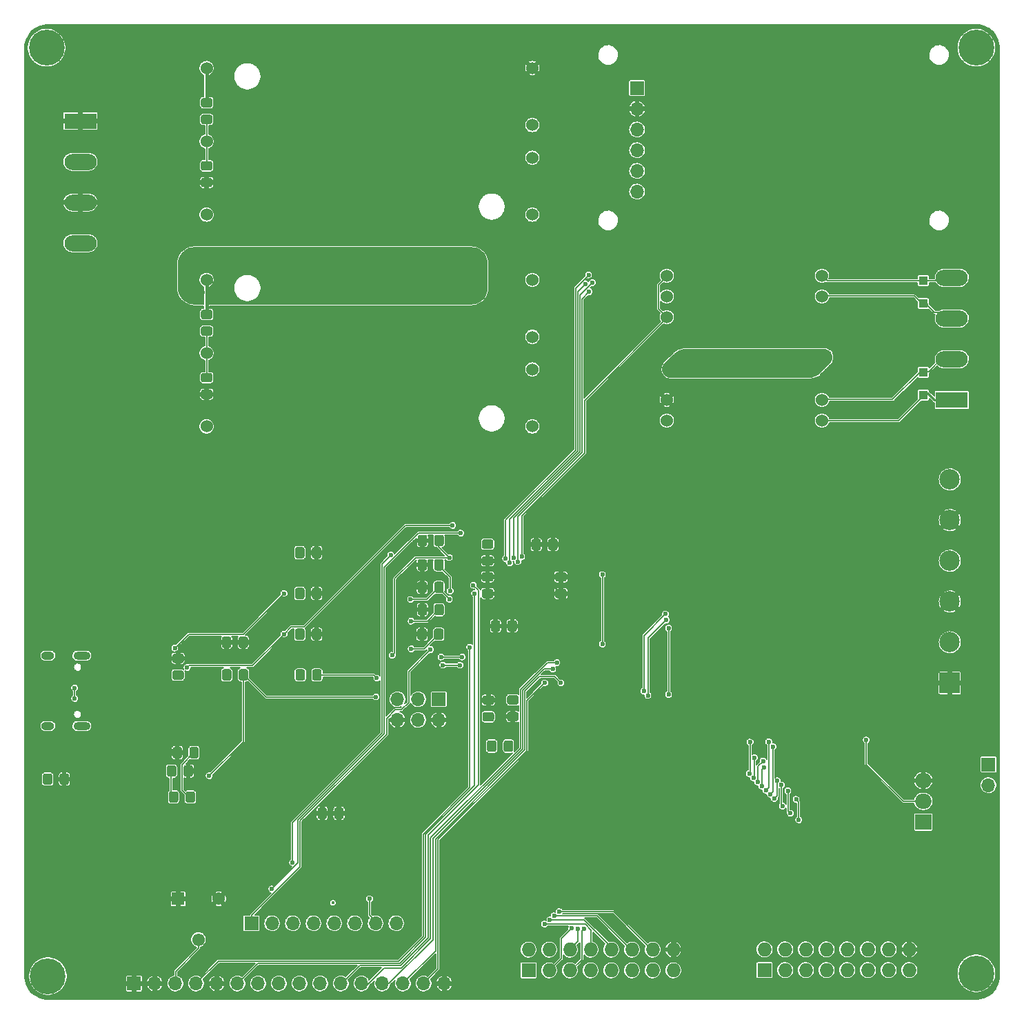
<source format=gbr>
G04 #@! TF.GenerationSoftware,KiCad,Pcbnew,(5.99.0-1662-g9db296991)*
G04 #@! TF.CreationDate,2020-05-30T17:55:14+05:30*
G04 #@! TF.ProjectId,UI,55492e6b-6963-4616-945f-706362585858,rev?*
G04 #@! TF.SameCoordinates,Original*
G04 #@! TF.FileFunction,Copper,L2,Bot*
G04 #@! TF.FilePolarity,Positive*
%FSLAX46Y46*%
G04 Gerber Fmt 4.6, Leading zero omitted, Abs format (unit mm)*
G04 Created by KiCad (PCBNEW (5.99.0-1662-g9db296991)) date 2020-05-30 17:55:14*
%MOMM*%
%LPD*%
G01*
G04 APERTURE LIST*
G04 #@! TA.AperFunction,ComponentPad*
%ADD10O,2.000000X1.905000*%
G04 #@! TD*
G04 #@! TA.AperFunction,ComponentPad*
%ADD11R,2.000000X1.905000*%
G04 #@! TD*
G04 #@! TA.AperFunction,ComponentPad*
%ADD12O,1.700000X1.700000*%
G04 #@! TD*
G04 #@! TA.AperFunction,ComponentPad*
%ADD13R,1.700000X1.700000*%
G04 #@! TD*
G04 #@! TA.AperFunction,ComponentPad*
%ADD14C,1.550000*%
G04 #@! TD*
G04 #@! TA.AperFunction,ComponentPad*
%ADD15R,1.550000X1.550000*%
G04 #@! TD*
G04 #@! TA.AperFunction,ComponentPad*
%ADD16O,1.727200X1.727200*%
G04 #@! TD*
G04 #@! TA.AperFunction,ComponentPad*
%ADD17R,1.727200X1.727200*%
G04 #@! TD*
G04 #@! TA.AperFunction,ComponentPad*
%ADD18C,2.500000*%
G04 #@! TD*
G04 #@! TA.AperFunction,ComponentPad*
%ADD19R,2.500000X2.500000*%
G04 #@! TD*
G04 #@! TA.AperFunction,ComponentPad*
%ADD20O,3.960000X1.980000*%
G04 #@! TD*
G04 #@! TA.AperFunction,ComponentPad*
%ADD21R,3.960000X1.980000*%
G04 #@! TD*
G04 #@! TA.AperFunction,ComponentPad*
%ADD22O,1.600000X1.000000*%
G04 #@! TD*
G04 #@! TA.AperFunction,ComponentPad*
%ADD23O,2.100000X1.000000*%
G04 #@! TD*
G04 #@! TA.AperFunction,ComponentPad*
%ADD24C,1.524000*%
G04 #@! TD*
G04 #@! TA.AperFunction,ComponentPad*
%ADD25C,4.400000*%
G04 #@! TD*
G04 #@! TA.AperFunction,ComponentPad*
%ADD26C,0.700000*%
G04 #@! TD*
G04 #@! TA.AperFunction,SMDPad,CuDef*
%ADD27R,1.100000X1.100000*%
G04 #@! TD*
G04 #@! TA.AperFunction,ViaPad*
%ADD28C,0.600000*%
G04 #@! TD*
G04 #@! TA.AperFunction,ViaPad*
%ADD29C,0.450000*%
G04 #@! TD*
G04 #@! TA.AperFunction,ViaPad*
%ADD30C,0.800000*%
G04 #@! TD*
G04 #@! TA.AperFunction,Conductor*
%ADD31C,0.127000*%
G04 #@! TD*
G04 #@! TA.AperFunction,Conductor*
%ADD32C,0.254000*%
G04 #@! TD*
G04 #@! TA.AperFunction,Conductor*
%ADD33C,0.381000*%
G04 #@! TD*
G04 APERTURE END LIST*
D10*
X122500000Y-104982500D03*
X122500000Y-107522500D03*
D11*
X122500000Y-110062500D03*
D12*
X130500000Y-105540000D03*
D13*
X130500000Y-103000000D03*
D14*
X33500000Y-124500000D03*
D15*
X31000000Y-119500000D03*
D14*
X36000000Y-119500000D03*
D16*
X91810000Y-125740000D03*
X91810000Y-128280000D03*
X89270000Y-125740000D03*
X89270000Y-128280000D03*
X86730000Y-125740000D03*
X86730000Y-128280000D03*
X84190000Y-125740000D03*
X84190000Y-128280000D03*
X81650000Y-125740000D03*
X81650000Y-128280000D03*
X79110000Y-125740000D03*
X79110000Y-128280000D03*
X76570000Y-125740000D03*
X76570000Y-128280000D03*
X74030000Y-125740000D03*
D17*
X74030000Y-128280000D03*
D16*
X120780000Y-125710000D03*
X120780000Y-128250000D03*
X118240000Y-125710000D03*
X118240000Y-128250000D03*
X115700000Y-125710000D03*
X115700000Y-128250000D03*
X113160000Y-125710000D03*
X113160000Y-128250000D03*
X110620000Y-125710000D03*
X110620000Y-128250000D03*
X108080000Y-125710000D03*
X108080000Y-128250000D03*
X105540000Y-125710000D03*
X105540000Y-128250000D03*
X103000000Y-125710000D03*
D17*
X103000000Y-128250000D03*
D18*
X125750000Y-68000000D03*
X125750000Y-73000000D03*
X125750000Y-78000000D03*
X125750000Y-83000000D03*
X125750000Y-88000000D03*
D19*
X125750000Y-93000000D03*
D20*
X126000000Y-48250000D03*
X126000000Y-43250000D03*
X126000000Y-53250000D03*
D21*
X126000000Y-58250000D03*
D20*
X19000000Y-34000000D03*
X19000000Y-39000000D03*
X19000000Y-29000000D03*
D21*
X19000000Y-24000000D03*
D22*
X15000000Y-98270000D03*
D23*
X19180000Y-98270000D03*
X19180000Y-89630000D03*
D22*
X15000000Y-89630000D03*
D24*
X110050000Y-43000000D03*
X91000000Y-48080000D03*
X91000000Y-58240000D03*
X110050000Y-60780000D03*
X91000000Y-43000000D03*
X91000000Y-45540000D03*
X91000000Y-60780000D03*
X110050000Y-45540000D03*
X110050000Y-58240000D03*
D12*
X87346000Y-25034000D03*
X87346000Y-32654000D03*
X87346000Y-30114000D03*
D13*
X87346000Y-19954000D03*
D12*
X87346000Y-22494000D03*
X87346000Y-27574000D03*
D24*
X74500000Y-54500000D03*
X74500000Y-43500000D03*
X74500000Y-50500000D03*
X74500000Y-61500000D03*
X34500000Y-52500000D03*
X34500000Y-61500000D03*
X34500000Y-43500000D03*
X74500000Y-28500000D03*
X74500000Y-17500000D03*
X74500000Y-24500000D03*
X74500000Y-35500000D03*
X34500000Y-26500000D03*
X34500000Y-35500000D03*
X34500000Y-17500000D03*
G04 #@! TA.AperFunction,SMDPad,CuDef*
G36*
G01*
X34950001Y-56075000D02*
X34049999Y-56075000D01*
G75*
G02*
X33800000Y-55825001I0J249999D01*
G01*
X33800000Y-55174999D01*
G75*
G02*
X34049999Y-54925000I249999J0D01*
G01*
X34950001Y-54925000D01*
G75*
G02*
X35200000Y-55174999I0J-249999D01*
G01*
X35200000Y-55825001D01*
G75*
G02*
X34950001Y-56075000I-249999J0D01*
G01*
G37*
G04 #@! TD.AperFunction*
G04 #@! TA.AperFunction,SMDPad,CuDef*
G36*
G01*
X34950001Y-58125000D02*
X34049999Y-58125000D01*
G75*
G02*
X33800000Y-57875001I0J249999D01*
G01*
X33800000Y-57224999D01*
G75*
G02*
X34049999Y-56975000I249999J0D01*
G01*
X34950001Y-56975000D01*
G75*
G02*
X35200000Y-57224999I0J-249999D01*
G01*
X35200000Y-57875001D01*
G75*
G02*
X34950001Y-58125000I-249999J0D01*
G01*
G37*
G04 #@! TD.AperFunction*
G04 #@! TA.AperFunction,SMDPad,CuDef*
G36*
G01*
X34950001Y-48325000D02*
X34049999Y-48325000D01*
G75*
G02*
X33800000Y-48075001I0J249999D01*
G01*
X33800000Y-47424999D01*
G75*
G02*
X34049999Y-47175000I249999J0D01*
G01*
X34950001Y-47175000D01*
G75*
G02*
X35200000Y-47424999I0J-249999D01*
G01*
X35200000Y-48075001D01*
G75*
G02*
X34950001Y-48325000I-249999J0D01*
G01*
G37*
G04 #@! TD.AperFunction*
G04 #@! TA.AperFunction,SMDPad,CuDef*
G36*
G01*
X34950001Y-50375000D02*
X34049999Y-50375000D01*
G75*
G02*
X33800000Y-50125001I0J249999D01*
G01*
X33800000Y-49474999D01*
G75*
G02*
X34049999Y-49225000I249999J0D01*
G01*
X34950001Y-49225000D01*
G75*
G02*
X35200000Y-49474999I0J-249999D01*
G01*
X35200000Y-50125001D01*
G75*
G02*
X34950001Y-50375000I-249999J0D01*
G01*
G37*
G04 #@! TD.AperFunction*
G04 #@! TA.AperFunction,SMDPad,CuDef*
G36*
G01*
X34950001Y-30075000D02*
X34049999Y-30075000D01*
G75*
G02*
X33800000Y-29825001I0J249999D01*
G01*
X33800000Y-29174999D01*
G75*
G02*
X34049999Y-28925000I249999J0D01*
G01*
X34950001Y-28925000D01*
G75*
G02*
X35200000Y-29174999I0J-249999D01*
G01*
X35200000Y-29825001D01*
G75*
G02*
X34950001Y-30075000I-249999J0D01*
G01*
G37*
G04 #@! TD.AperFunction*
G04 #@! TA.AperFunction,SMDPad,CuDef*
G36*
G01*
X34950001Y-32125000D02*
X34049999Y-32125000D01*
G75*
G02*
X33800000Y-31875001I0J249999D01*
G01*
X33800000Y-31224999D01*
G75*
G02*
X34049999Y-30975000I249999J0D01*
G01*
X34950001Y-30975000D01*
G75*
G02*
X35200000Y-31224999I0J-249999D01*
G01*
X35200000Y-31875001D01*
G75*
G02*
X34950001Y-32125000I-249999J0D01*
G01*
G37*
G04 #@! TD.AperFunction*
G04 #@! TA.AperFunction,SMDPad,CuDef*
G36*
G01*
X34950001Y-22325000D02*
X34049999Y-22325000D01*
G75*
G02*
X33800000Y-22075001I0J249999D01*
G01*
X33800000Y-21424999D01*
G75*
G02*
X34049999Y-21175000I249999J0D01*
G01*
X34950001Y-21175000D01*
G75*
G02*
X35200000Y-21424999I0J-249999D01*
G01*
X35200000Y-22075001D01*
G75*
G02*
X34950001Y-22325000I-249999J0D01*
G01*
G37*
G04 #@! TD.AperFunction*
G04 #@! TA.AperFunction,SMDPad,CuDef*
G36*
G01*
X34950001Y-24375000D02*
X34049999Y-24375000D01*
G75*
G02*
X33800000Y-24125001I0J249999D01*
G01*
X33800000Y-23474999D01*
G75*
G02*
X34049999Y-23225000I249999J0D01*
G01*
X34950001Y-23225000D01*
G75*
G02*
X35200000Y-23474999I0J-249999D01*
G01*
X35200000Y-24125001D01*
G75*
G02*
X34950001Y-24375000I-249999J0D01*
G01*
G37*
G04 #@! TD.AperFunction*
G04 #@! TA.AperFunction,SMDPad,CuDef*
G36*
G01*
X31925000Y-107450001D02*
X31925000Y-106549999D01*
G75*
G02*
X32174999Y-106300000I249999J0D01*
G01*
X32825001Y-106300000D01*
G75*
G02*
X33075000Y-106549999I0J-249999D01*
G01*
X33075000Y-107450001D01*
G75*
G02*
X32825001Y-107700000I-249999J0D01*
G01*
X32174999Y-107700000D01*
G75*
G02*
X31925000Y-107450001I0J249999D01*
G01*
G37*
G04 #@! TD.AperFunction*
G04 #@! TA.AperFunction,SMDPad,CuDef*
G36*
G01*
X29875000Y-107450001D02*
X29875000Y-106549999D01*
G75*
G02*
X30124999Y-106300000I249999J0D01*
G01*
X30775001Y-106300000D01*
G75*
G02*
X31025000Y-106549999I0J-249999D01*
G01*
X31025000Y-107450001D01*
G75*
G02*
X30775001Y-107700000I-249999J0D01*
G01*
X30124999Y-107700000D01*
G75*
G02*
X29875000Y-107450001I0J249999D01*
G01*
G37*
G04 #@! TD.AperFunction*
G04 #@! TA.AperFunction,SMDPad,CuDef*
G36*
G01*
X47425000Y-82450001D02*
X47425000Y-81549999D01*
G75*
G02*
X47674999Y-81300000I249999J0D01*
G01*
X48325001Y-81300000D01*
G75*
G02*
X48575000Y-81549999I0J-249999D01*
G01*
X48575000Y-82450001D01*
G75*
G02*
X48325001Y-82700000I-249999J0D01*
G01*
X47674999Y-82700000D01*
G75*
G02*
X47425000Y-82450001I0J249999D01*
G01*
G37*
G04 #@! TD.AperFunction*
G04 #@! TA.AperFunction,SMDPad,CuDef*
G36*
G01*
X45375000Y-82450001D02*
X45375000Y-81549999D01*
G75*
G02*
X45624999Y-81300000I249999J0D01*
G01*
X46275001Y-81300000D01*
G75*
G02*
X46525000Y-81549999I0J-249999D01*
G01*
X46525000Y-82450001D01*
G75*
G02*
X46275001Y-82700000I-249999J0D01*
G01*
X45624999Y-82700000D01*
G75*
G02*
X45375000Y-82450001I0J249999D01*
G01*
G37*
G04 #@! TD.AperFunction*
G04 #@! TA.AperFunction,SMDPad,CuDef*
G36*
G01*
X47425000Y-87450001D02*
X47425000Y-86549999D01*
G75*
G02*
X47674999Y-86300000I249999J0D01*
G01*
X48325001Y-86300000D01*
G75*
G02*
X48575000Y-86549999I0J-249999D01*
G01*
X48575000Y-87450001D01*
G75*
G02*
X48325001Y-87700000I-249999J0D01*
G01*
X47674999Y-87700000D01*
G75*
G02*
X47425000Y-87450001I0J249999D01*
G01*
G37*
G04 #@! TD.AperFunction*
G04 #@! TA.AperFunction,SMDPad,CuDef*
G36*
G01*
X45375000Y-87450001D02*
X45375000Y-86549999D01*
G75*
G02*
X45624999Y-86300000I249999J0D01*
G01*
X46275001Y-86300000D01*
G75*
G02*
X46525000Y-86549999I0J-249999D01*
G01*
X46525000Y-87450001D01*
G75*
G02*
X46275001Y-87700000I-249999J0D01*
G01*
X45624999Y-87700000D01*
G75*
G02*
X45375000Y-87450001I0J249999D01*
G01*
G37*
G04 #@! TD.AperFunction*
G04 #@! TA.AperFunction,SMDPad,CuDef*
G36*
G01*
X47475000Y-92450001D02*
X47475000Y-91549999D01*
G75*
G02*
X47724999Y-91300000I249999J0D01*
G01*
X48375001Y-91300000D01*
G75*
G02*
X48625000Y-91549999I0J-249999D01*
G01*
X48625000Y-92450001D01*
G75*
G02*
X48375001Y-92700000I-249999J0D01*
G01*
X47724999Y-92700000D01*
G75*
G02*
X47475000Y-92450001I0J249999D01*
G01*
G37*
G04 #@! TD.AperFunction*
G04 #@! TA.AperFunction,SMDPad,CuDef*
G36*
G01*
X45425000Y-92450001D02*
X45425000Y-91549999D01*
G75*
G02*
X45674999Y-91300000I249999J0D01*
G01*
X46325001Y-91300000D01*
G75*
G02*
X46575000Y-91549999I0J-249999D01*
G01*
X46575000Y-92450001D01*
G75*
G02*
X46325001Y-92700000I-249999J0D01*
G01*
X45674999Y-92700000D01*
G75*
G02*
X45425000Y-92450001I0J249999D01*
G01*
G37*
G04 #@! TD.AperFunction*
G04 #@! TA.AperFunction,SMDPad,CuDef*
G36*
G01*
X47425000Y-77450001D02*
X47425000Y-76549999D01*
G75*
G02*
X47674999Y-76300000I249999J0D01*
G01*
X48325001Y-76300000D01*
G75*
G02*
X48575000Y-76549999I0J-249999D01*
G01*
X48575000Y-77450001D01*
G75*
G02*
X48325001Y-77700000I-249999J0D01*
G01*
X47674999Y-77700000D01*
G75*
G02*
X47425000Y-77450001I0J249999D01*
G01*
G37*
G04 #@! TD.AperFunction*
G04 #@! TA.AperFunction,SMDPad,CuDef*
G36*
G01*
X45375000Y-77450001D02*
X45375000Y-76549999D01*
G75*
G02*
X45624999Y-76300000I249999J0D01*
G01*
X46275001Y-76300000D01*
G75*
G02*
X46525000Y-76549999I0J-249999D01*
G01*
X46525000Y-77450001D01*
G75*
G02*
X46275001Y-77700000I-249999J0D01*
G01*
X45624999Y-77700000D01*
G75*
G02*
X45375000Y-77450001I0J249999D01*
G01*
G37*
G04 #@! TD.AperFunction*
G04 #@! TA.AperFunction,SMDPad,CuDef*
G36*
G01*
X70975000Y-101200001D02*
X70975000Y-100299999D01*
G75*
G02*
X71224999Y-100050000I249999J0D01*
G01*
X71875001Y-100050000D01*
G75*
G02*
X72125000Y-100299999I0J-249999D01*
G01*
X72125000Y-101200001D01*
G75*
G02*
X71875001Y-101450000I-249999J0D01*
G01*
X71224999Y-101450000D01*
G75*
G02*
X70975000Y-101200001I0J249999D01*
G01*
G37*
G04 #@! TD.AperFunction*
G04 #@! TA.AperFunction,SMDPad,CuDef*
G36*
G01*
X68925000Y-101200001D02*
X68925000Y-100299999D01*
G75*
G02*
X69174999Y-100050000I249999J0D01*
G01*
X69825001Y-100050000D01*
G75*
G02*
X70075000Y-100299999I0J-249999D01*
G01*
X70075000Y-101200001D01*
G75*
G02*
X69825001Y-101450000I-249999J0D01*
G01*
X69174999Y-101450000D01*
G75*
G02*
X68925000Y-101200001I0J249999D01*
G01*
G37*
G04 #@! TD.AperFunction*
D12*
X57920000Y-97540000D03*
X57920000Y-95000000D03*
X60460000Y-97540000D03*
X60460000Y-95000000D03*
X63000000Y-97540000D03*
D13*
X63000000Y-95000000D03*
D12*
X57780000Y-122500000D03*
X55240000Y-122500000D03*
X52700000Y-122500000D03*
X50160000Y-122500000D03*
X47620000Y-122500000D03*
X45080000Y-122500000D03*
X42540000Y-122500000D03*
D13*
X40000000Y-122500000D03*
D12*
X63680000Y-129900000D03*
X61140000Y-129900000D03*
X58600000Y-129900000D03*
X56060000Y-129900000D03*
X53520000Y-129900000D03*
X50980000Y-129900000D03*
X48440000Y-129900000D03*
X45900000Y-129900000D03*
X43360000Y-129900000D03*
X40820000Y-129900000D03*
X38280000Y-129900000D03*
X35740000Y-129900000D03*
X33200000Y-129900000D03*
X30660000Y-129900000D03*
X28120000Y-129900000D03*
D13*
X25580000Y-129900000D03*
D25*
X129000000Y-15000000D03*
D26*
X130650000Y-15000000D03*
X130166726Y-16166726D03*
X129000000Y-16650000D03*
X127833274Y-16166726D03*
X127350000Y-15000000D03*
X127833274Y-13833274D03*
X129000000Y-13350000D03*
X130166726Y-13833274D03*
D25*
X15000000Y-129000000D03*
D26*
X16650000Y-129000000D03*
X16166726Y-130166726D03*
X15000000Y-130650000D03*
X13833274Y-130166726D03*
X13350000Y-129000000D03*
X13833274Y-127833274D03*
X15000000Y-127350000D03*
X16166726Y-127833274D03*
D25*
X14850000Y-15000000D03*
D26*
X16500000Y-15000000D03*
X16016726Y-16166726D03*
X14850000Y-16650000D03*
X13683274Y-16166726D03*
X13200000Y-15000000D03*
X13683274Y-13833274D03*
X14850000Y-13350000D03*
X16016726Y-13833274D03*
D25*
X129000000Y-128650000D03*
D26*
X130650000Y-128650000D03*
X130166726Y-129816726D03*
X129000000Y-130300000D03*
X127833274Y-129816726D03*
X127350000Y-128650000D03*
X127833274Y-127483274D03*
X129000000Y-127000000D03*
X130166726Y-127483274D03*
D27*
X122500000Y-57650000D03*
X122500000Y-54850000D03*
X122500000Y-46400000D03*
X122500000Y-43600000D03*
G04 #@! TA.AperFunction,SMDPad,CuDef*
G36*
G01*
X61525000Y-86549999D02*
X61525000Y-87450001D01*
G75*
G02*
X61275001Y-87700000I-249999J0D01*
G01*
X60624999Y-87700000D01*
G75*
G02*
X60375000Y-87450001I0J249999D01*
G01*
X60375000Y-86549999D01*
G75*
G02*
X60624999Y-86300000I249999J0D01*
G01*
X61275001Y-86300000D01*
G75*
G02*
X61525000Y-86549999I0J-249999D01*
G01*
G37*
G04 #@! TD.AperFunction*
G04 #@! TA.AperFunction,SMDPad,CuDef*
G36*
G01*
X63575000Y-86549999D02*
X63575000Y-87450001D01*
G75*
G02*
X63325001Y-87700000I-249999J0D01*
G01*
X62674999Y-87700000D01*
G75*
G02*
X62425000Y-87450001I0J249999D01*
G01*
X62425000Y-86549999D01*
G75*
G02*
X62674999Y-86300000I249999J0D01*
G01*
X63325001Y-86300000D01*
G75*
G02*
X63575000Y-86549999I0J-249999D01*
G01*
G37*
G04 #@! TD.AperFunction*
G04 #@! TA.AperFunction,SMDPad,CuDef*
G36*
G01*
X61575000Y-75049999D02*
X61575000Y-75950001D01*
G75*
G02*
X61325001Y-76200000I-249999J0D01*
G01*
X60674999Y-76200000D01*
G75*
G02*
X60425000Y-75950001I0J249999D01*
G01*
X60425000Y-75049999D01*
G75*
G02*
X60674999Y-74800000I249999J0D01*
G01*
X61325001Y-74800000D01*
G75*
G02*
X61575000Y-75049999I0J-249999D01*
G01*
G37*
G04 #@! TD.AperFunction*
G04 #@! TA.AperFunction,SMDPad,CuDef*
G36*
G01*
X63625000Y-75049999D02*
X63625000Y-75950001D01*
G75*
G02*
X63375001Y-76200000I-249999J0D01*
G01*
X62724999Y-76200000D01*
G75*
G02*
X62475000Y-75950001I0J249999D01*
G01*
X62475000Y-75049999D01*
G75*
G02*
X62724999Y-74800000I249999J0D01*
G01*
X63375001Y-74800000D01*
G75*
G02*
X63625000Y-75049999I0J-249999D01*
G01*
G37*
G04 #@! TD.AperFunction*
G04 #@! TA.AperFunction,SMDPad,CuDef*
G36*
G01*
X61575000Y-83549999D02*
X61575000Y-84450001D01*
G75*
G02*
X61325001Y-84700000I-249999J0D01*
G01*
X60674999Y-84700000D01*
G75*
G02*
X60425000Y-84450001I0J249999D01*
G01*
X60425000Y-83549999D01*
G75*
G02*
X60674999Y-83300000I249999J0D01*
G01*
X61325001Y-83300000D01*
G75*
G02*
X61575000Y-83549999I0J-249999D01*
G01*
G37*
G04 #@! TD.AperFunction*
G04 #@! TA.AperFunction,SMDPad,CuDef*
G36*
G01*
X63625000Y-83549999D02*
X63625000Y-84450001D01*
G75*
G02*
X63375001Y-84700000I-249999J0D01*
G01*
X62724999Y-84700000D01*
G75*
G02*
X62475000Y-84450001I0J249999D01*
G01*
X62475000Y-83549999D01*
G75*
G02*
X62724999Y-83300000I249999J0D01*
G01*
X63375001Y-83300000D01*
G75*
G02*
X63625000Y-83549999I0J-249999D01*
G01*
G37*
G04 #@! TD.AperFunction*
G04 #@! TA.AperFunction,SMDPad,CuDef*
G36*
G01*
X49275000Y-108549999D02*
X49275000Y-109450001D01*
G75*
G02*
X49025001Y-109700000I-249999J0D01*
G01*
X48374999Y-109700000D01*
G75*
G02*
X48125000Y-109450001I0J249999D01*
G01*
X48125000Y-108549999D01*
G75*
G02*
X48374999Y-108300000I249999J0D01*
G01*
X49025001Y-108300000D01*
G75*
G02*
X49275000Y-108549999I0J-249999D01*
G01*
G37*
G04 #@! TD.AperFunction*
G04 #@! TA.AperFunction,SMDPad,CuDef*
G36*
G01*
X51325000Y-108549999D02*
X51325000Y-109450001D01*
G75*
G02*
X51075001Y-109700000I-249999J0D01*
G01*
X50424999Y-109700000D01*
G75*
G02*
X50175000Y-109450001I0J249999D01*
G01*
X50175000Y-108549999D01*
G75*
G02*
X50424999Y-108300000I249999J0D01*
G01*
X51075001Y-108300000D01*
G75*
G02*
X51325000Y-108549999I0J-249999D01*
G01*
G37*
G04 #@! TD.AperFunction*
G04 #@! TA.AperFunction,SMDPad,CuDef*
G36*
G01*
X31675000Y-104250001D02*
X31675000Y-103349999D01*
G75*
G02*
X31924999Y-103100000I249999J0D01*
G01*
X32575001Y-103100000D01*
G75*
G02*
X32825000Y-103349999I0J-249999D01*
G01*
X32825000Y-104250001D01*
G75*
G02*
X32575001Y-104500000I-249999J0D01*
G01*
X31924999Y-104500000D01*
G75*
G02*
X31675000Y-104250001I0J249999D01*
G01*
G37*
G04 #@! TD.AperFunction*
G04 #@! TA.AperFunction,SMDPad,CuDef*
G36*
G01*
X29625000Y-104250001D02*
X29625000Y-103349999D01*
G75*
G02*
X29874999Y-103100000I249999J0D01*
G01*
X30525001Y-103100000D01*
G75*
G02*
X30775000Y-103349999I0J-249999D01*
G01*
X30775000Y-104250001D01*
G75*
G02*
X30525001Y-104500000I-249999J0D01*
G01*
X29874999Y-104500000D01*
G75*
G02*
X29625000Y-104250001I0J249999D01*
G01*
G37*
G04 #@! TD.AperFunction*
G04 #@! TA.AperFunction,SMDPad,CuDef*
G36*
G01*
X31475000Y-101099999D02*
X31475000Y-102000001D01*
G75*
G02*
X31225001Y-102250000I-249999J0D01*
G01*
X30574999Y-102250000D01*
G75*
G02*
X30325000Y-102000001I0J249999D01*
G01*
X30325000Y-101099999D01*
G75*
G02*
X30574999Y-100850000I249999J0D01*
G01*
X31225001Y-100850000D01*
G75*
G02*
X31475000Y-101099999I0J-249999D01*
G01*
G37*
G04 #@! TD.AperFunction*
G04 #@! TA.AperFunction,SMDPad,CuDef*
G36*
G01*
X33525000Y-101099999D02*
X33525000Y-102000001D01*
G75*
G02*
X33275001Y-102250000I-249999J0D01*
G01*
X32624999Y-102250000D01*
G75*
G02*
X32375000Y-102000001I0J249999D01*
G01*
X32375000Y-101099999D01*
G75*
G02*
X32624999Y-100850000I249999J0D01*
G01*
X33275001Y-100850000D01*
G75*
G02*
X33525000Y-101099999I0J-249999D01*
G01*
G37*
G04 #@! TD.AperFunction*
G04 #@! TA.AperFunction,SMDPad,CuDef*
G36*
G01*
X37550000Y-91549999D02*
X37550000Y-92450001D01*
G75*
G02*
X37300001Y-92700000I-249999J0D01*
G01*
X36649999Y-92700000D01*
G75*
G02*
X36400000Y-92450001I0J249999D01*
G01*
X36400000Y-91549999D01*
G75*
G02*
X36649999Y-91300000I249999J0D01*
G01*
X37300001Y-91300000D01*
G75*
G02*
X37550000Y-91549999I0J-249999D01*
G01*
G37*
G04 #@! TD.AperFunction*
G04 #@! TA.AperFunction,SMDPad,CuDef*
G36*
G01*
X39600000Y-91549999D02*
X39600000Y-92450001D01*
G75*
G02*
X39350001Y-92700000I-249999J0D01*
G01*
X38699999Y-92700000D01*
G75*
G02*
X38450000Y-92450001I0J249999D01*
G01*
X38450000Y-91549999D01*
G75*
G02*
X38699999Y-91300000I249999J0D01*
G01*
X39350001Y-91300000D01*
G75*
G02*
X39600000Y-91549999I0J-249999D01*
G01*
G37*
G04 #@! TD.AperFunction*
G04 #@! TA.AperFunction,SMDPad,CuDef*
G36*
G01*
X37525000Y-87549999D02*
X37525000Y-88450001D01*
G75*
G02*
X37275001Y-88700000I-249999J0D01*
G01*
X36624999Y-88700000D01*
G75*
G02*
X36375000Y-88450001I0J249999D01*
G01*
X36375000Y-87549999D01*
G75*
G02*
X36624999Y-87300000I249999J0D01*
G01*
X37275001Y-87300000D01*
G75*
G02*
X37525000Y-87549999I0J-249999D01*
G01*
G37*
G04 #@! TD.AperFunction*
G04 #@! TA.AperFunction,SMDPad,CuDef*
G36*
G01*
X39575000Y-87549999D02*
X39575000Y-88450001D01*
G75*
G02*
X39325001Y-88700000I-249999J0D01*
G01*
X38674999Y-88700000D01*
G75*
G02*
X38425000Y-88450001I0J249999D01*
G01*
X38425000Y-87549999D01*
G75*
G02*
X38674999Y-87300000I249999J0D01*
G01*
X39325001Y-87300000D01*
G75*
G02*
X39575000Y-87549999I0J-249999D01*
G01*
G37*
G04 #@! TD.AperFunction*
G04 #@! TA.AperFunction,SMDPad,CuDef*
G36*
G01*
X30549999Y-91450000D02*
X31450001Y-91450000D01*
G75*
G02*
X31700000Y-91699999I0J-249999D01*
G01*
X31700000Y-92350001D01*
G75*
G02*
X31450001Y-92600000I-249999J0D01*
G01*
X30549999Y-92600000D01*
G75*
G02*
X30300000Y-92350001I0J249999D01*
G01*
X30300000Y-91699999D01*
G75*
G02*
X30549999Y-91450000I249999J0D01*
G01*
G37*
G04 #@! TD.AperFunction*
G04 #@! TA.AperFunction,SMDPad,CuDef*
G36*
G01*
X30549999Y-89400000D02*
X31450001Y-89400000D01*
G75*
G02*
X31700000Y-89649999I0J-249999D01*
G01*
X31700000Y-90300001D01*
G75*
G02*
X31450001Y-90550000I-249999J0D01*
G01*
X30549999Y-90550000D01*
G75*
G02*
X30300000Y-90300001I0J249999D01*
G01*
X30300000Y-89649999D01*
G75*
G02*
X30549999Y-89400000I249999J0D01*
G01*
G37*
G04 #@! TD.AperFunction*
G04 #@! TA.AperFunction,SMDPad,CuDef*
G36*
G01*
X68549999Y-77425000D02*
X69450001Y-77425000D01*
G75*
G02*
X69700000Y-77674999I0J-249999D01*
G01*
X69700000Y-78325001D01*
G75*
G02*
X69450001Y-78575000I-249999J0D01*
G01*
X68549999Y-78575000D01*
G75*
G02*
X68300000Y-78325001I0J249999D01*
G01*
X68300000Y-77674999D01*
G75*
G02*
X68549999Y-77425000I249999J0D01*
G01*
G37*
G04 #@! TD.AperFunction*
G04 #@! TA.AperFunction,SMDPad,CuDef*
G36*
G01*
X68549999Y-75375000D02*
X69450001Y-75375000D01*
G75*
G02*
X69700000Y-75624999I0J-249999D01*
G01*
X69700000Y-76275001D01*
G75*
G02*
X69450001Y-76525000I-249999J0D01*
G01*
X68549999Y-76525000D01*
G75*
G02*
X68300000Y-76275001I0J249999D01*
G01*
X68300000Y-75624999D01*
G75*
G02*
X68549999Y-75375000I249999J0D01*
G01*
G37*
G04 #@! TD.AperFunction*
G04 #@! TA.AperFunction,SMDPad,CuDef*
G36*
G01*
X16450000Y-105250001D02*
X16450000Y-104349999D01*
G75*
G02*
X16699999Y-104100000I249999J0D01*
G01*
X17350001Y-104100000D01*
G75*
G02*
X17600000Y-104349999I0J-249999D01*
G01*
X17600000Y-105250001D01*
G75*
G02*
X17350001Y-105500000I-249999J0D01*
G01*
X16699999Y-105500000D01*
G75*
G02*
X16450000Y-105250001I0J249999D01*
G01*
G37*
G04 #@! TD.AperFunction*
G04 #@! TA.AperFunction,SMDPad,CuDef*
G36*
G01*
X14400000Y-105250001D02*
X14400000Y-104349999D01*
G75*
G02*
X14649999Y-104100000I249999J0D01*
G01*
X15300001Y-104100000D01*
G75*
G02*
X15550000Y-104349999I0J-249999D01*
G01*
X15550000Y-105250001D01*
G75*
G02*
X15300001Y-105500000I-249999J0D01*
G01*
X14649999Y-105500000D01*
G75*
G02*
X14400000Y-105250001I0J249999D01*
G01*
G37*
G04 #@! TD.AperFunction*
G04 #@! TA.AperFunction,SMDPad,CuDef*
G36*
G01*
X69550001Y-95675000D02*
X68649999Y-95675000D01*
G75*
G02*
X68400000Y-95425001I0J249999D01*
G01*
X68400000Y-94774999D01*
G75*
G02*
X68649999Y-94525000I249999J0D01*
G01*
X69550001Y-94525000D01*
G75*
G02*
X69800000Y-94774999I0J-249999D01*
G01*
X69800000Y-95425001D01*
G75*
G02*
X69550001Y-95675000I-249999J0D01*
G01*
G37*
G04 #@! TD.AperFunction*
G04 #@! TA.AperFunction,SMDPad,CuDef*
G36*
G01*
X69550001Y-97725000D02*
X68649999Y-97725000D01*
G75*
G02*
X68400000Y-97475001I0J249999D01*
G01*
X68400000Y-96824999D01*
G75*
G02*
X68649999Y-96575000I249999J0D01*
G01*
X69550001Y-96575000D01*
G75*
G02*
X69800000Y-96824999I0J-249999D01*
G01*
X69800000Y-97475001D01*
G75*
G02*
X69550001Y-97725000I-249999J0D01*
G01*
G37*
G04 #@! TD.AperFunction*
G04 #@! TA.AperFunction,SMDPad,CuDef*
G36*
G01*
X71649999Y-96550000D02*
X72550001Y-96550000D01*
G75*
G02*
X72800000Y-96799999I0J-249999D01*
G01*
X72800000Y-97450001D01*
G75*
G02*
X72550001Y-97700000I-249999J0D01*
G01*
X71649999Y-97700000D01*
G75*
G02*
X71400000Y-97450001I0J249999D01*
G01*
X71400000Y-96799999D01*
G75*
G02*
X71649999Y-96550000I249999J0D01*
G01*
G37*
G04 #@! TD.AperFunction*
G04 #@! TA.AperFunction,SMDPad,CuDef*
G36*
G01*
X71649999Y-94500000D02*
X72550001Y-94500000D01*
G75*
G02*
X72800000Y-94749999I0J-249999D01*
G01*
X72800000Y-95400001D01*
G75*
G02*
X72550001Y-95650000I-249999J0D01*
G01*
X71649999Y-95650000D01*
G75*
G02*
X71400000Y-95400001I0J249999D01*
G01*
X71400000Y-94749999D01*
G75*
G02*
X71649999Y-94500000I249999J0D01*
G01*
G37*
G04 #@! TD.AperFunction*
G04 #@! TA.AperFunction,SMDPad,CuDef*
G36*
G01*
X76450000Y-76450001D02*
X76450000Y-75549999D01*
G75*
G02*
X76699999Y-75300000I249999J0D01*
G01*
X77350001Y-75300000D01*
G75*
G02*
X77600000Y-75549999I0J-249999D01*
G01*
X77600000Y-76450001D01*
G75*
G02*
X77350001Y-76700000I-249999J0D01*
G01*
X76699999Y-76700000D01*
G75*
G02*
X76450000Y-76450001I0J249999D01*
G01*
G37*
G04 #@! TD.AperFunction*
G04 #@! TA.AperFunction,SMDPad,CuDef*
G36*
G01*
X74400000Y-76450001D02*
X74400000Y-75549999D01*
G75*
G02*
X74649999Y-75300000I249999J0D01*
G01*
X75300001Y-75300000D01*
G75*
G02*
X75550000Y-75549999I0J-249999D01*
G01*
X75550000Y-76450001D01*
G75*
G02*
X75300001Y-76700000I-249999J0D01*
G01*
X74649999Y-76700000D01*
G75*
G02*
X74400000Y-76450001I0J249999D01*
G01*
G37*
G04 #@! TD.AperFunction*
G04 #@! TA.AperFunction,SMDPad,CuDef*
G36*
G01*
X69450001Y-80550000D02*
X68549999Y-80550000D01*
G75*
G02*
X68300000Y-80300001I0J249999D01*
G01*
X68300000Y-79649999D01*
G75*
G02*
X68549999Y-79400000I249999J0D01*
G01*
X69450001Y-79400000D01*
G75*
G02*
X69700000Y-79649999I0J-249999D01*
G01*
X69700000Y-80300001D01*
G75*
G02*
X69450001Y-80550000I-249999J0D01*
G01*
G37*
G04 #@! TD.AperFunction*
G04 #@! TA.AperFunction,SMDPad,CuDef*
G36*
G01*
X69450001Y-82600000D02*
X68549999Y-82600000D01*
G75*
G02*
X68300000Y-82350001I0J249999D01*
G01*
X68300000Y-81699999D01*
G75*
G02*
X68549999Y-81450000I249999J0D01*
G01*
X69450001Y-81450000D01*
G75*
G02*
X69700000Y-81699999I0J-249999D01*
G01*
X69700000Y-82350001D01*
G75*
G02*
X69450001Y-82600000I-249999J0D01*
G01*
G37*
G04 #@! TD.AperFunction*
G04 #@! TA.AperFunction,SMDPad,CuDef*
G36*
G01*
X61550000Y-80799999D02*
X61550000Y-81700001D01*
G75*
G02*
X61300001Y-81950000I-249999J0D01*
G01*
X60649999Y-81950000D01*
G75*
G02*
X60400000Y-81700001I0J249999D01*
G01*
X60400000Y-80799999D01*
G75*
G02*
X60649999Y-80550000I249999J0D01*
G01*
X61300001Y-80550000D01*
G75*
G02*
X61550000Y-80799999I0J-249999D01*
G01*
G37*
G04 #@! TD.AperFunction*
G04 #@! TA.AperFunction,SMDPad,CuDef*
G36*
G01*
X63600000Y-80799999D02*
X63600000Y-81700001D01*
G75*
G02*
X63350001Y-81950000I-249999J0D01*
G01*
X62699999Y-81950000D01*
G75*
G02*
X62450000Y-81700001I0J249999D01*
G01*
X62450000Y-80799999D01*
G75*
G02*
X62699999Y-80550000I249999J0D01*
G01*
X63350001Y-80550000D01*
G75*
G02*
X63600000Y-80799999I0J-249999D01*
G01*
G37*
G04 #@! TD.AperFunction*
G04 #@! TA.AperFunction,SMDPad,CuDef*
G36*
G01*
X77549999Y-81450000D02*
X78450001Y-81450000D01*
G75*
G02*
X78700000Y-81699999I0J-249999D01*
G01*
X78700000Y-82350001D01*
G75*
G02*
X78450001Y-82600000I-249999J0D01*
G01*
X77549999Y-82600000D01*
G75*
G02*
X77300000Y-82350001I0J249999D01*
G01*
X77300000Y-81699999D01*
G75*
G02*
X77549999Y-81450000I249999J0D01*
G01*
G37*
G04 #@! TD.AperFunction*
G04 #@! TA.AperFunction,SMDPad,CuDef*
G36*
G01*
X77549999Y-79400000D02*
X78450001Y-79400000D01*
G75*
G02*
X78700000Y-79649999I0J-249999D01*
G01*
X78700000Y-80300001D01*
G75*
G02*
X78450001Y-80550000I-249999J0D01*
G01*
X77549999Y-80550000D01*
G75*
G02*
X77300000Y-80300001I0J249999D01*
G01*
X77300000Y-79649999D01*
G75*
G02*
X77549999Y-79400000I249999J0D01*
G01*
G37*
G04 #@! TD.AperFunction*
G04 #@! TA.AperFunction,SMDPad,CuDef*
G36*
G01*
X70550000Y-85549999D02*
X70550000Y-86450001D01*
G75*
G02*
X70300001Y-86700000I-249999J0D01*
G01*
X69649999Y-86700000D01*
G75*
G02*
X69400000Y-86450001I0J249999D01*
G01*
X69400000Y-85549999D01*
G75*
G02*
X69649999Y-85300000I249999J0D01*
G01*
X70300001Y-85300000D01*
G75*
G02*
X70550000Y-85549999I0J-249999D01*
G01*
G37*
G04 #@! TD.AperFunction*
G04 #@! TA.AperFunction,SMDPad,CuDef*
G36*
G01*
X72600000Y-85549999D02*
X72600000Y-86450001D01*
G75*
G02*
X72350001Y-86700000I-249999J0D01*
G01*
X71699999Y-86700000D01*
G75*
G02*
X71450000Y-86450001I0J249999D01*
G01*
X71450000Y-85549999D01*
G75*
G02*
X71699999Y-85300000I249999J0D01*
G01*
X72350001Y-85300000D01*
G75*
G02*
X72600000Y-85549999I0J-249999D01*
G01*
G37*
G04 #@! TD.AperFunction*
G04 #@! TA.AperFunction,SMDPad,CuDef*
G36*
G01*
X61550000Y-78049999D02*
X61550000Y-78950001D01*
G75*
G02*
X61300001Y-79200000I-249999J0D01*
G01*
X60649999Y-79200000D01*
G75*
G02*
X60400000Y-78950001I0J249999D01*
G01*
X60400000Y-78049999D01*
G75*
G02*
X60649999Y-77800000I249999J0D01*
G01*
X61300001Y-77800000D01*
G75*
G02*
X61550000Y-78049999I0J-249999D01*
G01*
G37*
G04 #@! TD.AperFunction*
G04 #@! TA.AperFunction,SMDPad,CuDef*
G36*
G01*
X63600000Y-78049999D02*
X63600000Y-78950001D01*
G75*
G02*
X63350001Y-79200000I-249999J0D01*
G01*
X62699999Y-79200000D01*
G75*
G02*
X62450000Y-78950001I0J249999D01*
G01*
X62450000Y-78049999D01*
G75*
G02*
X62699999Y-77800000I249999J0D01*
G01*
X63350001Y-77800000D01*
G75*
G02*
X63600000Y-78049999I0J-249999D01*
G01*
G37*
G04 #@! TD.AperFunction*
D28*
X115500000Y-100000000D03*
X115500000Y-104000000D03*
X117000000Y-97000000D03*
X64700000Y-73650000D03*
X46000000Y-92000000D03*
X76000000Y-93000000D03*
X78000000Y-93000000D03*
X44000000Y-87000000D03*
X44000000Y-82000000D03*
D29*
X46000000Y-77000000D03*
D28*
X46000000Y-87000000D03*
X46000000Y-82000000D03*
X72000000Y-97100000D03*
D30*
X33000000Y-103800000D03*
D28*
X78000000Y-80000000D03*
D30*
X30200000Y-101500000D03*
D28*
X69000000Y-78000000D03*
X69100000Y-94900000D03*
X75000000Y-76000000D03*
X69000000Y-76000000D03*
X71500000Y-100700000D03*
X72000000Y-94900000D03*
X37000000Y-92000000D03*
X69500000Y-100800000D03*
X30100000Y-103800000D03*
X15000000Y-104900000D03*
X33100000Y-101500000D03*
X69000000Y-80000000D03*
X78000000Y-82100000D03*
X39000000Y-92000000D03*
X69000000Y-82000000D03*
D30*
X31000000Y-92100000D03*
D28*
X72000000Y-86100000D03*
X63100000Y-78500000D03*
X36900000Y-88000000D03*
X77000000Y-76000000D03*
X70000000Y-86000000D03*
X69100000Y-97100000D03*
X63000000Y-84000000D03*
X63000000Y-87000000D03*
X30600000Y-88700000D03*
X42500000Y-77000000D03*
X42500000Y-92000000D03*
D30*
X17900000Y-101000000D03*
X17900000Y-110400000D03*
X57500000Y-115500000D03*
X25000000Y-99400000D03*
X29000000Y-87300000D03*
X25000000Y-88500000D03*
D28*
X59600000Y-78915500D03*
X59600000Y-80500000D03*
D29*
X24000000Y-75000000D03*
X24000000Y-76000000D03*
X24000000Y-77000000D03*
X23000000Y-77000000D03*
X23000000Y-76000000D03*
X23000000Y-75000000D03*
X22000000Y-75000000D03*
X22000000Y-76000000D03*
X22000000Y-77000000D03*
X21000000Y-77000000D03*
X21000000Y-76000000D03*
X21000000Y-75000000D03*
X20000000Y-76000000D03*
X20000000Y-77000000D03*
X20000000Y-78000000D03*
X21000000Y-78000000D03*
X22000000Y-78000000D03*
X20000000Y-79000000D03*
X21000000Y-79000000D03*
X22000000Y-79000000D03*
X38500000Y-80500000D03*
X38500000Y-81500000D03*
X38000000Y-81000000D03*
X37500000Y-80500000D03*
X37500000Y-81500000D03*
X37000000Y-81000000D03*
X36500000Y-80500000D03*
X36500000Y-81500000D03*
X36000000Y-81000000D03*
D28*
X64400000Y-81700000D03*
X49500000Y-77000000D03*
D30*
X49500000Y-82000000D03*
X49500000Y-87000000D03*
X48700000Y-110700000D03*
X77000000Y-93928489D03*
D29*
X50000000Y-120000000D03*
D28*
X64300000Y-82700000D03*
X59546836Y-82746836D03*
X63500000Y-90800000D03*
X65600000Y-90800000D03*
X34800000Y-104400000D03*
X55300000Y-94700000D03*
X59600000Y-85400000D03*
X64300000Y-77600000D03*
X57300000Y-89600000D03*
X54500000Y-119500000D03*
X59600000Y-88800000D03*
X32500000Y-40000000D03*
X33500000Y-40000000D03*
X34500000Y-40000000D03*
X35500000Y-40000000D03*
X36500000Y-40000000D03*
X37500000Y-40000000D03*
X38500000Y-40000000D03*
X39500000Y-40000000D03*
X40500000Y-40000000D03*
X64500000Y-40000000D03*
X65500000Y-40000000D03*
X66500000Y-40000000D03*
X67500000Y-40000000D03*
X65000000Y-41000000D03*
X66000000Y-41000000D03*
X67000000Y-41000000D03*
X68000000Y-41000000D03*
X64500000Y-42000000D03*
X65500000Y-42000000D03*
X66500000Y-42000000D03*
X67500000Y-42000000D03*
X68000000Y-43000000D03*
X67000000Y-43000000D03*
X66000000Y-43000000D03*
X65000000Y-43000000D03*
X64500000Y-44000000D03*
X65500000Y-44000000D03*
X66500000Y-44000000D03*
X67500000Y-44000000D03*
X68000000Y-45000000D03*
X67000000Y-45000000D03*
X66000000Y-45000000D03*
X65000000Y-45000000D03*
X64500000Y-46000000D03*
X65500000Y-46000000D03*
X66500000Y-46000000D03*
X67500000Y-46000000D03*
X32000000Y-41000000D03*
X33000000Y-41000000D03*
X34000000Y-41000000D03*
X35000000Y-41000000D03*
X36000000Y-41000000D03*
X37000000Y-41000000D03*
X38000000Y-41000000D03*
X39000000Y-41000000D03*
X40000000Y-41000000D03*
X41000000Y-41000000D03*
X31500000Y-42000000D03*
X32500000Y-42000000D03*
X33500000Y-42000000D03*
X34500000Y-42000000D03*
X35500000Y-42000000D03*
X36500000Y-42000000D03*
X37500000Y-42000000D03*
X38500000Y-42000000D03*
X39500000Y-42000000D03*
X40500000Y-42000000D03*
X41500000Y-42000000D03*
X32000000Y-43000000D03*
X33000000Y-43000000D03*
X36000000Y-43000000D03*
X37000000Y-43000000D03*
X38000000Y-43000000D03*
X41000000Y-43000000D03*
X31500000Y-44000000D03*
X32500000Y-44000000D03*
X36500000Y-44000000D03*
X37500000Y-44000000D03*
X41500000Y-44000000D03*
X32000000Y-45000000D03*
X33000000Y-45000000D03*
X34000000Y-45000000D03*
X36000000Y-45000000D03*
X37000000Y-45000000D03*
X32500000Y-46000000D03*
X33500000Y-46000000D03*
X33500000Y-44000000D03*
X35500000Y-44000000D03*
X35500000Y-46000000D03*
X35000000Y-45000000D03*
X36500000Y-46000000D03*
X37500000Y-46000000D03*
D29*
X92000000Y-53000000D03*
X92500000Y-52500000D03*
X93500000Y-52500000D03*
X93500000Y-53500000D03*
X92500000Y-54500000D03*
X91000000Y-55000000D03*
X91500000Y-54500000D03*
X92000000Y-54000000D03*
X92500000Y-53500000D03*
X93000000Y-53000000D03*
X93000000Y-54000000D03*
X92000000Y-55000000D03*
X108000000Y-54500000D03*
X108500000Y-54000000D03*
X109000000Y-53500000D03*
X109500000Y-53000000D03*
X110000000Y-52500000D03*
X111000000Y-52500000D03*
X110500000Y-53000000D03*
X110000000Y-53500000D03*
X109500000Y-54000000D03*
X109000000Y-54500000D03*
X108500000Y-55000000D03*
X109500000Y-55000000D03*
X110000000Y-54500000D03*
X110500000Y-54000000D03*
X111000000Y-53500000D03*
X91626313Y-53531578D03*
X91100000Y-54100000D03*
D28*
X73200000Y-77500000D03*
X77000000Y-91300000D03*
X77500001Y-90500001D03*
X67253164Y-80990500D03*
X67409500Y-82000000D03*
X66800000Y-88600000D03*
X45053164Y-115053164D03*
X57104175Y-77304175D03*
X42500000Y-118300000D03*
X65690510Y-74609490D03*
X62000000Y-88900000D03*
X72191599Y-77594695D03*
X81855065Y-43855065D03*
X71701099Y-78266437D03*
X81000000Y-44000000D03*
X72709500Y-78104902D03*
X81451908Y-44951908D03*
X105875817Y-106228205D03*
X106169490Y-109000000D03*
X104207467Y-107202424D03*
X104562202Y-105007739D03*
X106882590Y-107293802D03*
X107200000Y-109800000D03*
X105076350Y-105521741D03*
X105188478Y-108100000D03*
X101233159Y-100256845D03*
X101138392Y-104108812D03*
X103530002Y-100209998D03*
X103175789Y-106183135D03*
X101739490Y-102154179D03*
X101654669Y-104620675D03*
X102153069Y-105149960D03*
X102822098Y-102568412D03*
X102654530Y-105676347D03*
X102932232Y-103377769D03*
X104024144Y-100798164D03*
X103728279Y-106655683D03*
X91218522Y-94433051D03*
X91230000Y-86250000D03*
X32100000Y-91100000D03*
X83090000Y-79700000D03*
X83093164Y-88236836D03*
X90922902Y-85247098D03*
X88685490Y-94533672D03*
X80850000Y-123154521D03*
X79320000Y-123120000D03*
X77180000Y-121599998D03*
X90842819Y-84524521D03*
X88176870Y-94014214D03*
X80123006Y-123159530D03*
X75980000Y-122590510D03*
X77790000Y-121079998D03*
X76645661Y-122102978D03*
X18300000Y-93600000D03*
X18300000Y-94900014D03*
X55400000Y-92400000D03*
X63300000Y-89800000D03*
X65900000Y-89800000D03*
X71200000Y-77700000D03*
X81400000Y-42900000D03*
D31*
X115500000Y-103000000D02*
X120022500Y-107522500D01*
X115500000Y-100000000D02*
X115500000Y-103000000D01*
X120022500Y-107522500D02*
X122500000Y-107522500D01*
X46457468Y-86109490D02*
X58916958Y-73650000D01*
X44000000Y-87000000D02*
X44890510Y-86109490D01*
X44890510Y-86109490D02*
X46457468Y-86109490D01*
X58916958Y-73650000D02*
X64700000Y-73650000D01*
X78055899Y-124384101D02*
X79320000Y-123120000D01*
X77180000Y-121599998D02*
X82469998Y-121599998D01*
X80123006Y-124706994D02*
X80123006Y-123159530D01*
X77790000Y-121079998D02*
X84469998Y-121079998D01*
X76645661Y-122102978D02*
X80852978Y-122102978D01*
X84210000Y-125730000D02*
X84210000Y-125460000D01*
D32*
X77825000Y-95025000D02*
X77800000Y-95000000D01*
X78000000Y-95025000D02*
X77825000Y-95025000D01*
D31*
X45950000Y-77000000D02*
X46000000Y-77000000D01*
X63000000Y-81300000D02*
X63000000Y-81400000D01*
X69100000Y-97150000D02*
X69100000Y-97100000D01*
D32*
X78000000Y-95000000D02*
X78000000Y-94928489D01*
D31*
X86750000Y-125850000D02*
X86720000Y-125850000D01*
X45100000Y-122300000D02*
X45100000Y-122600000D01*
X33500000Y-124096015D02*
X33500000Y-124600000D01*
X33300000Y-129800000D02*
X33300000Y-129900000D01*
X56900000Y-129900000D02*
X56000000Y-129900000D01*
X54300000Y-130000000D02*
X53300000Y-130000000D01*
X91100000Y-48100000D02*
X91000000Y-48000000D01*
X126000000Y-54000000D02*
X125000000Y-53000000D01*
D32*
X125350000Y-58250000D02*
X126100000Y-59000000D01*
D31*
X125000000Y-53000000D02*
X124893000Y-53000000D01*
X123000000Y-57400000D02*
X122850000Y-57400000D01*
X126000000Y-42500000D02*
X125000000Y-42500000D01*
X123000000Y-46400000D02*
X122323000Y-46400000D01*
X123000000Y-46607000D02*
X123000000Y-46400000D01*
X30100000Y-106800000D02*
X30400000Y-107100000D01*
X39025000Y-92000000D02*
X39000000Y-92000000D01*
D32*
X60524999Y-80724999D02*
X61000000Y-81200000D01*
D31*
X44000000Y-82000000D02*
X39000000Y-87000000D01*
X39000000Y-87000000D02*
X32300000Y-87000000D01*
X32300000Y-87000000D02*
X30600000Y-88700000D01*
X40124999Y-90875001D02*
X44000000Y-87000000D01*
X56300000Y-78802022D02*
X60492532Y-74609490D01*
X56300000Y-99240776D02*
X56300000Y-78802022D01*
X45745991Y-109794785D02*
X56300000Y-99240776D01*
X42500000Y-118300000D02*
X45745990Y-115054010D01*
X60492532Y-74609490D02*
X65690510Y-74609490D01*
X45745990Y-115054010D02*
X45745991Y-109794785D01*
D33*
X32250000Y-103800000D02*
X33000000Y-103800000D01*
X30250000Y-101550000D02*
X30200000Y-101500000D01*
X30900000Y-101550000D02*
X30250000Y-101550000D01*
D32*
X60015500Y-78500000D02*
X59600000Y-78915500D01*
X60975000Y-78500000D02*
X60015500Y-78500000D01*
X59824999Y-80724999D02*
X60524999Y-80724999D01*
X59600000Y-80500000D02*
X59824999Y-80724999D01*
D31*
X64400000Y-80000000D02*
X64400000Y-81700000D01*
X63000000Y-78600000D02*
X64400000Y-80000000D01*
D33*
X48000000Y-77000000D02*
X49500000Y-77000000D01*
X48000000Y-82000000D02*
X49500000Y-82000000D01*
X48000000Y-87000000D02*
X49500000Y-87000000D01*
X48700000Y-110700000D02*
X48700000Y-109000000D01*
D32*
X77000000Y-81025000D02*
X77000000Y-76000000D01*
X78000000Y-82025000D02*
X77000000Y-81025000D01*
X79000000Y-93465685D02*
X78537196Y-93928489D01*
X77000000Y-94000000D02*
X77000000Y-93928489D01*
X79000000Y-83100000D02*
X79000000Y-93465685D01*
X78537196Y-93928489D02*
X77000000Y-93928489D01*
X78000000Y-94928489D02*
X77000000Y-93928489D01*
X76000000Y-95000000D02*
X77000000Y-94000000D01*
X78000000Y-82100000D02*
X79000000Y-83100000D01*
D31*
X63000000Y-81400000D02*
X64300000Y-82700000D01*
X59546836Y-82746836D02*
X61553164Y-82746836D01*
X61553164Y-82746836D02*
X63000000Y-81300000D01*
X63500000Y-90800000D02*
X65600000Y-90800000D01*
X34800000Y-104400000D02*
X39000000Y-100200000D01*
X39000000Y-100200000D02*
X39000000Y-91900000D01*
X41800000Y-94700000D02*
X55300000Y-94700000D01*
X39000000Y-91900000D02*
X41800000Y-94700000D01*
X31484490Y-103015510D02*
X31484490Y-106184490D01*
X32950000Y-101550000D02*
X31484490Y-103015510D01*
X31484490Y-106184490D02*
X32400000Y-107100000D01*
X30100000Y-103800000D02*
X30100000Y-106800000D01*
X59600000Y-85400000D02*
X61600000Y-85400000D01*
X61600000Y-85400000D02*
X63000000Y-84000000D01*
X63000000Y-76300000D02*
X64300000Y-77600000D01*
X63000000Y-75500000D02*
X63000000Y-76300000D01*
X60189558Y-77600000D02*
X64300000Y-77600000D01*
X57599999Y-80189559D02*
X60189558Y-77600000D01*
X57599999Y-89300001D02*
X57599999Y-80189559D01*
X57300000Y-89600000D02*
X57599999Y-89300001D01*
X54500000Y-119500000D02*
X54500000Y-121500000D01*
X54500000Y-121500000D02*
X55500000Y-122500000D01*
X61200000Y-88800000D02*
X63000000Y-87000000D01*
X59600000Y-88800000D02*
X61200000Y-88800000D01*
D33*
X34500000Y-17500000D02*
X34500000Y-21750000D01*
X34500000Y-47750000D02*
X34500000Y-43750000D01*
D31*
X123893000Y-47500000D02*
X123000000Y-46607000D01*
X126000000Y-47500000D02*
X123893000Y-47500000D01*
X122323000Y-46400000D02*
X121423000Y-45500000D01*
X121423000Y-45500000D02*
X110000000Y-45500000D01*
X110700000Y-43600000D02*
X110100000Y-43000000D01*
X125000000Y-42500000D02*
X123900000Y-43600000D01*
X123900000Y-43600000D02*
X110700000Y-43600000D01*
X119450000Y-60800000D02*
X110000000Y-60800000D01*
X122850000Y-57400000D02*
X119450000Y-60800000D01*
D32*
X123850000Y-58250000D02*
X125350000Y-58250000D01*
X123000000Y-57400000D02*
X123850000Y-58250000D01*
D31*
X118723000Y-58200000D02*
X110100000Y-58200000D01*
X122173000Y-54750000D02*
X118723000Y-58200000D01*
X124893000Y-53000000D02*
X123143000Y-54750000D01*
X123143000Y-54750000D02*
X122173000Y-54750000D01*
X90000000Y-47080000D02*
X90000000Y-44100000D01*
X91000000Y-48080000D02*
X90000000Y-47080000D01*
X90000000Y-44100000D02*
X91000000Y-43100000D01*
X80900000Y-64736896D02*
X80900000Y-58300000D01*
X73200000Y-72436896D02*
X80900000Y-64736896D01*
X80900000Y-58300000D02*
X91100000Y-48100000D01*
X73200000Y-77500000D02*
X73200000Y-72436896D01*
X73800000Y-101300000D02*
X62900000Y-112200000D01*
X73800000Y-95150000D02*
X73800000Y-101300000D01*
X62900000Y-112200000D02*
X62900000Y-128100000D01*
X76000000Y-92950000D02*
X73800000Y-95150000D01*
X62900000Y-128100000D02*
X61100000Y-129900000D01*
X77209490Y-92184490D02*
X75367532Y-92184490D01*
X62600000Y-112140776D02*
X62600000Y-125900000D01*
X78000000Y-92975000D02*
X77209490Y-92184490D01*
X75367532Y-92184490D02*
X73545989Y-94006033D01*
X73545989Y-94006033D02*
X73545989Y-101194787D01*
X73545989Y-101194787D02*
X62600000Y-112140776D01*
X62600000Y-125900000D02*
X58600000Y-129900000D01*
X62300000Y-124500000D02*
X56900000Y-129900000D01*
X62300000Y-112081552D02*
X62300000Y-124500000D01*
X73291978Y-101089574D02*
X62300000Y-112081552D01*
X73291978Y-93900819D02*
X73291978Y-101089574D01*
X75892798Y-91300000D02*
X73291978Y-93900819D01*
X77000000Y-91300000D02*
X75892798Y-91300000D01*
X56300000Y-128000000D02*
X54300000Y-130000000D01*
X58400000Y-128000000D02*
X56300000Y-128000000D01*
X62000000Y-124400000D02*
X58400000Y-128000000D01*
X62000000Y-112022328D02*
X62000000Y-124400000D01*
X73037967Y-100984361D02*
X62000000Y-112022328D01*
X73037967Y-93795605D02*
X73037967Y-100984361D01*
X76333571Y-90500001D02*
X73037967Y-93795605D01*
X77500001Y-90500001D02*
X76333571Y-90500001D01*
X61700000Y-121200000D02*
X61691978Y-121191978D01*
X61691978Y-111671122D02*
X67900000Y-105463100D01*
X61691978Y-121191978D02*
X61691978Y-111671122D01*
X67900000Y-105463100D02*
X67900000Y-81637336D01*
X67900000Y-81637336D02*
X67253164Y-80990500D01*
X58300000Y-127700000D02*
X53300000Y-127700000D01*
X61691978Y-124308022D02*
X58300000Y-127700000D01*
X53300000Y-127700000D02*
X50900000Y-130100000D01*
X61691978Y-121191978D02*
X61691978Y-124308022D01*
X40800000Y-127400000D02*
X38300000Y-129900000D01*
X58200000Y-127400000D02*
X40800000Y-127400000D01*
X61400000Y-124200000D02*
X58200000Y-127400000D01*
X61400000Y-111603875D02*
X61400000Y-124200000D01*
X67409500Y-105594375D02*
X61400000Y-111603875D01*
X67409500Y-82000000D02*
X67409500Y-105594375D01*
X61100000Y-124140776D02*
X61100000Y-111544651D01*
X66800000Y-105844651D02*
X66800000Y-88600000D01*
X61100000Y-111544651D02*
X66800000Y-105844651D01*
X61100000Y-124140776D02*
X58094786Y-127145990D01*
X35954010Y-127145990D02*
X33300000Y-129800000D01*
X58094786Y-127145990D02*
X35954010Y-127145990D01*
X33500000Y-125596015D02*
X30700000Y-128396015D01*
X33500000Y-124500000D02*
X33500000Y-125596015D01*
X30700000Y-128396015D02*
X30700000Y-130000000D01*
X45053164Y-110128388D02*
X56045990Y-99135562D01*
X45053164Y-115053164D02*
X45053164Y-110128388D01*
X56045990Y-78362360D02*
X57104175Y-77304175D01*
X56045990Y-99135562D02*
X56045990Y-78362360D01*
X65690510Y-74609490D02*
X65700000Y-74600000D01*
X56600000Y-97320058D02*
X57620058Y-96300000D01*
X56600000Y-99300000D02*
X56600000Y-97320058D01*
X46000000Y-109900000D02*
X56600000Y-99300000D01*
X57620058Y-96300000D02*
X58400000Y-96300000D01*
X46000000Y-115523000D02*
X46000000Y-109900000D01*
X40000000Y-121523000D02*
X46000000Y-115523000D01*
X59300000Y-91600000D02*
X62000000Y-88900000D01*
X59300000Y-95400000D02*
X59300000Y-91600000D01*
X58400000Y-96300000D02*
X59300000Y-95400000D01*
X40000000Y-122500000D02*
X40000000Y-121523000D01*
X80308020Y-64610428D02*
X80308020Y-45402110D01*
X80308020Y-45402110D02*
X81855065Y-43855065D01*
X72191599Y-72726849D02*
X80308020Y-64610428D01*
X72191599Y-77594695D02*
X72191599Y-72726849D01*
X80054010Y-44945990D02*
X81000000Y-44000000D01*
X71701099Y-72858125D02*
X80054010Y-64505214D01*
X80054010Y-64505214D02*
X80054010Y-44945990D01*
X71701099Y-78266437D02*
X71701099Y-72858125D01*
X80562030Y-64715642D02*
X80562030Y-45841786D01*
X80562030Y-45841786D02*
X81451908Y-44951908D01*
X72709500Y-72568172D02*
X80562030Y-64715642D01*
X72709500Y-78104902D02*
X72709500Y-72568172D01*
X105875817Y-108706327D02*
X106169490Y-109000000D01*
X105875817Y-106228205D02*
X105875817Y-108706327D01*
X104207467Y-107202424D02*
X104562202Y-106847689D01*
X104562202Y-106847689D02*
X104562202Y-105007739D01*
X106882590Y-107293802D02*
X107200000Y-107611212D01*
X107200000Y-107611212D02*
X107200000Y-109800000D01*
X105076350Y-105521741D02*
X105076350Y-107987872D01*
X105076350Y-107987872D02*
X105188478Y-108100000D01*
X101233159Y-100256845D02*
X101233159Y-104014045D01*
X101233159Y-104014045D02*
X101138392Y-104108812D01*
X103530002Y-100209998D02*
X103530002Y-105828922D01*
X103530002Y-105828922D02*
X103175789Y-106183135D01*
X101739490Y-102154179D02*
X101739490Y-104535854D01*
X101739490Y-104535854D02*
X101654669Y-104620675D01*
X102153069Y-103237441D02*
X102153069Y-105149960D01*
X102822098Y-102568412D02*
X102153069Y-103237441D01*
X102654530Y-103655471D02*
X102932232Y-103377769D01*
X102654530Y-105676347D02*
X102654530Y-103655471D01*
X104024144Y-106359818D02*
X103728279Y-106655683D01*
X104024144Y-100798164D02*
X104024144Y-106359818D01*
X91218522Y-94433051D02*
X91218522Y-86261478D01*
X91218522Y-86261478D02*
X91230000Y-86250000D01*
X32324999Y-90875001D02*
X40124999Y-90875001D01*
X32100000Y-91100000D02*
X32324999Y-90875001D01*
X83090000Y-79700000D02*
X83090000Y-88110000D01*
X83090000Y-88233672D02*
X83093164Y-88236836D01*
X83090000Y-88110000D02*
X83090000Y-88233672D01*
X88685490Y-87484510D02*
X88685490Y-94533672D01*
X90922902Y-85247098D02*
X88685490Y-87484510D01*
X80550001Y-126959999D02*
X80550001Y-123454520D01*
X80550001Y-123454520D02*
X80850000Y-123154521D01*
X79130000Y-128380000D02*
X80550001Y-126959999D01*
X76550000Y-128350000D02*
X78055899Y-126844101D01*
X78055899Y-126844101D02*
X78055899Y-124384101D01*
X86720000Y-125850000D02*
X82469998Y-121599998D01*
X88176870Y-87190470D02*
X88176870Y-94014214D01*
X90842819Y-84524521D02*
X88176870Y-87190470D01*
X79030000Y-125800000D02*
X80123006Y-124706994D01*
X80984255Y-122593479D02*
X76407233Y-122593479D01*
X81730000Y-125630000D02*
X81730000Y-123339224D01*
X81730000Y-123339224D02*
X80984255Y-122593479D01*
X76404264Y-122590510D02*
X75980000Y-122590510D01*
X76407233Y-122593479D02*
X76404264Y-122590510D01*
X89370000Y-125980000D02*
X84469998Y-121079998D01*
X84210000Y-125460000D02*
X80852978Y-122102978D01*
X18300000Y-93600000D02*
X18300000Y-94900014D01*
X55000000Y-92000000D02*
X55400000Y-92400000D01*
X48050000Y-92000000D02*
X55000000Y-92000000D01*
X63300000Y-89800000D02*
X65900000Y-89800000D01*
X79800000Y-44500000D02*
X81400000Y-42900000D01*
X71200000Y-73000000D02*
X79800000Y-64400000D01*
X79800000Y-64400000D02*
X79800000Y-44500000D01*
X71200000Y-77700000D02*
X71200000Y-73000000D01*
X34500000Y-23800000D02*
X34500000Y-26500000D01*
X34500000Y-29500000D02*
X34500000Y-26500000D01*
X34500000Y-49800000D02*
X34500000Y-52500000D01*
X34500000Y-55500000D02*
X34500000Y-52500000D01*
G36*
X110462864Y-52081293D02*
G01*
X110643394Y-52136056D01*
X110809763Y-52224982D01*
X110955592Y-52344661D01*
X111075271Y-52490490D01*
X111164196Y-52656858D01*
X111218960Y-52837388D01*
X111237451Y-53025126D01*
X111218960Y-53212864D01*
X111164196Y-53393394D01*
X111075271Y-53559763D01*
X110953632Y-53707980D01*
X109793041Y-54868571D01*
X109600967Y-55037016D01*
X109390258Y-55177807D01*
X109162967Y-55289894D01*
X108923000Y-55371352D01*
X108674449Y-55420792D01*
X108419529Y-55437500D01*
X91477944Y-55437500D01*
X91287136Y-55418707D01*
X91106606Y-55363944D01*
X90940237Y-55275018D01*
X90794408Y-55155339D01*
X90674729Y-55009510D01*
X90585804Y-54843142D01*
X90531040Y-54662612D01*
X90512549Y-54474874D01*
X90531040Y-54287136D01*
X90585804Y-54106606D01*
X90674729Y-53940237D01*
X90796368Y-53792020D01*
X91956959Y-52631429D01*
X92149033Y-52462984D01*
X92359742Y-52322193D01*
X92587033Y-52210106D01*
X92827000Y-52128648D01*
X93075551Y-52079208D01*
X93330471Y-52062500D01*
X110272056Y-52062500D01*
X110462864Y-52081293D01*
G37*
X110462864Y-52081293D02*
X110643394Y-52136056D01*
X110809763Y-52224982D01*
X110955592Y-52344661D01*
X111075271Y-52490490D01*
X111164196Y-52656858D01*
X111218960Y-52837388D01*
X111237451Y-53025126D01*
X111218960Y-53212864D01*
X111164196Y-53393394D01*
X111075271Y-53559763D01*
X110953632Y-53707980D01*
X109793041Y-54868571D01*
X109600967Y-55037016D01*
X109390258Y-55177807D01*
X109162967Y-55289894D01*
X108923000Y-55371352D01*
X108674449Y-55420792D01*
X108419529Y-55437500D01*
X91477944Y-55437500D01*
X91287136Y-55418707D01*
X91106606Y-55363944D01*
X90940237Y-55275018D01*
X90794408Y-55155339D01*
X90674729Y-55009510D01*
X90585804Y-54843142D01*
X90531040Y-54662612D01*
X90512549Y-54474874D01*
X90531040Y-54287136D01*
X90585804Y-54106606D01*
X90674729Y-53940237D01*
X90796368Y-53792020D01*
X91956959Y-52631429D01*
X92149033Y-52462984D01*
X92359742Y-52322193D01*
X92587033Y-52210106D01*
X92827000Y-52128648D01*
X93075551Y-52079208D01*
X93330471Y-52062500D01*
X110272056Y-52062500D01*
X110462864Y-52081293D01*
G36*
X67275713Y-39582379D02*
G01*
X67545814Y-39641136D01*
X67804799Y-39737733D01*
X68047404Y-39870205D01*
X68268690Y-40035858D01*
X68464142Y-40231310D01*
X68629795Y-40452596D01*
X68762267Y-40695201D01*
X68858864Y-40954186D01*
X68917621Y-41224287D01*
X68937500Y-41502236D01*
X68937500Y-44497764D01*
X68917621Y-44775713D01*
X68858864Y-45045814D01*
X68762267Y-45304799D01*
X68629795Y-45547404D01*
X68464142Y-45768690D01*
X68268690Y-45964142D01*
X68047404Y-46129795D01*
X67804799Y-46262267D01*
X67545814Y-46358864D01*
X67275713Y-46417621D01*
X66997764Y-46437500D01*
X34882000Y-46437500D01*
X34882000Y-44376346D01*
X34886008Y-44375044D01*
X34891993Y-44372379D01*
X34896986Y-44369496D01*
X37810500Y-44369496D01*
X37810500Y-44630504D01*
X37810885Y-44635400D01*
X37851716Y-44893193D01*
X37852862Y-44897968D01*
X37933518Y-45146200D01*
X37935397Y-45150737D01*
X38053892Y-45383296D01*
X38056458Y-45387484D01*
X38209874Y-45598642D01*
X38213063Y-45602377D01*
X38397623Y-45786937D01*
X38401358Y-45790126D01*
X38612516Y-45943542D01*
X38616704Y-45946108D01*
X38849263Y-46064603D01*
X38853800Y-46066482D01*
X39102032Y-46147138D01*
X39106807Y-46148284D01*
X39364600Y-46189115D01*
X39369496Y-46189500D01*
X39630504Y-46189500D01*
X39635400Y-46189115D01*
X39893193Y-46148284D01*
X39897968Y-46147138D01*
X40146200Y-46066482D01*
X40150737Y-46064603D01*
X40383296Y-45946108D01*
X40387484Y-45943542D01*
X40598642Y-45790126D01*
X40602377Y-45786937D01*
X40786937Y-45602377D01*
X40790126Y-45598642D01*
X40943542Y-45387484D01*
X40946108Y-45383296D01*
X41064603Y-45150737D01*
X41066482Y-45146200D01*
X41147138Y-44897968D01*
X41148284Y-44893193D01*
X41189115Y-44635400D01*
X41189500Y-44630504D01*
X41189500Y-44369496D01*
X41189115Y-44364600D01*
X41148284Y-44106807D01*
X41147138Y-44102032D01*
X41066482Y-43853800D01*
X41064603Y-43849263D01*
X40946108Y-43616704D01*
X40943542Y-43612516D01*
X40790126Y-43401358D01*
X40786937Y-43397623D01*
X40602377Y-43213063D01*
X40598642Y-43209874D01*
X40387484Y-43056458D01*
X40383296Y-43053892D01*
X40150737Y-42935397D01*
X40146200Y-42933518D01*
X39897968Y-42852862D01*
X39893193Y-42851716D01*
X39635400Y-42810885D01*
X39630504Y-42810500D01*
X39369496Y-42810500D01*
X39364600Y-42810885D01*
X39106807Y-42851716D01*
X39102032Y-42852862D01*
X38853800Y-42933518D01*
X38849263Y-42935397D01*
X38616704Y-43053892D01*
X38612516Y-43056458D01*
X38401358Y-43209874D01*
X38397623Y-43213063D01*
X38213063Y-43397623D01*
X38209874Y-43401358D01*
X38056458Y-43612516D01*
X38053892Y-43616704D01*
X37935397Y-43849263D01*
X37933518Y-43853800D01*
X37852862Y-44102032D01*
X37851716Y-44106807D01*
X37810885Y-44364600D01*
X37810500Y-44369496D01*
X34896986Y-44369496D01*
X35059506Y-44275666D01*
X35064806Y-44271815D01*
X35208549Y-44142388D01*
X35212932Y-44137520D01*
X35326626Y-43981035D01*
X35329901Y-43975361D01*
X35408575Y-43798658D01*
X35410599Y-43792427D01*
X35450814Y-43603228D01*
X35451499Y-43596713D01*
X35451499Y-43403287D01*
X35450814Y-43396772D01*
X35410599Y-43207573D01*
X35408575Y-43201342D01*
X35329901Y-43024639D01*
X35326626Y-43018965D01*
X35212932Y-42862480D01*
X35208549Y-42857612D01*
X35064806Y-42728185D01*
X35059506Y-42724334D01*
X34891993Y-42627621D01*
X34886009Y-42624956D01*
X34702049Y-42565185D01*
X34695642Y-42563823D01*
X34503276Y-42543604D01*
X34496724Y-42543604D01*
X34304358Y-42563823D01*
X34297951Y-42565185D01*
X34113991Y-42624956D01*
X34108007Y-42627621D01*
X33940494Y-42724334D01*
X33935194Y-42728185D01*
X33791451Y-42857612D01*
X33787068Y-42862480D01*
X33673374Y-43018965D01*
X33670099Y-43024639D01*
X33591425Y-43201342D01*
X33589401Y-43207573D01*
X33549186Y-43396772D01*
X33548501Y-43403287D01*
X33548501Y-43596713D01*
X33549186Y-43603228D01*
X33589401Y-43792427D01*
X33591425Y-43798658D01*
X33670099Y-43975361D01*
X33673374Y-43981035D01*
X33787068Y-44137520D01*
X33791451Y-44142388D01*
X33935194Y-44271815D01*
X33940494Y-44275666D01*
X34108007Y-44372379D01*
X34113991Y-44375044D01*
X34118001Y-44376347D01*
X34118000Y-46437500D01*
X33002236Y-46437500D01*
X32724287Y-46417621D01*
X32454186Y-46358864D01*
X32195201Y-46262267D01*
X31952596Y-46129795D01*
X31731310Y-45964142D01*
X31535858Y-45768690D01*
X31370205Y-45547404D01*
X31237733Y-45304799D01*
X31141136Y-45045814D01*
X31082379Y-44775713D01*
X31062500Y-44497764D01*
X31062500Y-41502236D01*
X31082379Y-41224287D01*
X31141136Y-40954186D01*
X31237733Y-40695201D01*
X31370205Y-40452596D01*
X31535858Y-40231310D01*
X31731310Y-40035858D01*
X31952596Y-39870205D01*
X32195201Y-39737733D01*
X32454186Y-39641136D01*
X32724287Y-39582379D01*
X33002236Y-39562500D01*
X66997764Y-39562500D01*
X67275713Y-39582379D01*
G37*
X67275713Y-39582379D02*
X67545814Y-39641136D01*
X67804799Y-39737733D01*
X68047404Y-39870205D01*
X68268690Y-40035858D01*
X68464142Y-40231310D01*
X68629795Y-40452596D01*
X68762267Y-40695201D01*
X68858864Y-40954186D01*
X68917621Y-41224287D01*
X68937500Y-41502236D01*
X68937500Y-44497764D01*
X68917621Y-44775713D01*
X68858864Y-45045814D01*
X68762267Y-45304799D01*
X68629795Y-45547404D01*
X68464142Y-45768690D01*
X68268690Y-45964142D01*
X68047404Y-46129795D01*
X67804799Y-46262267D01*
X67545814Y-46358864D01*
X67275713Y-46417621D01*
X66997764Y-46437500D01*
X34882000Y-46437500D01*
X34882000Y-44376346D01*
X34886008Y-44375044D01*
X34891993Y-44372379D01*
X34896986Y-44369496D01*
X37810500Y-44369496D01*
X37810500Y-44630504D01*
X37810885Y-44635400D01*
X37851716Y-44893193D01*
X37852862Y-44897968D01*
X37933518Y-45146200D01*
X37935397Y-45150737D01*
X38053892Y-45383296D01*
X38056458Y-45387484D01*
X38209874Y-45598642D01*
X38213063Y-45602377D01*
X38397623Y-45786937D01*
X38401358Y-45790126D01*
X38612516Y-45943542D01*
X38616704Y-45946108D01*
X38849263Y-46064603D01*
X38853800Y-46066482D01*
X39102032Y-46147138D01*
X39106807Y-46148284D01*
X39364600Y-46189115D01*
X39369496Y-46189500D01*
X39630504Y-46189500D01*
X39635400Y-46189115D01*
X39893193Y-46148284D01*
X39897968Y-46147138D01*
X40146200Y-46066482D01*
X40150737Y-46064603D01*
X40383296Y-45946108D01*
X40387484Y-45943542D01*
X40598642Y-45790126D01*
X40602377Y-45786937D01*
X40786937Y-45602377D01*
X40790126Y-45598642D01*
X40943542Y-45387484D01*
X40946108Y-45383296D01*
X41064603Y-45150737D01*
X41066482Y-45146200D01*
X41147138Y-44897968D01*
X41148284Y-44893193D01*
X41189115Y-44635400D01*
X41189500Y-44630504D01*
X41189500Y-44369496D01*
X41189115Y-44364600D01*
X41148284Y-44106807D01*
X41147138Y-44102032D01*
X41066482Y-43853800D01*
X41064603Y-43849263D01*
X40946108Y-43616704D01*
X40943542Y-43612516D01*
X40790126Y-43401358D01*
X40786937Y-43397623D01*
X40602377Y-43213063D01*
X40598642Y-43209874D01*
X40387484Y-43056458D01*
X40383296Y-43053892D01*
X40150737Y-42935397D01*
X40146200Y-42933518D01*
X39897968Y-42852862D01*
X39893193Y-42851716D01*
X39635400Y-42810885D01*
X39630504Y-42810500D01*
X39369496Y-42810500D01*
X39364600Y-42810885D01*
X39106807Y-42851716D01*
X39102032Y-42852862D01*
X38853800Y-42933518D01*
X38849263Y-42935397D01*
X38616704Y-43053892D01*
X38612516Y-43056458D01*
X38401358Y-43209874D01*
X38397623Y-43213063D01*
X38213063Y-43397623D01*
X38209874Y-43401358D01*
X38056458Y-43612516D01*
X38053892Y-43616704D01*
X37935397Y-43849263D01*
X37933518Y-43853800D01*
X37852862Y-44102032D01*
X37851716Y-44106807D01*
X37810885Y-44364600D01*
X37810500Y-44369496D01*
X34896986Y-44369496D01*
X35059506Y-44275666D01*
X35064806Y-44271815D01*
X35208549Y-44142388D01*
X35212932Y-44137520D01*
X35326626Y-43981035D01*
X35329901Y-43975361D01*
X35408575Y-43798658D01*
X35410599Y-43792427D01*
X35450814Y-43603228D01*
X35451499Y-43596713D01*
X35451499Y-43403287D01*
X35450814Y-43396772D01*
X35410599Y-43207573D01*
X35408575Y-43201342D01*
X35329901Y-43024639D01*
X35326626Y-43018965D01*
X35212932Y-42862480D01*
X35208549Y-42857612D01*
X35064806Y-42728185D01*
X35059506Y-42724334D01*
X34891993Y-42627621D01*
X34886009Y-42624956D01*
X34702049Y-42565185D01*
X34695642Y-42563823D01*
X34503276Y-42543604D01*
X34496724Y-42543604D01*
X34304358Y-42563823D01*
X34297951Y-42565185D01*
X34113991Y-42624956D01*
X34108007Y-42627621D01*
X33940494Y-42724334D01*
X33935194Y-42728185D01*
X33791451Y-42857612D01*
X33787068Y-42862480D01*
X33673374Y-43018965D01*
X33670099Y-43024639D01*
X33591425Y-43201342D01*
X33589401Y-43207573D01*
X33549186Y-43396772D01*
X33548501Y-43403287D01*
X33548501Y-43596713D01*
X33549186Y-43603228D01*
X33589401Y-43792427D01*
X33591425Y-43798658D01*
X33670099Y-43975361D01*
X33673374Y-43981035D01*
X33787068Y-44137520D01*
X33791451Y-44142388D01*
X33935194Y-44271815D01*
X33940494Y-44275666D01*
X34108007Y-44372379D01*
X34113991Y-44375044D01*
X34118001Y-44376347D01*
X34118000Y-46437500D01*
X33002236Y-46437500D01*
X32724287Y-46417621D01*
X32454186Y-46358864D01*
X32195201Y-46262267D01*
X31952596Y-46129795D01*
X31731310Y-45964142D01*
X31535858Y-45768690D01*
X31370205Y-45547404D01*
X31237733Y-45304799D01*
X31141136Y-45045814D01*
X31082379Y-44775713D01*
X31062500Y-44497764D01*
X31062500Y-41502236D01*
X31082379Y-41224287D01*
X31141136Y-40954186D01*
X31237733Y-40695201D01*
X31370205Y-40452596D01*
X31535858Y-40231310D01*
X31731310Y-40035858D01*
X31952596Y-39870205D01*
X32195201Y-39737733D01*
X32454186Y-39641136D01*
X32724287Y-39582379D01*
X33002236Y-39562500D01*
X66997764Y-39562500D01*
X67275713Y-39582379D01*
G36*
X128982072Y-12193828D02*
G01*
X128986536Y-12194410D01*
X129322382Y-12213775D01*
X129640481Y-12269291D01*
X129950097Y-12361004D01*
X130247114Y-12487693D01*
X130527613Y-12647687D01*
X130787859Y-12838856D01*
X131024405Y-13058668D01*
X131234119Y-13304213D01*
X131414219Y-13572229D01*
X131562328Y-13859186D01*
X131676467Y-14161245D01*
X131755134Y-14474430D01*
X131797549Y-14796612D01*
X131805433Y-15011605D01*
X131807026Y-15020394D01*
X131810500Y-15030806D01*
X131810501Y-128960894D01*
X131806173Y-128982071D01*
X131805591Y-128986535D01*
X131786225Y-129322381D01*
X131730709Y-129640483D01*
X131638998Y-129950090D01*
X131512304Y-130247122D01*
X131352318Y-130527607D01*
X131161144Y-130787860D01*
X130941332Y-131024406D01*
X130695792Y-131234115D01*
X130427768Y-131414221D01*
X130140815Y-131562328D01*
X129838754Y-131676467D01*
X129525573Y-131755134D01*
X129203390Y-131797549D01*
X128988396Y-131805433D01*
X128979607Y-131807026D01*
X128969195Y-131810500D01*
X15039101Y-131810500D01*
X15017929Y-131806173D01*
X15013465Y-131805591D01*
X14677619Y-131786225D01*
X14359517Y-131730709D01*
X14049910Y-131638998D01*
X13752878Y-131512304D01*
X13472393Y-131352318D01*
X13212140Y-131161144D01*
X12975594Y-130941332D01*
X12765885Y-130695792D01*
X12585779Y-130427768D01*
X12437672Y-130140815D01*
X12323533Y-129838754D01*
X12244866Y-129525573D01*
X12202451Y-129203390D01*
X12194567Y-128988396D01*
X12192974Y-128979607D01*
X12189500Y-128969195D01*
X12189500Y-128845434D01*
X12610501Y-128845434D01*
X12610501Y-129154566D01*
X12610769Y-129158649D01*
X12651119Y-129465135D01*
X12651917Y-129469149D01*
X12731926Y-129767746D01*
X12733242Y-129771621D01*
X12851540Y-130057222D01*
X12853350Y-130060892D01*
X13007916Y-130328607D01*
X13010190Y-130332009D01*
X13198377Y-130577260D01*
X13201075Y-130580336D01*
X13419664Y-130798925D01*
X13422740Y-130801623D01*
X13667991Y-130989810D01*
X13671393Y-130992084D01*
X13939108Y-131146650D01*
X13942778Y-131148460D01*
X14228379Y-131266758D01*
X14232254Y-131268074D01*
X14530851Y-131348083D01*
X14534865Y-131348881D01*
X14841351Y-131389231D01*
X14845434Y-131389499D01*
X15154566Y-131389499D01*
X15158649Y-131389231D01*
X15465135Y-131348881D01*
X15469149Y-131348083D01*
X15767746Y-131268074D01*
X15771621Y-131266758D01*
X16057222Y-131148460D01*
X16060892Y-131146650D01*
X16328607Y-130992084D01*
X16332009Y-130989810D01*
X16577260Y-130801623D01*
X16580336Y-130798925D01*
X16798925Y-130580336D01*
X16801623Y-130577260D01*
X16989810Y-130332009D01*
X16992084Y-130328607D01*
X17107840Y-130128111D01*
X24538012Y-130128111D01*
X24538012Y-130753071D01*
X24538614Y-130759182D01*
X24550271Y-130817784D01*
X24554982Y-130829158D01*
X24589891Y-130881403D01*
X24598597Y-130890109D01*
X24650842Y-130925018D01*
X24662216Y-130929729D01*
X24720818Y-130941386D01*
X24726929Y-130941988D01*
X25351888Y-130941988D01*
X25388500Y-130905376D01*
X25771499Y-130905376D01*
X25808111Y-130941988D01*
X26433071Y-130941988D01*
X26439182Y-130941386D01*
X26497784Y-130929729D01*
X26509158Y-130925018D01*
X26561403Y-130890109D01*
X26570109Y-130881403D01*
X26605018Y-130829158D01*
X26609729Y-130817784D01*
X26621386Y-130759182D01*
X26621988Y-130753071D01*
X26621988Y-130142322D01*
X27106835Y-130142322D01*
X27157260Y-130305219D01*
X27159735Y-130311048D01*
X27258405Y-130490528D01*
X27262001Y-130495740D01*
X27394745Y-130651715D01*
X27399315Y-130656097D01*
X27560711Y-130782194D01*
X27566069Y-130785568D01*
X27749524Y-130876636D01*
X27755452Y-130878864D01*
X27879768Y-130911709D01*
X27921203Y-130879800D01*
X28311499Y-130879800D01*
X28364802Y-130917124D01*
X28571765Y-130841795D01*
X28577465Y-130839039D01*
X28751912Y-130731719D01*
X28756942Y-130727873D01*
X28906245Y-130587668D01*
X28910399Y-130582889D01*
X29028462Y-130415526D01*
X29031570Y-130410009D01*
X29113567Y-130222324D01*
X29115503Y-130216295D01*
X29132180Y-130137835D01*
X29094659Y-130091500D01*
X28348112Y-130091499D01*
X28311500Y-130128111D01*
X28311499Y-130879800D01*
X27921203Y-130879800D01*
X27928500Y-130874181D01*
X27928501Y-130128112D01*
X27891889Y-130091500D01*
X27144305Y-130091499D01*
X27106835Y-130142322D01*
X26621988Y-130142322D01*
X26621988Y-130128112D01*
X26585376Y-130091500D01*
X25808112Y-130091499D01*
X25771500Y-130128111D01*
X25771499Y-130905376D01*
X25388500Y-130905376D01*
X25388501Y-130128112D01*
X25351889Y-130091500D01*
X24574624Y-130091499D01*
X24538012Y-130128111D01*
X17107840Y-130128111D01*
X17146650Y-130060892D01*
X17148460Y-130057222D01*
X17213781Y-129899520D01*
X29615457Y-129899520D01*
X29635443Y-130103357D01*
X29636695Y-130109564D01*
X29697260Y-130305219D01*
X29699735Y-130311048D01*
X29798405Y-130490528D01*
X29802001Y-130495740D01*
X29934745Y-130651715D01*
X29939315Y-130656097D01*
X30100711Y-130782194D01*
X30106069Y-130785568D01*
X30289524Y-130876636D01*
X30295452Y-130878864D01*
X30493471Y-130931182D01*
X30499725Y-130932173D01*
X30704220Y-130943606D01*
X30710546Y-130943319D01*
X30913163Y-130913399D01*
X30919302Y-130911846D01*
X31111764Y-130841795D01*
X31117465Y-130839039D01*
X31291912Y-130731719D01*
X31296942Y-130727873D01*
X31446245Y-130587668D01*
X31450399Y-130582889D01*
X31568462Y-130415526D01*
X31571570Y-130410009D01*
X31653567Y-130222324D01*
X31655503Y-130216295D01*
X31698098Y-130015903D01*
X31698782Y-130009498D01*
X31699166Y-129899520D01*
X32155457Y-129899520D01*
X32175443Y-130103357D01*
X32176695Y-130109564D01*
X32237260Y-130305219D01*
X32239735Y-130311048D01*
X32338405Y-130490528D01*
X32342001Y-130495740D01*
X32474745Y-130651715D01*
X32479315Y-130656097D01*
X32640711Y-130782194D01*
X32646069Y-130785568D01*
X32829524Y-130876636D01*
X32835452Y-130878864D01*
X33033471Y-130931182D01*
X33039725Y-130932173D01*
X33244220Y-130943606D01*
X33250546Y-130943319D01*
X33453163Y-130913399D01*
X33459302Y-130911846D01*
X33651764Y-130841795D01*
X33657465Y-130839039D01*
X33831912Y-130731719D01*
X33836942Y-130727873D01*
X33986245Y-130587668D01*
X33990399Y-130582889D01*
X34108462Y-130415526D01*
X34111570Y-130410009D01*
X34193567Y-130222324D01*
X34195503Y-130216295D01*
X34211226Y-130142322D01*
X34726835Y-130142322D01*
X34777260Y-130305219D01*
X34779735Y-130311048D01*
X34878405Y-130490528D01*
X34882001Y-130495740D01*
X35014745Y-130651715D01*
X35019315Y-130656097D01*
X35180711Y-130782194D01*
X35186069Y-130785568D01*
X35369524Y-130876636D01*
X35375452Y-130878864D01*
X35499768Y-130911709D01*
X35541203Y-130879800D01*
X35931499Y-130879800D01*
X35984802Y-130917124D01*
X36191765Y-130841795D01*
X36197465Y-130839039D01*
X36371912Y-130731719D01*
X36376942Y-130727873D01*
X36526245Y-130587668D01*
X36530399Y-130582889D01*
X36648462Y-130415526D01*
X36651570Y-130410009D01*
X36733567Y-130222324D01*
X36735503Y-130216295D01*
X36752180Y-130137835D01*
X36714659Y-130091500D01*
X35968112Y-130091499D01*
X35931500Y-130128111D01*
X35931499Y-130879800D01*
X35541203Y-130879800D01*
X35548500Y-130874181D01*
X35548501Y-130128112D01*
X35511889Y-130091500D01*
X34764305Y-130091499D01*
X34726835Y-130142322D01*
X34211226Y-130142322D01*
X34238098Y-130015903D01*
X34238782Y-130009498D01*
X34239522Y-129797756D01*
X34238882Y-129791347D01*
X34211372Y-129657326D01*
X34726422Y-129657326D01*
X34763876Y-129708500D01*
X35511888Y-129708501D01*
X35548500Y-129671889D01*
X35548500Y-129671888D01*
X35931499Y-129671888D01*
X35968111Y-129708500D01*
X36714920Y-129708501D01*
X36752434Y-129662505D01*
X36737687Y-129590662D01*
X36735793Y-129584620D01*
X36655109Y-129396368D01*
X36652039Y-129390829D01*
X36535148Y-129222646D01*
X36531027Y-129217838D01*
X36382706Y-129076594D01*
X36377703Y-129072713D01*
X36204011Y-128964177D01*
X36198329Y-128961381D01*
X35985161Y-128882106D01*
X35931500Y-128919401D01*
X35931499Y-129671888D01*
X35548500Y-129671888D01*
X35548501Y-128925897D01*
X35500115Y-128888364D01*
X35382294Y-128918615D01*
X35376352Y-128920801D01*
X35192265Y-129010586D01*
X35186883Y-129013923D01*
X35024611Y-129138890D01*
X35020011Y-129143241D01*
X34886181Y-129298284D01*
X34882549Y-129303471D01*
X34782628Y-129482259D01*
X34780113Y-129488070D01*
X34726422Y-129657326D01*
X34211372Y-129657326D01*
X34197687Y-129590662D01*
X34195793Y-129584620D01*
X34115109Y-129396368D01*
X34112039Y-129390829D01*
X34094717Y-129365906D01*
X36059634Y-127400990D01*
X40438386Y-127400990D01*
X38824749Y-129014628D01*
X38744011Y-128964177D01*
X38738329Y-128961381D01*
X38546360Y-128889989D01*
X38540232Y-128888393D01*
X38337829Y-128857059D01*
X38331505Y-128856728D01*
X38126936Y-128866733D01*
X38120675Y-128867680D01*
X37922294Y-128918615D01*
X37916352Y-128920801D01*
X37732265Y-129010586D01*
X37726883Y-129013923D01*
X37564611Y-129138890D01*
X37560011Y-129143241D01*
X37426181Y-129298284D01*
X37422549Y-129303471D01*
X37322628Y-129482258D01*
X37320113Y-129488070D01*
X37258183Y-129683297D01*
X37256888Y-129689495D01*
X37235479Y-129893188D01*
X37235457Y-129899520D01*
X37255443Y-130103357D01*
X37256695Y-130109564D01*
X37317260Y-130305219D01*
X37319735Y-130311048D01*
X37418405Y-130490528D01*
X37422001Y-130495740D01*
X37554745Y-130651715D01*
X37559315Y-130656097D01*
X37720711Y-130782194D01*
X37726069Y-130785568D01*
X37909524Y-130876636D01*
X37915452Y-130878864D01*
X38113471Y-130931182D01*
X38119725Y-130932173D01*
X38324220Y-130943606D01*
X38330546Y-130943319D01*
X38533163Y-130913399D01*
X38539302Y-130911846D01*
X38731764Y-130841795D01*
X38737465Y-130839039D01*
X38911912Y-130731719D01*
X38916942Y-130727873D01*
X39066245Y-130587668D01*
X39070399Y-130582889D01*
X39188462Y-130415526D01*
X39191570Y-130410009D01*
X39273567Y-130222324D01*
X39275503Y-130216295D01*
X39318098Y-130015903D01*
X39318782Y-130009498D01*
X39319166Y-129899520D01*
X39775457Y-129899520D01*
X39795443Y-130103357D01*
X39796695Y-130109564D01*
X39857260Y-130305219D01*
X39859735Y-130311048D01*
X39958405Y-130490528D01*
X39962001Y-130495740D01*
X40094745Y-130651715D01*
X40099315Y-130656097D01*
X40260711Y-130782194D01*
X40266069Y-130785568D01*
X40449524Y-130876636D01*
X40455452Y-130878864D01*
X40653471Y-130931182D01*
X40659725Y-130932173D01*
X40864220Y-130943606D01*
X40870546Y-130943319D01*
X41073163Y-130913399D01*
X41079302Y-130911846D01*
X41271764Y-130841795D01*
X41277465Y-130839039D01*
X41451912Y-130731719D01*
X41456942Y-130727873D01*
X41606245Y-130587668D01*
X41610399Y-130582889D01*
X41728462Y-130415526D01*
X41731570Y-130410009D01*
X41813567Y-130222324D01*
X41815503Y-130216295D01*
X41858098Y-130015903D01*
X41858782Y-130009498D01*
X41859166Y-129899520D01*
X42315457Y-129899520D01*
X42335443Y-130103357D01*
X42336695Y-130109564D01*
X42397260Y-130305219D01*
X42399735Y-130311048D01*
X42498405Y-130490528D01*
X42502001Y-130495740D01*
X42634745Y-130651715D01*
X42639315Y-130656097D01*
X42800711Y-130782194D01*
X42806069Y-130785568D01*
X42989524Y-130876636D01*
X42995452Y-130878864D01*
X43193471Y-130931182D01*
X43199725Y-130932173D01*
X43404220Y-130943606D01*
X43410546Y-130943319D01*
X43613163Y-130913399D01*
X43619302Y-130911846D01*
X43811764Y-130841795D01*
X43817465Y-130839039D01*
X43991912Y-130731719D01*
X43996942Y-130727873D01*
X44146245Y-130587668D01*
X44150399Y-130582889D01*
X44268462Y-130415526D01*
X44271570Y-130410009D01*
X44353567Y-130222324D01*
X44355503Y-130216295D01*
X44398098Y-130015903D01*
X44398782Y-130009498D01*
X44399166Y-129899520D01*
X44855457Y-129899520D01*
X44875443Y-130103357D01*
X44876695Y-130109564D01*
X44937260Y-130305219D01*
X44939735Y-130311048D01*
X45038405Y-130490528D01*
X45042001Y-130495740D01*
X45174745Y-130651715D01*
X45179315Y-130656097D01*
X45340711Y-130782194D01*
X45346069Y-130785568D01*
X45529524Y-130876636D01*
X45535452Y-130878864D01*
X45733471Y-130931182D01*
X45739725Y-130932173D01*
X45944220Y-130943606D01*
X45950546Y-130943319D01*
X46153163Y-130913399D01*
X46159302Y-130911846D01*
X46351764Y-130841795D01*
X46357465Y-130839039D01*
X46531912Y-130731719D01*
X46536942Y-130727873D01*
X46686245Y-130587668D01*
X46690399Y-130582889D01*
X46808462Y-130415526D01*
X46811570Y-130410009D01*
X46893567Y-130222324D01*
X46895503Y-130216295D01*
X46938098Y-130015903D01*
X46938782Y-130009498D01*
X46939166Y-129899520D01*
X47395457Y-129899520D01*
X47415443Y-130103357D01*
X47416695Y-130109564D01*
X47477260Y-130305219D01*
X47479735Y-130311048D01*
X47578405Y-130490528D01*
X47582001Y-130495740D01*
X47714745Y-130651715D01*
X47719315Y-130656097D01*
X47880711Y-130782194D01*
X47886069Y-130785568D01*
X48069524Y-130876636D01*
X48075452Y-130878864D01*
X48273471Y-130931182D01*
X48279725Y-130932173D01*
X48484220Y-130943606D01*
X48490546Y-130943319D01*
X48693163Y-130913399D01*
X48699302Y-130911846D01*
X48891764Y-130841795D01*
X48897465Y-130839039D01*
X49071912Y-130731719D01*
X49076942Y-130727873D01*
X49226245Y-130587668D01*
X49230399Y-130582889D01*
X49348462Y-130415526D01*
X49351570Y-130410009D01*
X49433567Y-130222324D01*
X49435503Y-130216295D01*
X49478098Y-130015903D01*
X49478782Y-130009498D01*
X49479522Y-129797756D01*
X49478882Y-129791347D01*
X49437687Y-129590662D01*
X49435793Y-129584620D01*
X49355109Y-129396368D01*
X49352039Y-129390829D01*
X49235148Y-129222646D01*
X49231027Y-129217838D01*
X49082706Y-129076594D01*
X49077703Y-129072713D01*
X48904011Y-128964177D01*
X48898329Y-128961381D01*
X48706360Y-128889989D01*
X48700232Y-128888393D01*
X48497829Y-128857059D01*
X48491505Y-128856728D01*
X48286936Y-128866733D01*
X48280675Y-128867680D01*
X48082294Y-128918615D01*
X48076352Y-128920801D01*
X47892265Y-129010586D01*
X47886883Y-129013923D01*
X47724611Y-129138890D01*
X47720011Y-129143241D01*
X47586181Y-129298284D01*
X47582549Y-129303471D01*
X47482628Y-129482258D01*
X47480113Y-129488070D01*
X47418183Y-129683297D01*
X47416888Y-129689495D01*
X47395479Y-129893188D01*
X47395457Y-129899520D01*
X46939166Y-129899520D01*
X46939522Y-129797756D01*
X46938882Y-129791347D01*
X46897687Y-129590662D01*
X46895793Y-129584620D01*
X46815109Y-129396368D01*
X46812039Y-129390829D01*
X46695148Y-129222646D01*
X46691027Y-129217838D01*
X46542706Y-129076594D01*
X46537703Y-129072713D01*
X46364011Y-128964177D01*
X46358329Y-128961381D01*
X46166360Y-128889989D01*
X46160232Y-128888393D01*
X45957829Y-128857059D01*
X45951505Y-128856728D01*
X45746936Y-128866733D01*
X45740675Y-128867680D01*
X45542294Y-128918615D01*
X45536352Y-128920801D01*
X45352265Y-129010586D01*
X45346883Y-129013923D01*
X45184611Y-129138890D01*
X45180011Y-129143241D01*
X45046181Y-129298284D01*
X45042549Y-129303471D01*
X44942628Y-129482258D01*
X44940113Y-129488070D01*
X44878183Y-129683297D01*
X44876888Y-129689495D01*
X44855479Y-129893188D01*
X44855457Y-129899520D01*
X44399166Y-129899520D01*
X44399522Y-129797756D01*
X44398882Y-129791347D01*
X44357687Y-129590662D01*
X44355793Y-129584620D01*
X44275109Y-129396368D01*
X44272039Y-129390829D01*
X44155148Y-129222646D01*
X44151027Y-129217838D01*
X44002706Y-129076594D01*
X43997703Y-129072713D01*
X43824011Y-128964177D01*
X43818329Y-128961381D01*
X43626360Y-128889989D01*
X43620232Y-128888393D01*
X43417829Y-128857059D01*
X43411505Y-128856728D01*
X43206936Y-128866733D01*
X43200675Y-128867680D01*
X43002294Y-128918615D01*
X42996352Y-128920801D01*
X42812265Y-129010586D01*
X42806883Y-129013923D01*
X42644611Y-129138890D01*
X42640011Y-129143241D01*
X42506181Y-129298284D01*
X42502549Y-129303471D01*
X42402628Y-129482258D01*
X42400113Y-129488070D01*
X42338183Y-129683297D01*
X42336888Y-129689495D01*
X42315479Y-129893188D01*
X42315457Y-129899520D01*
X41859166Y-129899520D01*
X41859522Y-129797756D01*
X41858882Y-129791347D01*
X41817687Y-129590662D01*
X41815793Y-129584620D01*
X41735109Y-129396368D01*
X41732039Y-129390829D01*
X41615148Y-129222646D01*
X41611027Y-129217838D01*
X41462706Y-129076594D01*
X41457703Y-129072713D01*
X41284011Y-128964177D01*
X41278329Y-128961381D01*
X41086360Y-128889989D01*
X41080232Y-128888393D01*
X40877829Y-128857059D01*
X40871505Y-128856728D01*
X40666936Y-128866733D01*
X40660675Y-128867680D01*
X40462294Y-128918615D01*
X40456352Y-128920801D01*
X40272265Y-129010586D01*
X40266883Y-129013923D01*
X40104611Y-129138890D01*
X40100011Y-129143241D01*
X39966181Y-129298284D01*
X39962549Y-129303471D01*
X39862628Y-129482258D01*
X39860113Y-129488070D01*
X39798183Y-129683297D01*
X39796888Y-129689495D01*
X39775479Y-129893188D01*
X39775457Y-129899520D01*
X39319166Y-129899520D01*
X39319522Y-129797756D01*
X39318882Y-129791347D01*
X39277687Y-129590662D01*
X39275793Y-129584620D01*
X39195109Y-129396368D01*
X39192039Y-129390829D01*
X39182918Y-129377705D01*
X40905624Y-127655000D01*
X52984376Y-127655000D01*
X51586292Y-129053085D01*
X51444011Y-128964177D01*
X51438329Y-128961381D01*
X51246360Y-128889989D01*
X51240232Y-128888393D01*
X51037829Y-128857059D01*
X51031505Y-128856728D01*
X50826936Y-128866733D01*
X50820675Y-128867680D01*
X50622294Y-128918615D01*
X50616352Y-128920801D01*
X50432265Y-129010586D01*
X50426883Y-129013923D01*
X50264611Y-129138890D01*
X50260011Y-129143241D01*
X50126181Y-129298284D01*
X50122549Y-129303471D01*
X50022628Y-129482258D01*
X50020113Y-129488070D01*
X49958183Y-129683297D01*
X49956888Y-129689495D01*
X49935479Y-129893188D01*
X49935457Y-129899520D01*
X49955443Y-130103357D01*
X49956695Y-130109564D01*
X50017260Y-130305219D01*
X50019735Y-130311048D01*
X50118405Y-130490528D01*
X50122001Y-130495740D01*
X50254745Y-130651715D01*
X50259315Y-130656097D01*
X50420711Y-130782194D01*
X50426069Y-130785568D01*
X50609524Y-130876636D01*
X50615452Y-130878864D01*
X50813471Y-130931182D01*
X50819725Y-130932173D01*
X51024220Y-130943606D01*
X51030546Y-130943319D01*
X51233163Y-130913399D01*
X51239302Y-130911846D01*
X51431764Y-130841795D01*
X51437465Y-130839039D01*
X51611912Y-130731719D01*
X51616942Y-130727873D01*
X51766245Y-130587668D01*
X51770399Y-130582889D01*
X51888462Y-130415526D01*
X51891570Y-130410009D01*
X51973567Y-130222324D01*
X51975503Y-130216295D01*
X52018098Y-130015903D01*
X52018782Y-130009498D01*
X52019522Y-129797756D01*
X52018882Y-129791347D01*
X51977687Y-129590662D01*
X51975793Y-129584620D01*
X51915854Y-129444769D01*
X53405624Y-127955000D01*
X55984375Y-127955000D01*
X54467480Y-129471896D01*
X54435109Y-129396368D01*
X54432039Y-129390829D01*
X54315148Y-129222646D01*
X54311027Y-129217838D01*
X54162706Y-129076594D01*
X54157703Y-129072713D01*
X53984011Y-128964177D01*
X53978329Y-128961381D01*
X53786360Y-128889989D01*
X53780232Y-128888393D01*
X53577829Y-128857059D01*
X53571505Y-128856728D01*
X53366936Y-128866733D01*
X53360675Y-128867680D01*
X53162294Y-128918615D01*
X53156352Y-128920801D01*
X52972265Y-129010586D01*
X52966883Y-129013923D01*
X52804611Y-129138890D01*
X52800011Y-129143241D01*
X52666181Y-129298284D01*
X52662549Y-129303471D01*
X52562628Y-129482258D01*
X52560113Y-129488070D01*
X52498183Y-129683297D01*
X52496888Y-129689495D01*
X52475479Y-129893188D01*
X52475457Y-129899520D01*
X52495443Y-130103357D01*
X52496695Y-130109564D01*
X52557260Y-130305219D01*
X52559735Y-130311048D01*
X52658405Y-130490528D01*
X52662001Y-130495740D01*
X52794745Y-130651715D01*
X52799315Y-130656097D01*
X52960711Y-130782194D01*
X52966069Y-130785568D01*
X53149524Y-130876636D01*
X53155452Y-130878864D01*
X53353471Y-130931182D01*
X53359725Y-130932173D01*
X53564220Y-130943606D01*
X53570546Y-130943319D01*
X53773163Y-130913399D01*
X53779302Y-130911846D01*
X53971764Y-130841795D01*
X53977465Y-130839039D01*
X54151912Y-130731719D01*
X54156942Y-130727873D01*
X54306245Y-130587668D01*
X54310399Y-130582889D01*
X54428462Y-130415526D01*
X54431570Y-130410009D01*
X54513567Y-130222324D01*
X54515503Y-130216295D01*
X54534715Y-130125908D01*
X55066457Y-129594167D01*
X55038183Y-129683297D01*
X55036888Y-129689495D01*
X55015479Y-129893188D01*
X55015457Y-129899520D01*
X55035443Y-130103357D01*
X55036695Y-130109564D01*
X55097260Y-130305219D01*
X55099735Y-130311048D01*
X55198405Y-130490528D01*
X55202001Y-130495740D01*
X55334745Y-130651715D01*
X55339315Y-130656097D01*
X55500711Y-130782194D01*
X55506069Y-130785568D01*
X55689524Y-130876636D01*
X55695452Y-130878864D01*
X55893471Y-130931182D01*
X55899725Y-130932173D01*
X56104220Y-130943606D01*
X56110546Y-130943319D01*
X56313163Y-130913399D01*
X56319302Y-130911846D01*
X56511764Y-130841795D01*
X56517465Y-130839039D01*
X56691912Y-130731719D01*
X56696942Y-130727873D01*
X56846245Y-130587668D01*
X56850399Y-130582889D01*
X56968462Y-130415526D01*
X56971570Y-130410009D01*
X57053567Y-130222324D01*
X57055503Y-130216295D01*
X57085513Y-130075110D01*
X57625041Y-129535582D01*
X57578183Y-129683297D01*
X57576888Y-129689495D01*
X57555479Y-129893188D01*
X57555457Y-129899520D01*
X57575443Y-130103357D01*
X57576695Y-130109564D01*
X57637260Y-130305219D01*
X57639735Y-130311048D01*
X57738405Y-130490528D01*
X57742001Y-130495740D01*
X57874745Y-130651715D01*
X57879315Y-130656097D01*
X58040711Y-130782194D01*
X58046069Y-130785568D01*
X58229524Y-130876636D01*
X58235452Y-130878864D01*
X58433471Y-130931182D01*
X58439725Y-130932173D01*
X58644220Y-130943606D01*
X58650546Y-130943319D01*
X58853163Y-130913399D01*
X58859302Y-130911846D01*
X59051764Y-130841795D01*
X59057465Y-130839039D01*
X59231912Y-130731719D01*
X59236942Y-130727873D01*
X59386245Y-130587668D01*
X59390399Y-130582889D01*
X59508462Y-130415526D01*
X59511570Y-130410009D01*
X59593567Y-130222324D01*
X59595503Y-130216295D01*
X59638098Y-130015903D01*
X59638782Y-130009498D01*
X59639522Y-129797756D01*
X59638882Y-129791347D01*
X59597687Y-129590662D01*
X59595793Y-129584620D01*
X59515109Y-129396368D01*
X59512039Y-129390829D01*
X59494717Y-129365906D01*
X62645001Y-126215623D01*
X62645001Y-127994375D01*
X61647823Y-128991554D01*
X61604011Y-128964177D01*
X61598329Y-128961381D01*
X61406360Y-128889989D01*
X61400232Y-128888393D01*
X61197829Y-128857059D01*
X61191505Y-128856728D01*
X60986936Y-128866733D01*
X60980675Y-128867680D01*
X60782294Y-128918615D01*
X60776352Y-128920801D01*
X60592265Y-129010586D01*
X60586883Y-129013923D01*
X60424611Y-129138890D01*
X60420011Y-129143241D01*
X60286181Y-129298284D01*
X60282549Y-129303471D01*
X60182628Y-129482258D01*
X60180113Y-129488070D01*
X60118183Y-129683297D01*
X60116888Y-129689495D01*
X60095479Y-129893188D01*
X60095457Y-129899520D01*
X60115443Y-130103357D01*
X60116695Y-130109564D01*
X60177260Y-130305219D01*
X60179735Y-130311048D01*
X60278405Y-130490528D01*
X60282001Y-130495740D01*
X60414745Y-130651715D01*
X60419315Y-130656097D01*
X60580711Y-130782194D01*
X60586069Y-130785568D01*
X60769524Y-130876636D01*
X60775452Y-130878864D01*
X60973471Y-130931182D01*
X60979725Y-130932173D01*
X61184220Y-130943606D01*
X61190546Y-130943319D01*
X61393163Y-130913399D01*
X61399302Y-130911846D01*
X61591764Y-130841795D01*
X61597465Y-130839039D01*
X61771912Y-130731719D01*
X61776942Y-130727873D01*
X61926245Y-130587668D01*
X61930399Y-130582889D01*
X62048462Y-130415526D01*
X62051570Y-130410009D01*
X62133567Y-130222324D01*
X62135503Y-130216295D01*
X62151226Y-130142322D01*
X62666835Y-130142322D01*
X62717260Y-130305219D01*
X62719735Y-130311048D01*
X62818405Y-130490528D01*
X62822001Y-130495740D01*
X62954745Y-130651715D01*
X62959315Y-130656097D01*
X63120711Y-130782194D01*
X63126069Y-130785568D01*
X63309524Y-130876636D01*
X63315452Y-130878864D01*
X63439768Y-130911709D01*
X63481203Y-130879800D01*
X63871499Y-130879800D01*
X63924802Y-130917124D01*
X64131765Y-130841795D01*
X64137465Y-130839039D01*
X64311912Y-130731719D01*
X64316942Y-130727873D01*
X64466245Y-130587668D01*
X64470399Y-130582889D01*
X64588462Y-130415526D01*
X64591570Y-130410009D01*
X64673567Y-130222324D01*
X64675503Y-130216295D01*
X64692180Y-130137835D01*
X64654659Y-130091500D01*
X63908112Y-130091499D01*
X63871500Y-130128111D01*
X63871499Y-130879800D01*
X63481203Y-130879800D01*
X63488500Y-130874181D01*
X63488501Y-130128112D01*
X63451889Y-130091500D01*
X62704305Y-130091499D01*
X62666835Y-130142322D01*
X62151226Y-130142322D01*
X62178098Y-130015903D01*
X62178782Y-130009498D01*
X62179522Y-129797756D01*
X62178882Y-129791347D01*
X62151372Y-129657326D01*
X62666422Y-129657326D01*
X62703876Y-129708500D01*
X63451888Y-129708501D01*
X63488500Y-129671889D01*
X63488500Y-129671888D01*
X63871499Y-129671888D01*
X63908111Y-129708500D01*
X64654920Y-129708501D01*
X64692434Y-129662505D01*
X64677687Y-129590662D01*
X64675793Y-129584620D01*
X64595109Y-129396368D01*
X64592039Y-129390829D01*
X64475148Y-129222646D01*
X64471027Y-129217838D01*
X64322706Y-129076594D01*
X64317703Y-129072713D01*
X64144011Y-128964177D01*
X64138329Y-128961381D01*
X63925161Y-128882106D01*
X63871500Y-128919401D01*
X63871499Y-129671888D01*
X63488500Y-129671888D01*
X63488501Y-128925897D01*
X63440115Y-128888364D01*
X63322294Y-128918615D01*
X63316352Y-128920801D01*
X63132265Y-129010586D01*
X63126883Y-129013923D01*
X62964611Y-129138890D01*
X62960011Y-129143241D01*
X62826181Y-129298284D01*
X62822549Y-129303471D01*
X62722628Y-129482259D01*
X62720113Y-129488070D01*
X62666422Y-129657326D01*
X62151372Y-129657326D01*
X62137687Y-129590662D01*
X62135793Y-129584620D01*
X62055109Y-129396368D01*
X62052039Y-129390829D01*
X62018316Y-129342308D01*
X63101792Y-128258833D01*
X63101797Y-128258826D01*
X63122603Y-128238021D01*
X63130831Y-128223769D01*
X63137622Y-128198424D01*
X63150739Y-128175705D01*
X63154998Y-128159809D01*
X63154998Y-128129709D01*
X63155000Y-128129695D01*
X63155000Y-127413329D01*
X72974412Y-127413329D01*
X72974412Y-129146671D01*
X72975014Y-129152782D01*
X72986671Y-129211384D01*
X72991382Y-129222758D01*
X73026291Y-129275003D01*
X73034997Y-129283709D01*
X73087242Y-129318618D01*
X73098616Y-129323329D01*
X73157218Y-129334986D01*
X73163329Y-129335588D01*
X74896671Y-129335588D01*
X74902782Y-129334986D01*
X74961384Y-129323329D01*
X74972758Y-129318618D01*
X75025003Y-129283709D01*
X75033709Y-129275003D01*
X75068618Y-129222758D01*
X75073329Y-129211384D01*
X75084986Y-129152782D01*
X75085588Y-129146671D01*
X75085588Y-127413329D01*
X75084986Y-127407218D01*
X75073329Y-127348616D01*
X75068618Y-127337242D01*
X75033709Y-127284997D01*
X75025003Y-127276291D01*
X74972758Y-127241382D01*
X74961384Y-127236671D01*
X74902782Y-127225014D01*
X74896671Y-127224412D01*
X73163329Y-127224412D01*
X73157218Y-127225014D01*
X73098616Y-127236671D01*
X73087242Y-127241382D01*
X73034997Y-127276291D01*
X73026291Y-127284997D01*
X72991382Y-127337242D01*
X72986671Y-127348616D01*
X72975014Y-127407218D01*
X72974412Y-127413329D01*
X63155000Y-127413329D01*
X63155000Y-125739472D01*
X72971787Y-125739472D01*
X72992043Y-125946059D01*
X72993295Y-125952266D01*
X73054677Y-126150560D01*
X73057152Y-126156389D01*
X73157153Y-126338291D01*
X73160749Y-126343503D01*
X73295284Y-126501581D01*
X73299854Y-126505963D01*
X73463427Y-126633761D01*
X73468785Y-126637135D01*
X73654714Y-126729432D01*
X73660642Y-126731660D01*
X73861333Y-126784684D01*
X73867587Y-126785675D01*
X74074840Y-126797262D01*
X74081166Y-126796975D01*
X74286517Y-126766651D01*
X74292656Y-126765098D01*
X74487714Y-126694103D01*
X74493415Y-126691347D01*
X74670215Y-126582579D01*
X74675245Y-126578733D01*
X74826562Y-126436636D01*
X74830716Y-126431857D01*
X74950372Y-126262237D01*
X74953480Y-126256720D01*
X75036583Y-126066503D01*
X75038519Y-126060474D01*
X75081688Y-125857380D01*
X75082372Y-125850975D01*
X75082761Y-125739472D01*
X75511787Y-125739472D01*
X75532043Y-125946059D01*
X75533295Y-125952266D01*
X75594677Y-126150560D01*
X75597152Y-126156389D01*
X75697153Y-126338291D01*
X75700749Y-126343503D01*
X75835284Y-126501581D01*
X75839854Y-126505963D01*
X76003427Y-126633761D01*
X76008785Y-126637135D01*
X76194714Y-126729432D01*
X76200642Y-126731660D01*
X76401333Y-126784684D01*
X76407587Y-126785675D01*
X76614840Y-126797262D01*
X76621166Y-126796975D01*
X76826517Y-126766651D01*
X76832656Y-126765098D01*
X77027714Y-126694103D01*
X77033415Y-126691347D01*
X77210215Y-126582579D01*
X77215245Y-126578733D01*
X77366562Y-126436636D01*
X77370716Y-126431857D01*
X77490372Y-126262237D01*
X77493480Y-126256720D01*
X77576583Y-126066503D01*
X77578519Y-126060474D01*
X77621688Y-125857380D01*
X77622372Y-125850975D01*
X77623122Y-125636374D01*
X77622482Y-125629965D01*
X77580732Y-125426574D01*
X77578838Y-125420532D01*
X77497065Y-125229740D01*
X77493995Y-125224201D01*
X77375528Y-125053750D01*
X77371407Y-125048942D01*
X77221084Y-124905792D01*
X77216081Y-124901911D01*
X77040046Y-124791912D01*
X77034364Y-124789117D01*
X76839805Y-124716760D01*
X76833677Y-124715164D01*
X76628544Y-124683408D01*
X76622220Y-124683077D01*
X76414891Y-124693216D01*
X76408629Y-124694163D01*
X76207574Y-124745786D01*
X76201631Y-124747972D01*
X76015062Y-124838968D01*
X76009680Y-124842305D01*
X75845218Y-124968958D01*
X75840618Y-124973308D01*
X75704983Y-125130443D01*
X75701351Y-125135630D01*
X75600082Y-125316830D01*
X75597567Y-125322641D01*
X75534802Y-125520502D01*
X75533507Y-125526700D01*
X75511809Y-125733140D01*
X75511787Y-125739472D01*
X75082761Y-125739472D01*
X75083122Y-125636374D01*
X75082482Y-125629965D01*
X75040732Y-125426574D01*
X75038838Y-125420532D01*
X74957065Y-125229740D01*
X74953995Y-125224201D01*
X74835528Y-125053750D01*
X74831407Y-125048942D01*
X74681084Y-124905792D01*
X74676081Y-124901911D01*
X74500046Y-124791912D01*
X74494364Y-124789117D01*
X74299805Y-124716760D01*
X74293677Y-124715164D01*
X74088544Y-124683408D01*
X74082220Y-124683077D01*
X73874891Y-124693216D01*
X73868629Y-124694163D01*
X73667574Y-124745786D01*
X73661631Y-124747972D01*
X73475062Y-124838968D01*
X73469680Y-124842305D01*
X73305218Y-124968958D01*
X73300618Y-124973308D01*
X73164983Y-125130443D01*
X73161351Y-125135630D01*
X73060082Y-125316830D01*
X73057567Y-125322641D01*
X72994802Y-125520502D01*
X72993507Y-125526700D01*
X72971809Y-125733140D01*
X72971787Y-125739472D01*
X63155000Y-125739472D01*
X63155000Y-122590620D01*
X75481036Y-122590620D01*
X75510497Y-122759425D01*
X75514529Y-122770239D01*
X75602784Y-122917119D01*
X75610439Y-122925756D01*
X75745654Y-123031017D01*
X75755904Y-123036320D01*
X75919947Y-123085847D01*
X75931419Y-123087104D01*
X76102293Y-123074255D01*
X76113449Y-123071298D01*
X76268240Y-122997797D01*
X76277583Y-122991022D01*
X76395537Y-122866724D01*
X76401814Y-122857040D01*
X76405343Y-122848479D01*
X78910109Y-122848479D01*
X78858727Y-122929758D01*
X78854450Y-122940477D01*
X78821166Y-123108570D01*
X78821036Y-123120110D01*
X78841576Y-123237800D01*
X77854106Y-124225270D01*
X77854101Y-124225277D01*
X77833297Y-124246080D01*
X77825069Y-124260332D01*
X77818279Y-124285674D01*
X77805159Y-124308397D01*
X77800900Y-124324294D01*
X77800900Y-124358761D01*
X77800899Y-126738477D01*
X77143081Y-127396295D01*
X77040046Y-127331912D01*
X77034364Y-127329117D01*
X76839805Y-127256760D01*
X76833677Y-127255164D01*
X76628544Y-127223408D01*
X76622220Y-127223077D01*
X76414891Y-127233216D01*
X76408629Y-127234163D01*
X76207574Y-127285786D01*
X76201631Y-127287972D01*
X76015062Y-127378968D01*
X76009680Y-127382305D01*
X75845218Y-127508958D01*
X75840618Y-127513308D01*
X75704983Y-127670443D01*
X75701351Y-127675630D01*
X75600082Y-127856830D01*
X75597567Y-127862641D01*
X75534802Y-128060502D01*
X75533507Y-128066700D01*
X75511809Y-128273140D01*
X75511787Y-128279472D01*
X75532043Y-128486059D01*
X75533295Y-128492266D01*
X75594677Y-128690560D01*
X75597152Y-128696389D01*
X75697153Y-128878291D01*
X75700749Y-128883503D01*
X75835284Y-129041581D01*
X75839854Y-129045963D01*
X76003427Y-129173761D01*
X76008785Y-129177135D01*
X76194714Y-129269432D01*
X76200642Y-129271660D01*
X76401333Y-129324684D01*
X76407587Y-129325675D01*
X76614840Y-129337262D01*
X76621166Y-129336975D01*
X76826517Y-129306651D01*
X76832656Y-129305098D01*
X77027714Y-129234103D01*
X77033415Y-129231347D01*
X77210215Y-129122579D01*
X77215245Y-129118733D01*
X77366562Y-128976636D01*
X77370716Y-128971857D01*
X77490372Y-128802237D01*
X77493480Y-128796720D01*
X77576583Y-128606503D01*
X77578519Y-128600474D01*
X77621688Y-128397380D01*
X77622372Y-128390975D01*
X77623122Y-128176374D01*
X77622482Y-128169965D01*
X77580732Y-127966574D01*
X77578838Y-127960532D01*
X77497065Y-127769740D01*
X77494860Y-127765763D01*
X78256312Y-127004312D01*
X78256317Y-127004306D01*
X78278501Y-126982122D01*
X78286730Y-126967870D01*
X78293520Y-126942528D01*
X78306639Y-126919805D01*
X78310898Y-126903909D01*
X78310898Y-126873282D01*
X78310899Y-126873274D01*
X78310899Y-126425929D01*
X78375284Y-126501581D01*
X78379854Y-126505963D01*
X78543427Y-126633761D01*
X78548785Y-126637135D01*
X78734714Y-126729432D01*
X78740642Y-126731660D01*
X78941333Y-126784684D01*
X78947587Y-126785675D01*
X79154840Y-126797262D01*
X79161166Y-126796975D01*
X79366517Y-126766651D01*
X79372656Y-126765098D01*
X79567714Y-126694103D01*
X79573415Y-126691347D01*
X79750215Y-126582579D01*
X79755245Y-126578733D01*
X79906562Y-126436636D01*
X79910716Y-126431857D01*
X80030372Y-126262237D01*
X80033480Y-126256720D01*
X80116583Y-126066503D01*
X80118519Y-126060474D01*
X80161688Y-125857380D01*
X80162372Y-125850975D01*
X80163122Y-125636374D01*
X80162482Y-125629965D01*
X80120732Y-125426574D01*
X80118838Y-125420532D01*
X80037065Y-125229740D01*
X80033995Y-125224201D01*
X80006288Y-125184336D01*
X80295002Y-124895622D01*
X80295001Y-126854375D01*
X79726162Y-127423215D01*
X79580046Y-127331912D01*
X79574364Y-127329117D01*
X79379805Y-127256760D01*
X79373677Y-127255164D01*
X79168544Y-127223408D01*
X79162220Y-127223077D01*
X78954891Y-127233216D01*
X78948629Y-127234163D01*
X78747574Y-127285786D01*
X78741631Y-127287972D01*
X78555062Y-127378968D01*
X78549680Y-127382305D01*
X78385218Y-127508958D01*
X78380618Y-127513308D01*
X78244983Y-127670443D01*
X78241351Y-127675630D01*
X78140082Y-127856830D01*
X78137567Y-127862641D01*
X78074802Y-128060502D01*
X78073507Y-128066700D01*
X78051809Y-128273140D01*
X78051787Y-128279472D01*
X78072043Y-128486059D01*
X78073295Y-128492266D01*
X78134677Y-128690560D01*
X78137152Y-128696389D01*
X78237153Y-128878291D01*
X78240749Y-128883503D01*
X78375284Y-129041581D01*
X78379854Y-129045963D01*
X78543427Y-129173761D01*
X78548785Y-129177135D01*
X78734714Y-129269432D01*
X78740642Y-129271660D01*
X78941333Y-129324684D01*
X78947587Y-129325675D01*
X79154840Y-129337262D01*
X79161166Y-129336975D01*
X79366517Y-129306651D01*
X79372656Y-129305098D01*
X79567714Y-129234103D01*
X79573415Y-129231347D01*
X79750215Y-129122579D01*
X79755245Y-129118733D01*
X79906562Y-128976636D01*
X79910716Y-128971857D01*
X80030372Y-128802237D01*
X80033480Y-128796720D01*
X80116583Y-128606503D01*
X80118519Y-128600474D01*
X80161688Y-128397380D01*
X80162372Y-128390975D01*
X80162761Y-128279472D01*
X80591787Y-128279472D01*
X80612043Y-128486059D01*
X80613295Y-128492266D01*
X80674677Y-128690560D01*
X80677152Y-128696389D01*
X80777153Y-128878291D01*
X80780749Y-128883503D01*
X80915284Y-129041581D01*
X80919854Y-129045963D01*
X81083427Y-129173761D01*
X81088785Y-129177135D01*
X81274714Y-129269432D01*
X81280642Y-129271660D01*
X81481333Y-129324684D01*
X81487587Y-129325675D01*
X81694840Y-129337262D01*
X81701166Y-129336975D01*
X81906517Y-129306651D01*
X81912656Y-129305098D01*
X82107714Y-129234103D01*
X82113415Y-129231347D01*
X82290215Y-129122579D01*
X82295245Y-129118733D01*
X82446562Y-128976636D01*
X82450716Y-128971857D01*
X82570372Y-128802237D01*
X82573480Y-128796720D01*
X82656583Y-128606503D01*
X82658519Y-128600474D01*
X82701688Y-128397380D01*
X82702372Y-128390975D01*
X82702761Y-128279472D01*
X83131787Y-128279472D01*
X83152043Y-128486059D01*
X83153295Y-128492266D01*
X83214677Y-128690560D01*
X83217152Y-128696389D01*
X83317153Y-128878291D01*
X83320749Y-128883503D01*
X83455284Y-129041581D01*
X83459854Y-129045963D01*
X83623427Y-129173761D01*
X83628785Y-129177135D01*
X83814714Y-129269432D01*
X83820642Y-129271660D01*
X84021333Y-129324684D01*
X84027587Y-129325675D01*
X84234840Y-129337262D01*
X84241166Y-129336975D01*
X84446517Y-129306651D01*
X84452656Y-129305098D01*
X84647714Y-129234103D01*
X84653415Y-129231347D01*
X84830215Y-129122579D01*
X84835245Y-129118733D01*
X84986562Y-128976636D01*
X84990716Y-128971857D01*
X85110372Y-128802237D01*
X85113480Y-128796720D01*
X85196583Y-128606503D01*
X85198519Y-128600474D01*
X85241688Y-128397380D01*
X85242372Y-128390975D01*
X85242761Y-128279472D01*
X85671787Y-128279472D01*
X85692043Y-128486059D01*
X85693295Y-128492266D01*
X85754677Y-128690560D01*
X85757152Y-128696389D01*
X85857153Y-128878291D01*
X85860749Y-128883503D01*
X85995284Y-129041581D01*
X85999854Y-129045963D01*
X86163427Y-129173761D01*
X86168785Y-129177135D01*
X86354714Y-129269432D01*
X86360642Y-129271660D01*
X86561333Y-129324684D01*
X86567587Y-129325675D01*
X86774840Y-129337262D01*
X86781166Y-129336975D01*
X86986517Y-129306651D01*
X86992656Y-129305098D01*
X87187714Y-129234103D01*
X87193415Y-129231347D01*
X87370215Y-129122579D01*
X87375245Y-129118733D01*
X87526562Y-128976636D01*
X87530716Y-128971857D01*
X87650372Y-128802237D01*
X87653480Y-128796720D01*
X87736583Y-128606503D01*
X87738519Y-128600474D01*
X87781688Y-128397380D01*
X87782372Y-128390975D01*
X87782761Y-128279472D01*
X88211787Y-128279472D01*
X88232043Y-128486059D01*
X88233295Y-128492266D01*
X88294677Y-128690560D01*
X88297152Y-128696389D01*
X88397153Y-128878291D01*
X88400749Y-128883503D01*
X88535284Y-129041581D01*
X88539854Y-129045963D01*
X88703427Y-129173761D01*
X88708785Y-129177135D01*
X88894714Y-129269432D01*
X88900642Y-129271660D01*
X89101333Y-129324684D01*
X89107587Y-129325675D01*
X89314840Y-129337262D01*
X89321166Y-129336975D01*
X89526517Y-129306651D01*
X89532656Y-129305098D01*
X89727714Y-129234103D01*
X89733415Y-129231347D01*
X89910215Y-129122579D01*
X89915245Y-129118733D01*
X90066562Y-128976636D01*
X90070716Y-128971857D01*
X90190372Y-128802237D01*
X90193480Y-128796720D01*
X90276583Y-128606503D01*
X90278519Y-128600474D01*
X90321688Y-128397380D01*
X90322372Y-128390975D01*
X90322761Y-128279472D01*
X90751787Y-128279472D01*
X90772043Y-128486059D01*
X90773295Y-128492266D01*
X90834677Y-128690560D01*
X90837152Y-128696389D01*
X90937153Y-128878291D01*
X90940749Y-128883503D01*
X91075284Y-129041581D01*
X91079854Y-129045963D01*
X91243427Y-129173761D01*
X91248785Y-129177135D01*
X91434714Y-129269432D01*
X91440642Y-129271660D01*
X91641333Y-129324684D01*
X91647587Y-129325675D01*
X91854840Y-129337262D01*
X91861166Y-129336975D01*
X92066517Y-129306651D01*
X92072656Y-129305098D01*
X92267714Y-129234103D01*
X92273415Y-129231347D01*
X92450215Y-129122579D01*
X92455245Y-129118733D01*
X92606562Y-128976636D01*
X92610716Y-128971857D01*
X92730372Y-128802237D01*
X92733480Y-128796720D01*
X92816583Y-128606503D01*
X92818519Y-128600474D01*
X92861688Y-128397380D01*
X92862372Y-128390975D01*
X92863122Y-128176374D01*
X92862482Y-128169965D01*
X92820732Y-127966574D01*
X92818838Y-127960532D01*
X92737065Y-127769740D01*
X92733995Y-127764201D01*
X92615528Y-127593750D01*
X92611407Y-127588942D01*
X92461084Y-127445792D01*
X92456081Y-127441911D01*
X92362331Y-127383329D01*
X101944412Y-127383329D01*
X101944412Y-129116671D01*
X101945014Y-129122782D01*
X101956671Y-129181384D01*
X101961382Y-129192758D01*
X101996291Y-129245003D01*
X102004997Y-129253709D01*
X102057242Y-129288618D01*
X102068616Y-129293329D01*
X102127218Y-129304986D01*
X102133329Y-129305588D01*
X103866671Y-129305588D01*
X103872782Y-129304986D01*
X103931384Y-129293329D01*
X103942758Y-129288618D01*
X103995003Y-129253709D01*
X104003709Y-129245003D01*
X104038618Y-129192758D01*
X104043329Y-129181384D01*
X104054986Y-129122782D01*
X104055588Y-129116671D01*
X104055588Y-128249472D01*
X104481787Y-128249472D01*
X104502043Y-128456059D01*
X104503295Y-128462266D01*
X104564677Y-128660560D01*
X104567152Y-128666389D01*
X104667153Y-128848291D01*
X104670749Y-128853503D01*
X104805284Y-129011581D01*
X104809854Y-129015963D01*
X104973427Y-129143761D01*
X104978785Y-129147135D01*
X105164714Y-129239432D01*
X105170642Y-129241660D01*
X105371333Y-129294684D01*
X105377587Y-129295675D01*
X105584840Y-129307262D01*
X105591166Y-129306975D01*
X105796517Y-129276651D01*
X105802656Y-129275098D01*
X105997714Y-129204103D01*
X106003415Y-129201347D01*
X106180215Y-129092579D01*
X106185245Y-129088733D01*
X106336562Y-128946636D01*
X106340716Y-128941857D01*
X106460372Y-128772237D01*
X106463480Y-128766720D01*
X106546583Y-128576503D01*
X106548519Y-128570474D01*
X106591688Y-128367380D01*
X106592372Y-128360975D01*
X106592761Y-128249472D01*
X107021787Y-128249472D01*
X107042043Y-128456059D01*
X107043295Y-128462266D01*
X107104677Y-128660560D01*
X107107152Y-128666389D01*
X107207153Y-128848291D01*
X107210749Y-128853503D01*
X107345284Y-129011581D01*
X107349854Y-129015963D01*
X107513427Y-129143761D01*
X107518785Y-129147135D01*
X107704714Y-129239432D01*
X107710642Y-129241660D01*
X107911333Y-129294684D01*
X107917587Y-129295675D01*
X108124840Y-129307262D01*
X108131166Y-129306975D01*
X108336517Y-129276651D01*
X108342656Y-129275098D01*
X108537714Y-129204103D01*
X108543415Y-129201347D01*
X108720215Y-129092579D01*
X108725245Y-129088733D01*
X108876562Y-128946636D01*
X108880716Y-128941857D01*
X109000372Y-128772237D01*
X109003480Y-128766720D01*
X109086583Y-128576503D01*
X109088519Y-128570474D01*
X109131688Y-128367380D01*
X109132372Y-128360975D01*
X109132761Y-128249472D01*
X109561787Y-128249472D01*
X109582043Y-128456059D01*
X109583295Y-128462266D01*
X109644677Y-128660560D01*
X109647152Y-128666389D01*
X109747153Y-128848291D01*
X109750749Y-128853503D01*
X109885284Y-129011581D01*
X109889854Y-129015963D01*
X110053427Y-129143761D01*
X110058785Y-129147135D01*
X110244714Y-129239432D01*
X110250642Y-129241660D01*
X110451333Y-129294684D01*
X110457587Y-129295675D01*
X110664840Y-129307262D01*
X110671166Y-129306975D01*
X110876517Y-129276651D01*
X110882656Y-129275098D01*
X111077714Y-129204103D01*
X111083415Y-129201347D01*
X111260215Y-129092579D01*
X111265245Y-129088733D01*
X111416562Y-128946636D01*
X111420716Y-128941857D01*
X111540372Y-128772237D01*
X111543480Y-128766720D01*
X111626583Y-128576503D01*
X111628519Y-128570474D01*
X111671688Y-128367380D01*
X111672372Y-128360975D01*
X111672761Y-128249472D01*
X112101787Y-128249472D01*
X112122043Y-128456059D01*
X112123295Y-128462266D01*
X112184677Y-128660560D01*
X112187152Y-128666389D01*
X112287153Y-128848291D01*
X112290749Y-128853503D01*
X112425284Y-129011581D01*
X112429854Y-129015963D01*
X112593427Y-129143761D01*
X112598785Y-129147135D01*
X112784714Y-129239432D01*
X112790642Y-129241660D01*
X112991333Y-129294684D01*
X112997587Y-129295675D01*
X113204840Y-129307262D01*
X113211166Y-129306975D01*
X113416517Y-129276651D01*
X113422656Y-129275098D01*
X113617714Y-129204103D01*
X113623415Y-129201347D01*
X113800215Y-129092579D01*
X113805245Y-129088733D01*
X113956562Y-128946636D01*
X113960716Y-128941857D01*
X114080372Y-128772237D01*
X114083480Y-128766720D01*
X114166583Y-128576503D01*
X114168519Y-128570474D01*
X114211688Y-128367380D01*
X114212372Y-128360975D01*
X114212761Y-128249472D01*
X114641787Y-128249472D01*
X114662043Y-128456059D01*
X114663295Y-128462266D01*
X114724677Y-128660560D01*
X114727152Y-128666389D01*
X114827153Y-128848291D01*
X114830749Y-128853503D01*
X114965284Y-129011581D01*
X114969854Y-129015963D01*
X115133427Y-129143761D01*
X115138785Y-129147135D01*
X115324714Y-129239432D01*
X115330642Y-129241660D01*
X115531333Y-129294684D01*
X115537587Y-129295675D01*
X115744840Y-129307262D01*
X115751166Y-129306975D01*
X115956517Y-129276651D01*
X115962656Y-129275098D01*
X116157714Y-129204103D01*
X116163415Y-129201347D01*
X116340215Y-129092579D01*
X116345245Y-129088733D01*
X116496562Y-128946636D01*
X116500716Y-128941857D01*
X116620372Y-128772237D01*
X116623480Y-128766720D01*
X116706583Y-128576503D01*
X116708519Y-128570474D01*
X116751688Y-128367380D01*
X116752372Y-128360975D01*
X116752761Y-128249472D01*
X117181787Y-128249472D01*
X117202043Y-128456059D01*
X117203295Y-128462266D01*
X117264677Y-128660560D01*
X117267152Y-128666389D01*
X117367153Y-128848291D01*
X117370749Y-128853503D01*
X117505284Y-129011581D01*
X117509854Y-129015963D01*
X117673427Y-129143761D01*
X117678785Y-129147135D01*
X117864714Y-129239432D01*
X117870642Y-129241660D01*
X118071333Y-129294684D01*
X118077587Y-129295675D01*
X118284840Y-129307262D01*
X118291166Y-129306975D01*
X118496517Y-129276651D01*
X118502656Y-129275098D01*
X118697714Y-129204103D01*
X118703415Y-129201347D01*
X118880215Y-129092579D01*
X118885245Y-129088733D01*
X119036562Y-128946636D01*
X119040716Y-128941857D01*
X119160372Y-128772237D01*
X119163480Y-128766720D01*
X119246583Y-128576503D01*
X119248519Y-128570474D01*
X119291688Y-128367380D01*
X119292372Y-128360975D01*
X119292761Y-128249472D01*
X119721787Y-128249472D01*
X119742043Y-128456059D01*
X119743295Y-128462266D01*
X119804677Y-128660560D01*
X119807152Y-128666389D01*
X119907153Y-128848291D01*
X119910749Y-128853503D01*
X120045284Y-129011581D01*
X120049854Y-129015963D01*
X120213427Y-129143761D01*
X120218785Y-129147135D01*
X120404714Y-129239432D01*
X120410642Y-129241660D01*
X120611333Y-129294684D01*
X120617587Y-129295675D01*
X120824840Y-129307262D01*
X120831166Y-129306975D01*
X121036517Y-129276651D01*
X121042656Y-129275098D01*
X121237714Y-129204103D01*
X121243415Y-129201347D01*
X121420215Y-129092579D01*
X121425245Y-129088733D01*
X121576562Y-128946636D01*
X121580716Y-128941857D01*
X121700372Y-128772237D01*
X121703480Y-128766720D01*
X121786583Y-128576503D01*
X121788519Y-128570474D01*
X121804469Y-128495434D01*
X126610501Y-128495434D01*
X126610501Y-128804566D01*
X126610769Y-128808649D01*
X126651119Y-129115135D01*
X126651917Y-129119149D01*
X126731926Y-129417746D01*
X126733242Y-129421621D01*
X126851540Y-129707222D01*
X126853350Y-129710892D01*
X127007916Y-129978607D01*
X127010190Y-129982009D01*
X127198377Y-130227260D01*
X127201075Y-130230336D01*
X127419664Y-130448925D01*
X127422740Y-130451623D01*
X127667991Y-130639810D01*
X127671393Y-130642084D01*
X127939108Y-130796650D01*
X127942778Y-130798460D01*
X128228379Y-130916758D01*
X128232254Y-130918074D01*
X128530851Y-130998083D01*
X128534865Y-130998881D01*
X128841351Y-131039231D01*
X128845434Y-131039499D01*
X129154566Y-131039499D01*
X129158649Y-131039231D01*
X129465135Y-130998881D01*
X129469149Y-130998083D01*
X129767746Y-130918074D01*
X129771621Y-130916758D01*
X130057222Y-130798460D01*
X130060892Y-130796650D01*
X130328607Y-130642084D01*
X130332009Y-130639810D01*
X130577260Y-130451623D01*
X130580336Y-130448925D01*
X130798925Y-130230336D01*
X130801623Y-130227260D01*
X130989810Y-129982009D01*
X130992084Y-129978607D01*
X131146650Y-129710892D01*
X131148460Y-129707222D01*
X131266758Y-129421621D01*
X131268074Y-129417746D01*
X131348083Y-129119149D01*
X131348881Y-129115135D01*
X131389231Y-128808649D01*
X131389499Y-128804566D01*
X131389499Y-128495434D01*
X131389231Y-128491351D01*
X131348881Y-128184865D01*
X131348083Y-128180851D01*
X131268074Y-127882254D01*
X131266758Y-127878379D01*
X131148460Y-127592778D01*
X131146650Y-127589108D01*
X130992084Y-127321393D01*
X130989810Y-127317991D01*
X130801623Y-127072740D01*
X130798925Y-127069664D01*
X130580336Y-126851075D01*
X130577260Y-126848377D01*
X130332009Y-126660190D01*
X130328607Y-126657916D01*
X130060892Y-126503350D01*
X130057222Y-126501540D01*
X129771621Y-126383242D01*
X129767746Y-126381926D01*
X129469149Y-126301917D01*
X129465135Y-126301119D01*
X129158649Y-126260769D01*
X129154566Y-126260501D01*
X128845434Y-126260501D01*
X128841351Y-126260769D01*
X128534865Y-126301119D01*
X128530851Y-126301917D01*
X128232254Y-126381926D01*
X128228379Y-126383242D01*
X127942778Y-126501540D01*
X127939108Y-126503350D01*
X127671393Y-126657916D01*
X127667991Y-126660190D01*
X127422740Y-126848377D01*
X127419664Y-126851075D01*
X127201075Y-127069664D01*
X127198377Y-127072740D01*
X127010190Y-127317991D01*
X127007916Y-127321393D01*
X126853350Y-127589108D01*
X126851540Y-127592778D01*
X126733242Y-127878379D01*
X126731926Y-127882254D01*
X126651917Y-128180851D01*
X126651119Y-128184865D01*
X126610769Y-128491351D01*
X126610501Y-128495434D01*
X121804469Y-128495434D01*
X121831688Y-128367380D01*
X121832372Y-128360975D01*
X121833122Y-128146374D01*
X121832482Y-128139965D01*
X121790732Y-127936574D01*
X121788838Y-127930532D01*
X121707065Y-127739740D01*
X121703995Y-127734201D01*
X121585528Y-127563750D01*
X121581407Y-127558942D01*
X121431084Y-127415792D01*
X121426081Y-127411911D01*
X121250046Y-127301912D01*
X121244364Y-127299117D01*
X121049805Y-127226760D01*
X121043677Y-127225164D01*
X120838544Y-127193408D01*
X120832220Y-127193077D01*
X120624891Y-127203216D01*
X120618629Y-127204163D01*
X120417574Y-127255786D01*
X120411631Y-127257972D01*
X120225062Y-127348968D01*
X120219680Y-127352305D01*
X120055218Y-127478958D01*
X120050618Y-127483308D01*
X119914983Y-127640443D01*
X119911351Y-127645630D01*
X119810082Y-127826830D01*
X119807567Y-127832641D01*
X119744802Y-128030502D01*
X119743507Y-128036700D01*
X119721809Y-128243140D01*
X119721787Y-128249472D01*
X119292761Y-128249472D01*
X119293122Y-128146374D01*
X119292482Y-128139965D01*
X119250732Y-127936574D01*
X119248838Y-127930532D01*
X119167065Y-127739740D01*
X119163995Y-127734201D01*
X119045528Y-127563750D01*
X119041407Y-127558942D01*
X118891084Y-127415792D01*
X118886081Y-127411911D01*
X118710046Y-127301912D01*
X118704364Y-127299117D01*
X118509805Y-127226760D01*
X118503677Y-127225164D01*
X118298544Y-127193408D01*
X118292220Y-127193077D01*
X118084891Y-127203216D01*
X118078629Y-127204163D01*
X117877574Y-127255786D01*
X117871631Y-127257972D01*
X117685062Y-127348968D01*
X117679680Y-127352305D01*
X117515218Y-127478958D01*
X117510618Y-127483308D01*
X117374983Y-127640443D01*
X117371351Y-127645630D01*
X117270082Y-127826830D01*
X117267567Y-127832641D01*
X117204802Y-128030502D01*
X117203507Y-128036700D01*
X117181809Y-128243140D01*
X117181787Y-128249472D01*
X116752761Y-128249472D01*
X116753122Y-128146374D01*
X116752482Y-128139965D01*
X116710732Y-127936574D01*
X116708838Y-127930532D01*
X116627065Y-127739740D01*
X116623995Y-127734201D01*
X116505528Y-127563750D01*
X116501407Y-127558942D01*
X116351084Y-127415792D01*
X116346081Y-127411911D01*
X116170046Y-127301912D01*
X116164364Y-127299117D01*
X115969805Y-127226760D01*
X115963677Y-127225164D01*
X115758544Y-127193408D01*
X115752220Y-127193077D01*
X115544891Y-127203216D01*
X115538629Y-127204163D01*
X115337574Y-127255786D01*
X115331631Y-127257972D01*
X115145062Y-127348968D01*
X115139680Y-127352305D01*
X114975218Y-127478958D01*
X114970618Y-127483308D01*
X114834983Y-127640443D01*
X114831351Y-127645630D01*
X114730082Y-127826830D01*
X114727567Y-127832641D01*
X114664802Y-128030502D01*
X114663507Y-128036700D01*
X114641809Y-128243140D01*
X114641787Y-128249472D01*
X114212761Y-128249472D01*
X114213122Y-128146374D01*
X114212482Y-128139965D01*
X114170732Y-127936574D01*
X114168838Y-127930532D01*
X114087065Y-127739740D01*
X114083995Y-127734201D01*
X113965528Y-127563750D01*
X113961407Y-127558942D01*
X113811084Y-127415792D01*
X113806081Y-127411911D01*
X113630046Y-127301912D01*
X113624364Y-127299117D01*
X113429805Y-127226760D01*
X113423677Y-127225164D01*
X113218544Y-127193408D01*
X113212220Y-127193077D01*
X113004891Y-127203216D01*
X112998629Y-127204163D01*
X112797574Y-127255786D01*
X112791631Y-127257972D01*
X112605062Y-127348968D01*
X112599680Y-127352305D01*
X112435218Y-127478958D01*
X112430618Y-127483308D01*
X112294983Y-127640443D01*
X112291351Y-127645630D01*
X112190082Y-127826830D01*
X112187567Y-127832641D01*
X112124802Y-128030502D01*
X112123507Y-128036700D01*
X112101809Y-128243140D01*
X112101787Y-128249472D01*
X111672761Y-128249472D01*
X111673122Y-128146374D01*
X111672482Y-128139965D01*
X111630732Y-127936574D01*
X111628838Y-127930532D01*
X111547065Y-127739740D01*
X111543995Y-127734201D01*
X111425528Y-127563750D01*
X111421407Y-127558942D01*
X111271084Y-127415792D01*
X111266081Y-127411911D01*
X111090046Y-127301912D01*
X111084364Y-127299117D01*
X110889805Y-127226760D01*
X110883677Y-127225164D01*
X110678544Y-127193408D01*
X110672220Y-127193077D01*
X110464891Y-127203216D01*
X110458629Y-127204163D01*
X110257574Y-127255786D01*
X110251631Y-127257972D01*
X110065062Y-127348968D01*
X110059680Y-127352305D01*
X109895218Y-127478958D01*
X109890618Y-127483308D01*
X109754983Y-127640443D01*
X109751351Y-127645630D01*
X109650082Y-127826830D01*
X109647567Y-127832641D01*
X109584802Y-128030502D01*
X109583507Y-128036700D01*
X109561809Y-128243140D01*
X109561787Y-128249472D01*
X109132761Y-128249472D01*
X109133122Y-128146374D01*
X109132482Y-128139965D01*
X109090732Y-127936574D01*
X109088838Y-127930532D01*
X109007065Y-127739740D01*
X109003995Y-127734201D01*
X108885528Y-127563750D01*
X108881407Y-127558942D01*
X108731084Y-127415792D01*
X108726081Y-127411911D01*
X108550046Y-127301912D01*
X108544364Y-127299117D01*
X108349805Y-127226760D01*
X108343677Y-127225164D01*
X108138544Y-127193408D01*
X108132220Y-127193077D01*
X107924891Y-127203216D01*
X107918629Y-127204163D01*
X107717574Y-127255786D01*
X107711631Y-127257972D01*
X107525062Y-127348968D01*
X107519680Y-127352305D01*
X107355218Y-127478958D01*
X107350618Y-127483308D01*
X107214983Y-127640443D01*
X107211351Y-127645630D01*
X107110082Y-127826830D01*
X107107567Y-127832641D01*
X107044802Y-128030502D01*
X107043507Y-128036700D01*
X107021809Y-128243140D01*
X107021787Y-128249472D01*
X106592761Y-128249472D01*
X106593122Y-128146374D01*
X106592482Y-128139965D01*
X106550732Y-127936574D01*
X106548838Y-127930532D01*
X106467065Y-127739740D01*
X106463995Y-127734201D01*
X106345528Y-127563750D01*
X106341407Y-127558942D01*
X106191084Y-127415792D01*
X106186081Y-127411911D01*
X106010046Y-127301912D01*
X106004364Y-127299117D01*
X105809805Y-127226760D01*
X105803677Y-127225164D01*
X105598544Y-127193408D01*
X105592220Y-127193077D01*
X105384891Y-127203216D01*
X105378629Y-127204163D01*
X105177574Y-127255786D01*
X105171631Y-127257972D01*
X104985062Y-127348968D01*
X104979680Y-127352305D01*
X104815218Y-127478958D01*
X104810618Y-127483308D01*
X104674983Y-127640443D01*
X104671351Y-127645630D01*
X104570082Y-127826830D01*
X104567567Y-127832641D01*
X104504802Y-128030502D01*
X104503507Y-128036700D01*
X104481809Y-128243140D01*
X104481787Y-128249472D01*
X104055588Y-128249472D01*
X104055588Y-127383329D01*
X104054986Y-127377218D01*
X104043329Y-127318616D01*
X104038618Y-127307242D01*
X104003709Y-127254997D01*
X103995003Y-127246291D01*
X103942758Y-127211382D01*
X103931384Y-127206671D01*
X103872782Y-127195014D01*
X103866671Y-127194412D01*
X102133329Y-127194412D01*
X102127218Y-127195014D01*
X102068616Y-127206671D01*
X102057242Y-127211382D01*
X102004997Y-127246291D01*
X101996291Y-127254997D01*
X101961382Y-127307242D01*
X101956671Y-127318616D01*
X101945014Y-127377218D01*
X101944412Y-127383329D01*
X92362331Y-127383329D01*
X92280046Y-127331912D01*
X92274364Y-127329117D01*
X92079805Y-127256760D01*
X92073677Y-127255164D01*
X91868544Y-127223408D01*
X91862220Y-127223077D01*
X91654891Y-127233216D01*
X91648629Y-127234163D01*
X91447574Y-127285786D01*
X91441631Y-127287972D01*
X91255062Y-127378968D01*
X91249680Y-127382305D01*
X91085218Y-127508958D01*
X91080618Y-127513308D01*
X90944983Y-127670443D01*
X90941351Y-127675630D01*
X90840082Y-127856830D01*
X90837567Y-127862641D01*
X90774802Y-128060502D01*
X90773507Y-128066700D01*
X90751809Y-128273140D01*
X90751787Y-128279472D01*
X90322761Y-128279472D01*
X90323122Y-128176374D01*
X90322482Y-128169965D01*
X90280732Y-127966574D01*
X90278838Y-127960532D01*
X90197065Y-127769740D01*
X90193995Y-127764201D01*
X90075528Y-127593750D01*
X90071407Y-127588942D01*
X89921084Y-127445792D01*
X89916081Y-127441911D01*
X89740046Y-127331912D01*
X89734364Y-127329117D01*
X89539805Y-127256760D01*
X89533677Y-127255164D01*
X89328544Y-127223408D01*
X89322220Y-127223077D01*
X89114891Y-127233216D01*
X89108629Y-127234163D01*
X88907574Y-127285786D01*
X88901631Y-127287972D01*
X88715062Y-127378968D01*
X88709680Y-127382305D01*
X88545218Y-127508958D01*
X88540618Y-127513308D01*
X88404983Y-127670443D01*
X88401351Y-127675630D01*
X88300082Y-127856830D01*
X88297567Y-127862641D01*
X88234802Y-128060502D01*
X88233507Y-128066700D01*
X88211809Y-128273140D01*
X88211787Y-128279472D01*
X87782761Y-128279472D01*
X87783122Y-128176374D01*
X87782482Y-128169965D01*
X87740732Y-127966574D01*
X87738838Y-127960532D01*
X87657065Y-127769740D01*
X87653995Y-127764201D01*
X87535528Y-127593750D01*
X87531407Y-127588942D01*
X87381084Y-127445792D01*
X87376081Y-127441911D01*
X87200046Y-127331912D01*
X87194364Y-127329117D01*
X86999805Y-127256760D01*
X86993677Y-127255164D01*
X86788544Y-127223408D01*
X86782220Y-127223077D01*
X86574891Y-127233216D01*
X86568629Y-127234163D01*
X86367574Y-127285786D01*
X86361631Y-127287972D01*
X86175062Y-127378968D01*
X86169680Y-127382305D01*
X86005218Y-127508958D01*
X86000618Y-127513308D01*
X85864983Y-127670443D01*
X85861351Y-127675630D01*
X85760082Y-127856830D01*
X85757567Y-127862641D01*
X85694802Y-128060502D01*
X85693507Y-128066700D01*
X85671809Y-128273140D01*
X85671787Y-128279472D01*
X85242761Y-128279472D01*
X85243122Y-128176374D01*
X85242482Y-128169965D01*
X85200732Y-127966574D01*
X85198838Y-127960532D01*
X85117065Y-127769740D01*
X85113995Y-127764201D01*
X84995528Y-127593750D01*
X84991407Y-127588942D01*
X84841084Y-127445792D01*
X84836081Y-127441911D01*
X84660046Y-127331912D01*
X84654364Y-127329117D01*
X84459805Y-127256760D01*
X84453677Y-127255164D01*
X84248544Y-127223408D01*
X84242220Y-127223077D01*
X84034891Y-127233216D01*
X84028629Y-127234163D01*
X83827574Y-127285786D01*
X83821631Y-127287972D01*
X83635062Y-127378968D01*
X83629680Y-127382305D01*
X83465218Y-127508958D01*
X83460618Y-127513308D01*
X83324983Y-127670443D01*
X83321351Y-127675630D01*
X83220082Y-127856830D01*
X83217567Y-127862641D01*
X83154802Y-128060502D01*
X83153507Y-128066700D01*
X83131809Y-128273140D01*
X83131787Y-128279472D01*
X82702761Y-128279472D01*
X82703122Y-128176374D01*
X82702482Y-128169965D01*
X82660732Y-127966574D01*
X82658838Y-127960532D01*
X82577065Y-127769740D01*
X82573995Y-127764201D01*
X82455528Y-127593750D01*
X82451407Y-127588942D01*
X82301084Y-127445792D01*
X82296081Y-127441911D01*
X82120046Y-127331912D01*
X82114364Y-127329117D01*
X81919805Y-127256760D01*
X81913677Y-127255164D01*
X81708544Y-127223408D01*
X81702220Y-127223077D01*
X81494891Y-127233216D01*
X81488629Y-127234163D01*
X81287574Y-127285786D01*
X81281631Y-127287972D01*
X81095062Y-127378968D01*
X81089680Y-127382305D01*
X80925218Y-127508958D01*
X80920618Y-127513308D01*
X80784983Y-127670443D01*
X80781351Y-127675630D01*
X80680082Y-127856830D01*
X80677567Y-127862641D01*
X80614802Y-128060502D01*
X80613507Y-128066700D01*
X80591809Y-128273140D01*
X80591787Y-128279472D01*
X80162761Y-128279472D01*
X80163122Y-128176374D01*
X80162482Y-128169965D01*
X80120732Y-127966574D01*
X80118838Y-127960532D01*
X80056212Y-127814412D01*
X80750414Y-127120210D01*
X80750419Y-127120204D01*
X80772603Y-127098020D01*
X80780832Y-127083768D01*
X80787622Y-127058426D01*
X80800741Y-127035703D01*
X80805000Y-127019807D01*
X80805000Y-126989180D01*
X80805001Y-126989172D01*
X80805001Y-126371999D01*
X80915284Y-126501581D01*
X80919854Y-126505963D01*
X81083427Y-126633761D01*
X81088785Y-126637135D01*
X81274714Y-126729432D01*
X81280642Y-126731660D01*
X81481333Y-126784684D01*
X81487587Y-126785675D01*
X81694840Y-126797262D01*
X81701166Y-126796975D01*
X81906517Y-126766651D01*
X81912656Y-126765098D01*
X82107714Y-126694103D01*
X82113415Y-126691347D01*
X82290215Y-126582579D01*
X82295245Y-126578733D01*
X82446562Y-126436636D01*
X82450716Y-126431857D01*
X82570372Y-126262237D01*
X82573480Y-126256720D01*
X82656583Y-126066503D01*
X82658519Y-126060474D01*
X82701688Y-125857380D01*
X82702372Y-125850975D01*
X82703122Y-125636374D01*
X82702482Y-125629965D01*
X82660732Y-125426574D01*
X82658838Y-125420532D01*
X82577065Y-125229740D01*
X82573995Y-125224201D01*
X82455528Y-125053750D01*
X82451407Y-125048942D01*
X82301084Y-124905792D01*
X82296081Y-124901911D01*
X82120046Y-124791912D01*
X82114364Y-124789116D01*
X81985000Y-124741006D01*
X81985000Y-123595623D01*
X83415247Y-125025871D01*
X83324983Y-125130443D01*
X83321351Y-125135630D01*
X83220082Y-125316830D01*
X83217567Y-125322641D01*
X83154802Y-125520502D01*
X83153507Y-125526700D01*
X83131809Y-125733140D01*
X83131787Y-125739472D01*
X83152043Y-125946059D01*
X83153295Y-125952266D01*
X83214677Y-126150560D01*
X83217152Y-126156389D01*
X83317153Y-126338291D01*
X83320749Y-126343503D01*
X83455284Y-126501581D01*
X83459854Y-126505963D01*
X83623427Y-126633761D01*
X83628785Y-126637135D01*
X83814714Y-126729432D01*
X83820642Y-126731660D01*
X84021333Y-126784684D01*
X84027587Y-126785675D01*
X84234840Y-126797262D01*
X84241166Y-126796975D01*
X84446517Y-126766651D01*
X84452656Y-126765098D01*
X84647714Y-126694103D01*
X84653415Y-126691347D01*
X84830215Y-126582579D01*
X84835245Y-126578733D01*
X84986562Y-126436636D01*
X84990716Y-126431857D01*
X85110372Y-126262237D01*
X85113480Y-126256720D01*
X85196583Y-126066503D01*
X85198519Y-126060474D01*
X85241688Y-125857380D01*
X85242372Y-125850975D01*
X85243122Y-125636374D01*
X85242482Y-125629965D01*
X85200732Y-125426574D01*
X85198838Y-125420532D01*
X85117065Y-125229740D01*
X85113995Y-125224201D01*
X84995528Y-125053750D01*
X84991407Y-125048942D01*
X84841084Y-124905792D01*
X84836081Y-124901911D01*
X84660046Y-124791912D01*
X84654364Y-124789117D01*
X84459805Y-124716760D01*
X84453677Y-124715164D01*
X84248544Y-124683408D01*
X84242220Y-124683077D01*
X84034891Y-124693216D01*
X84028629Y-124694163D01*
X83850519Y-124739895D01*
X81015371Y-121904748D01*
X80990999Y-121880375D01*
X80976747Y-121872147D01*
X80951404Y-121865357D01*
X80933462Y-121854998D01*
X82364375Y-121854998D01*
X85783788Y-125274412D01*
X85760082Y-125316830D01*
X85757567Y-125322641D01*
X85694802Y-125520502D01*
X85693507Y-125526700D01*
X85671809Y-125733140D01*
X85671787Y-125739472D01*
X85692043Y-125946059D01*
X85693295Y-125952266D01*
X85754677Y-126150560D01*
X85757152Y-126156389D01*
X85857153Y-126338291D01*
X85860749Y-126343503D01*
X85995284Y-126501581D01*
X85999854Y-126505963D01*
X86163427Y-126633761D01*
X86168785Y-126637135D01*
X86354714Y-126729432D01*
X86360642Y-126731660D01*
X86561333Y-126784684D01*
X86567587Y-126785675D01*
X86774840Y-126797262D01*
X86781166Y-126796975D01*
X86986517Y-126766651D01*
X86992656Y-126765098D01*
X87187714Y-126694103D01*
X87193415Y-126691347D01*
X87370215Y-126582579D01*
X87375245Y-126578733D01*
X87526562Y-126436636D01*
X87530716Y-126431857D01*
X87650372Y-126262237D01*
X87653480Y-126256720D01*
X87736583Y-126066503D01*
X87738519Y-126060474D01*
X87781688Y-125857380D01*
X87782372Y-125850975D01*
X87783122Y-125636374D01*
X87782482Y-125629965D01*
X87740732Y-125426574D01*
X87738838Y-125420532D01*
X87657065Y-125229740D01*
X87653995Y-125224201D01*
X87535528Y-125053750D01*
X87531407Y-125048942D01*
X87381084Y-124905792D01*
X87376081Y-124901911D01*
X87200046Y-124791912D01*
X87194364Y-124789117D01*
X86999805Y-124716760D01*
X86993677Y-124715164D01*
X86788544Y-124683408D01*
X86782220Y-124683077D01*
X86574891Y-124693216D01*
X86568629Y-124694163D01*
X86367574Y-124745786D01*
X86361631Y-124747972D01*
X86175062Y-124838968D01*
X86169681Y-124842305D01*
X86115022Y-124884398D01*
X82632391Y-121401768D01*
X82608019Y-121377395D01*
X82593767Y-121369167D01*
X82568424Y-121362377D01*
X82545701Y-121349258D01*
X82529805Y-121344999D01*
X82499179Y-121344999D01*
X82499171Y-121344998D01*
X78212445Y-121344998D01*
X78216566Y-121334998D01*
X84364375Y-121334998D01*
X88316618Y-125287242D01*
X88300082Y-125316829D01*
X88297567Y-125322641D01*
X88234802Y-125520502D01*
X88233507Y-125526700D01*
X88211809Y-125733140D01*
X88211787Y-125739472D01*
X88232043Y-125946059D01*
X88233295Y-125952266D01*
X88294677Y-126150560D01*
X88297152Y-126156389D01*
X88397153Y-126338291D01*
X88400749Y-126343503D01*
X88535284Y-126501581D01*
X88539854Y-126505963D01*
X88703427Y-126633761D01*
X88708785Y-126637135D01*
X88894714Y-126729432D01*
X88900642Y-126731660D01*
X89101333Y-126784684D01*
X89107587Y-126785675D01*
X89314840Y-126797262D01*
X89321166Y-126796975D01*
X89526517Y-126766651D01*
X89532656Y-126765098D01*
X89727714Y-126694103D01*
X89733415Y-126691347D01*
X89910215Y-126582579D01*
X89915245Y-126578733D01*
X90066562Y-126436636D01*
X90070716Y-126431857D01*
X90190372Y-126262237D01*
X90193480Y-126256720D01*
X90276583Y-126066503D01*
X90278519Y-126060474D01*
X90295130Y-125982322D01*
X90782598Y-125982322D01*
X90834677Y-126150560D01*
X90837152Y-126156389D01*
X90937153Y-126338291D01*
X90940749Y-126343503D01*
X91075284Y-126501581D01*
X91079854Y-126505963D01*
X91243427Y-126633761D01*
X91248785Y-126637135D01*
X91434714Y-126729432D01*
X91440642Y-126731660D01*
X91569768Y-126765776D01*
X91610677Y-126734272D01*
X92001499Y-126734272D01*
X92054802Y-126771595D01*
X92267714Y-126694103D01*
X92273415Y-126691347D01*
X92450215Y-126582579D01*
X92455245Y-126578733D01*
X92606562Y-126436636D01*
X92610716Y-126431857D01*
X92730372Y-126262237D01*
X92733480Y-126256720D01*
X92816583Y-126066503D01*
X92818519Y-126060474D01*
X92836084Y-125977835D01*
X92798563Y-125931500D01*
X92038112Y-125931499D01*
X92001500Y-125968111D01*
X92001499Y-126734272D01*
X91610677Y-126734272D01*
X91618500Y-126728248D01*
X91618501Y-125968112D01*
X91581889Y-125931500D01*
X90820068Y-125931499D01*
X90782598Y-125982322D01*
X90295130Y-125982322D01*
X90321688Y-125857380D01*
X90322372Y-125850975D01*
X90322866Y-125709472D01*
X101941787Y-125709472D01*
X101962043Y-125916059D01*
X101963295Y-125922266D01*
X102024677Y-126120560D01*
X102027152Y-126126389D01*
X102127153Y-126308291D01*
X102130749Y-126313503D01*
X102265284Y-126471581D01*
X102269854Y-126475963D01*
X102433427Y-126603761D01*
X102438785Y-126607135D01*
X102624714Y-126699432D01*
X102630642Y-126701660D01*
X102831333Y-126754684D01*
X102837587Y-126755675D01*
X103044840Y-126767262D01*
X103051166Y-126766975D01*
X103256517Y-126736651D01*
X103262656Y-126735098D01*
X103457714Y-126664103D01*
X103463415Y-126661347D01*
X103640215Y-126552579D01*
X103645245Y-126548733D01*
X103796562Y-126406636D01*
X103800716Y-126401857D01*
X103920372Y-126232237D01*
X103923480Y-126226720D01*
X104006583Y-126036503D01*
X104008519Y-126030474D01*
X104051688Y-125827380D01*
X104052372Y-125820975D01*
X104052761Y-125709472D01*
X104481787Y-125709472D01*
X104502043Y-125916059D01*
X104503295Y-125922266D01*
X104564677Y-126120560D01*
X104567152Y-126126389D01*
X104667153Y-126308291D01*
X104670749Y-126313503D01*
X104805284Y-126471581D01*
X104809854Y-126475963D01*
X104973427Y-126603761D01*
X104978785Y-126607135D01*
X105164714Y-126699432D01*
X105170642Y-126701660D01*
X105371333Y-126754684D01*
X105377587Y-126755675D01*
X105584840Y-126767262D01*
X105591166Y-126766975D01*
X105796517Y-126736651D01*
X105802656Y-126735098D01*
X105997714Y-126664103D01*
X106003415Y-126661347D01*
X106180215Y-126552579D01*
X106185245Y-126548733D01*
X106336562Y-126406636D01*
X106340716Y-126401857D01*
X106460372Y-126232237D01*
X106463480Y-126226720D01*
X106546583Y-126036503D01*
X106548519Y-126030474D01*
X106591688Y-125827380D01*
X106592372Y-125820975D01*
X106592761Y-125709472D01*
X107021787Y-125709472D01*
X107042043Y-125916059D01*
X107043295Y-125922266D01*
X107104677Y-126120560D01*
X107107152Y-126126389D01*
X107207153Y-126308291D01*
X107210749Y-126313503D01*
X107345284Y-126471581D01*
X107349854Y-126475963D01*
X107513427Y-126603761D01*
X107518785Y-126607135D01*
X107704714Y-126699432D01*
X107710642Y-126701660D01*
X107911333Y-126754684D01*
X107917587Y-126755675D01*
X108124840Y-126767262D01*
X108131166Y-126766975D01*
X108336517Y-126736651D01*
X108342656Y-126735098D01*
X108537714Y-126664103D01*
X108543415Y-126661347D01*
X108720215Y-126552579D01*
X108725245Y-126548733D01*
X108876562Y-126406636D01*
X108880716Y-126401857D01*
X109000372Y-126232237D01*
X109003480Y-126226720D01*
X109086583Y-126036503D01*
X109088519Y-126030474D01*
X109131688Y-125827380D01*
X109132372Y-125820975D01*
X109132761Y-125709472D01*
X109561787Y-125709472D01*
X109582043Y-125916059D01*
X109583295Y-125922266D01*
X109644677Y-126120560D01*
X109647152Y-126126389D01*
X109747153Y-126308291D01*
X109750749Y-126313503D01*
X109885284Y-126471581D01*
X109889854Y-126475963D01*
X110053427Y-126603761D01*
X110058785Y-126607135D01*
X110244714Y-126699432D01*
X110250642Y-126701660D01*
X110451333Y-126754684D01*
X110457587Y-126755675D01*
X110664840Y-126767262D01*
X110671166Y-126766975D01*
X110876517Y-126736651D01*
X110882656Y-126735098D01*
X111077714Y-126664103D01*
X111083415Y-126661347D01*
X111260215Y-126552579D01*
X111265245Y-126548733D01*
X111416562Y-126406636D01*
X111420716Y-126401857D01*
X111540372Y-126232237D01*
X111543480Y-126226720D01*
X111626583Y-126036503D01*
X111628519Y-126030474D01*
X111671688Y-125827380D01*
X111672372Y-125820975D01*
X111672761Y-125709472D01*
X112101787Y-125709472D01*
X112122043Y-125916059D01*
X112123295Y-125922266D01*
X112184677Y-126120560D01*
X112187152Y-126126389D01*
X112287153Y-126308291D01*
X112290749Y-126313503D01*
X112425284Y-126471581D01*
X112429854Y-126475963D01*
X112593427Y-126603761D01*
X112598785Y-126607135D01*
X112784714Y-126699432D01*
X112790642Y-126701660D01*
X112991333Y-126754684D01*
X112997587Y-126755675D01*
X113204840Y-126767262D01*
X113211166Y-126766975D01*
X113416517Y-126736651D01*
X113422656Y-126735098D01*
X113617714Y-126664103D01*
X113623415Y-126661347D01*
X113800215Y-126552579D01*
X113805245Y-126548733D01*
X113956562Y-126406636D01*
X113960716Y-126401857D01*
X114080372Y-126232237D01*
X114083480Y-126226720D01*
X114166583Y-126036503D01*
X114168519Y-126030474D01*
X114211688Y-125827380D01*
X114212372Y-125820975D01*
X114212761Y-125709472D01*
X114641787Y-125709472D01*
X114662043Y-125916059D01*
X114663295Y-125922266D01*
X114724677Y-126120560D01*
X114727152Y-126126389D01*
X114827153Y-126308291D01*
X114830749Y-126313503D01*
X114965284Y-126471581D01*
X114969854Y-126475963D01*
X115133427Y-126603761D01*
X115138785Y-126607135D01*
X115324714Y-126699432D01*
X115330642Y-126701660D01*
X115531333Y-126754684D01*
X115537587Y-126755675D01*
X115744840Y-126767262D01*
X115751166Y-126766975D01*
X115956517Y-126736651D01*
X115962656Y-126735098D01*
X116157714Y-126664103D01*
X116163415Y-126661347D01*
X116340215Y-126552579D01*
X116345245Y-126548733D01*
X116496562Y-126406636D01*
X116500716Y-126401857D01*
X116620372Y-126232237D01*
X116623480Y-126226720D01*
X116706583Y-126036503D01*
X116708519Y-126030474D01*
X116751688Y-125827380D01*
X116752372Y-125820975D01*
X116752761Y-125709472D01*
X117181787Y-125709472D01*
X117202043Y-125916059D01*
X117203295Y-125922266D01*
X117264677Y-126120560D01*
X117267152Y-126126389D01*
X117367153Y-126308291D01*
X117370749Y-126313503D01*
X117505284Y-126471581D01*
X117509854Y-126475963D01*
X117673427Y-126603761D01*
X117678785Y-126607135D01*
X117864714Y-126699432D01*
X117870642Y-126701660D01*
X118071333Y-126754684D01*
X118077587Y-126755675D01*
X118284840Y-126767262D01*
X118291166Y-126766975D01*
X118496517Y-126736651D01*
X118502656Y-126735098D01*
X118697714Y-126664103D01*
X118703415Y-126661347D01*
X118880215Y-126552579D01*
X118885245Y-126548733D01*
X119036562Y-126406636D01*
X119040716Y-126401857D01*
X119160372Y-126232237D01*
X119163480Y-126226720D01*
X119246583Y-126036503D01*
X119248519Y-126030474D01*
X119265130Y-125952322D01*
X119752598Y-125952322D01*
X119804677Y-126120560D01*
X119807152Y-126126389D01*
X119907153Y-126308291D01*
X119910749Y-126313503D01*
X120045284Y-126471581D01*
X120049854Y-126475963D01*
X120213427Y-126603761D01*
X120218785Y-126607135D01*
X120404714Y-126699432D01*
X120410642Y-126701660D01*
X120539768Y-126735776D01*
X120580677Y-126704272D01*
X120971499Y-126704272D01*
X121024802Y-126741595D01*
X121237714Y-126664103D01*
X121243415Y-126661347D01*
X121420215Y-126552579D01*
X121425245Y-126548733D01*
X121576562Y-126406636D01*
X121580716Y-126401857D01*
X121700372Y-126232237D01*
X121703480Y-126226720D01*
X121786583Y-126036503D01*
X121788519Y-126030474D01*
X121806084Y-125947835D01*
X121768563Y-125901500D01*
X121008112Y-125901499D01*
X120971500Y-125938111D01*
X120971499Y-126704272D01*
X120580677Y-126704272D01*
X120588500Y-126698248D01*
X120588501Y-125938112D01*
X120551889Y-125901500D01*
X119790068Y-125901499D01*
X119752598Y-125952322D01*
X119265130Y-125952322D01*
X119291688Y-125827380D01*
X119292372Y-125820975D01*
X119293122Y-125606374D01*
X119292482Y-125599965D01*
X119265256Y-125467326D01*
X119752154Y-125467326D01*
X119789608Y-125518500D01*
X120551888Y-125518501D01*
X120588500Y-125481889D01*
X120588500Y-125481888D01*
X120971499Y-125481888D01*
X121008111Y-125518500D01*
X121768804Y-125518501D01*
X121806318Y-125472505D01*
X121790732Y-125396574D01*
X121788838Y-125390532D01*
X121707065Y-125199740D01*
X121703995Y-125194201D01*
X121585528Y-125023750D01*
X121581407Y-125018942D01*
X121431084Y-124875792D01*
X121426081Y-124871911D01*
X121250046Y-124761912D01*
X121244364Y-124759116D01*
X121025161Y-124677596D01*
X120971500Y-124714891D01*
X120971499Y-125481888D01*
X120588500Y-125481888D01*
X120588501Y-124721856D01*
X120540114Y-124684323D01*
X120417574Y-124715786D01*
X120411632Y-124717972D01*
X120225062Y-124808968D01*
X120219680Y-124812305D01*
X120055218Y-124938958D01*
X120050618Y-124943308D01*
X119914983Y-125100443D01*
X119911351Y-125105630D01*
X119810082Y-125286830D01*
X119807567Y-125292641D01*
X119752154Y-125467326D01*
X119265256Y-125467326D01*
X119250732Y-125396574D01*
X119248838Y-125390532D01*
X119167065Y-125199740D01*
X119163995Y-125194201D01*
X119045528Y-125023750D01*
X119041407Y-125018942D01*
X118891084Y-124875792D01*
X118886081Y-124871911D01*
X118710046Y-124761912D01*
X118704364Y-124759117D01*
X118509805Y-124686760D01*
X118503677Y-124685164D01*
X118298544Y-124653408D01*
X118292220Y-124653077D01*
X118084891Y-124663216D01*
X118078629Y-124664163D01*
X117877574Y-124715786D01*
X117871631Y-124717972D01*
X117685062Y-124808968D01*
X117679680Y-124812305D01*
X117515218Y-124938958D01*
X117510618Y-124943308D01*
X117374983Y-125100443D01*
X117371351Y-125105630D01*
X117270082Y-125286830D01*
X117267567Y-125292641D01*
X117204802Y-125490502D01*
X117203507Y-125496700D01*
X117181809Y-125703140D01*
X117181787Y-125709472D01*
X116752761Y-125709472D01*
X116753122Y-125606374D01*
X116752482Y-125599965D01*
X116710732Y-125396574D01*
X116708838Y-125390532D01*
X116627065Y-125199740D01*
X116623995Y-125194201D01*
X116505528Y-125023750D01*
X116501407Y-125018942D01*
X116351084Y-124875792D01*
X116346081Y-124871911D01*
X116170046Y-124761912D01*
X116164364Y-124759117D01*
X115969805Y-124686760D01*
X115963677Y-124685164D01*
X115758544Y-124653408D01*
X115752220Y-124653077D01*
X115544891Y-124663216D01*
X115538629Y-124664163D01*
X115337574Y-124715786D01*
X115331631Y-124717972D01*
X115145062Y-124808968D01*
X115139680Y-124812305D01*
X114975218Y-124938958D01*
X114970618Y-124943308D01*
X114834983Y-125100443D01*
X114831351Y-125105630D01*
X114730082Y-125286830D01*
X114727567Y-125292641D01*
X114664802Y-125490502D01*
X114663507Y-125496700D01*
X114641809Y-125703140D01*
X114641787Y-125709472D01*
X114212761Y-125709472D01*
X114213122Y-125606374D01*
X114212482Y-125599965D01*
X114170732Y-125396574D01*
X114168838Y-125390532D01*
X114087065Y-125199740D01*
X114083995Y-125194201D01*
X113965528Y-125023750D01*
X113961407Y-125018942D01*
X113811084Y-124875792D01*
X113806081Y-124871911D01*
X113630046Y-124761912D01*
X113624364Y-124759117D01*
X113429805Y-124686760D01*
X113423677Y-124685164D01*
X113218544Y-124653408D01*
X113212220Y-124653077D01*
X113004891Y-124663216D01*
X112998629Y-124664163D01*
X112797574Y-124715786D01*
X112791631Y-124717972D01*
X112605062Y-124808968D01*
X112599680Y-124812305D01*
X112435218Y-124938958D01*
X112430618Y-124943308D01*
X112294983Y-125100443D01*
X112291351Y-125105630D01*
X112190082Y-125286830D01*
X112187567Y-125292641D01*
X112124802Y-125490502D01*
X112123507Y-125496700D01*
X112101809Y-125703140D01*
X112101787Y-125709472D01*
X111672761Y-125709472D01*
X111673122Y-125606374D01*
X111672482Y-125599965D01*
X111630732Y-125396574D01*
X111628838Y-125390532D01*
X111547065Y-125199740D01*
X111543995Y-125194201D01*
X111425528Y-125023750D01*
X111421407Y-125018942D01*
X111271084Y-124875792D01*
X111266081Y-124871911D01*
X111090046Y-124761912D01*
X111084364Y-124759117D01*
X110889805Y-124686760D01*
X110883677Y-124685164D01*
X110678544Y-124653408D01*
X110672220Y-124653077D01*
X110464891Y-124663216D01*
X110458629Y-124664163D01*
X110257574Y-124715786D01*
X110251631Y-124717972D01*
X110065062Y-124808968D01*
X110059680Y-124812305D01*
X109895218Y-124938958D01*
X109890618Y-124943308D01*
X109754983Y-125100443D01*
X109751351Y-125105630D01*
X109650082Y-125286830D01*
X109647567Y-125292641D01*
X109584802Y-125490502D01*
X109583507Y-125496700D01*
X109561809Y-125703140D01*
X109561787Y-125709472D01*
X109132761Y-125709472D01*
X109133122Y-125606374D01*
X109132482Y-125599965D01*
X109090732Y-125396574D01*
X109088838Y-125390532D01*
X109007065Y-125199740D01*
X109003995Y-125194201D01*
X108885528Y-125023750D01*
X108881407Y-125018942D01*
X108731084Y-124875792D01*
X108726081Y-124871911D01*
X108550046Y-124761912D01*
X108544364Y-124759117D01*
X108349805Y-124686760D01*
X108343677Y-124685164D01*
X108138544Y-124653408D01*
X108132220Y-124653077D01*
X107924891Y-124663216D01*
X107918629Y-124664163D01*
X107717574Y-124715786D01*
X107711631Y-124717972D01*
X107525062Y-124808968D01*
X107519680Y-124812305D01*
X107355218Y-124938958D01*
X107350618Y-124943308D01*
X107214983Y-125100443D01*
X107211351Y-125105630D01*
X107110082Y-125286830D01*
X107107567Y-125292641D01*
X107044802Y-125490502D01*
X107043507Y-125496700D01*
X107021809Y-125703140D01*
X107021787Y-125709472D01*
X106592761Y-125709472D01*
X106593122Y-125606374D01*
X106592482Y-125599965D01*
X106550732Y-125396574D01*
X106548838Y-125390532D01*
X106467065Y-125199740D01*
X106463995Y-125194201D01*
X106345528Y-125023750D01*
X106341407Y-125018942D01*
X106191084Y-124875792D01*
X106186081Y-124871911D01*
X106010046Y-124761912D01*
X106004364Y-124759117D01*
X105809805Y-124686760D01*
X105803677Y-124685164D01*
X105598544Y-124653408D01*
X105592220Y-124653077D01*
X105384891Y-124663216D01*
X105378629Y-124664163D01*
X105177574Y-124715786D01*
X105171631Y-124717972D01*
X104985062Y-124808968D01*
X104979680Y-124812305D01*
X104815218Y-124938958D01*
X104810618Y-124943308D01*
X104674983Y-125100443D01*
X104671351Y-125105630D01*
X104570082Y-125286830D01*
X104567567Y-125292641D01*
X104504802Y-125490502D01*
X104503507Y-125496700D01*
X104481809Y-125703140D01*
X104481787Y-125709472D01*
X104052761Y-125709472D01*
X104053122Y-125606374D01*
X104052482Y-125599965D01*
X104010732Y-125396574D01*
X104008838Y-125390532D01*
X103927065Y-125199740D01*
X103923995Y-125194201D01*
X103805528Y-125023750D01*
X103801407Y-125018942D01*
X103651084Y-124875792D01*
X103646081Y-124871911D01*
X103470046Y-124761912D01*
X103464364Y-124759117D01*
X103269805Y-124686760D01*
X103263677Y-124685164D01*
X103058544Y-124653408D01*
X103052220Y-124653077D01*
X102844891Y-124663216D01*
X102838629Y-124664163D01*
X102637574Y-124715786D01*
X102631631Y-124717972D01*
X102445062Y-124808968D01*
X102439680Y-124812305D01*
X102275218Y-124938958D01*
X102270618Y-124943308D01*
X102134983Y-125100443D01*
X102131351Y-125105630D01*
X102030082Y-125286830D01*
X102027567Y-125292641D01*
X101964802Y-125490502D01*
X101963507Y-125496700D01*
X101941809Y-125703140D01*
X101941787Y-125709472D01*
X90322866Y-125709472D01*
X90323122Y-125636374D01*
X90322482Y-125629965D01*
X90295256Y-125497326D01*
X90782154Y-125497326D01*
X90819608Y-125548500D01*
X91581888Y-125548501D01*
X91618500Y-125511889D01*
X91618500Y-125511888D01*
X92001499Y-125511888D01*
X92038111Y-125548500D01*
X92798804Y-125548501D01*
X92836318Y-125502505D01*
X92820732Y-125426574D01*
X92818838Y-125420532D01*
X92737065Y-125229740D01*
X92733995Y-125224201D01*
X92615528Y-125053750D01*
X92611407Y-125048942D01*
X92461084Y-124905792D01*
X92456081Y-124901911D01*
X92280046Y-124791912D01*
X92274364Y-124789116D01*
X92055161Y-124707596D01*
X92001500Y-124744891D01*
X92001499Y-125511888D01*
X91618500Y-125511888D01*
X91618501Y-124751856D01*
X91570114Y-124714323D01*
X91447574Y-124745786D01*
X91441632Y-124747972D01*
X91255062Y-124838968D01*
X91249680Y-124842305D01*
X91085218Y-124968958D01*
X91080618Y-124973308D01*
X90944983Y-125130443D01*
X90941351Y-125135630D01*
X90840082Y-125316830D01*
X90837567Y-125322641D01*
X90782154Y-125497326D01*
X90295256Y-125497326D01*
X90280732Y-125426574D01*
X90278838Y-125420532D01*
X90197065Y-125229740D01*
X90193995Y-125224201D01*
X90075528Y-125053750D01*
X90071407Y-125048942D01*
X89921084Y-124905792D01*
X89916081Y-124901911D01*
X89740046Y-124791912D01*
X89734364Y-124789117D01*
X89539805Y-124716760D01*
X89533677Y-124715164D01*
X89328544Y-124683408D01*
X89322220Y-124683077D01*
X89114891Y-124693216D01*
X89108629Y-124694163D01*
X88907574Y-124745786D01*
X88901631Y-124747972D01*
X88715062Y-124838968D01*
X88709680Y-124842305D01*
X88643722Y-124893099D01*
X84608019Y-120857395D01*
X84593767Y-120849167D01*
X84568424Y-120842377D01*
X84545701Y-120829258D01*
X84529805Y-120824999D01*
X84499179Y-120824999D01*
X84499171Y-120824998D01*
X78218482Y-120824998D01*
X78217752Y-120823107D01*
X78211697Y-120813282D01*
X78096593Y-120686341D01*
X78087407Y-120679355D01*
X77934322Y-120602362D01*
X77923237Y-120599151D01*
X77752698Y-120582430D01*
X77741200Y-120583426D01*
X77576076Y-120629219D01*
X77565708Y-120634287D01*
X77428139Y-120736453D01*
X77420291Y-120744915D01*
X77328727Y-120889756D01*
X77324450Y-120900475D01*
X77291166Y-121068568D01*
X77291036Y-121080108D01*
X77297582Y-121117616D01*
X77142698Y-121102430D01*
X77131200Y-121103426D01*
X76966076Y-121149219D01*
X76955708Y-121154287D01*
X76818139Y-121256453D01*
X76810291Y-121264915D01*
X76718727Y-121409756D01*
X76714450Y-121420475D01*
X76681166Y-121588568D01*
X76681036Y-121600108D01*
X76683243Y-121612752D01*
X76608359Y-121605410D01*
X76596861Y-121606406D01*
X76431737Y-121652199D01*
X76421369Y-121657267D01*
X76283800Y-121759433D01*
X76275952Y-121767895D01*
X76184388Y-121912736D01*
X76180111Y-121923455D01*
X76146827Y-122091548D01*
X76146697Y-122103088D01*
X76150722Y-122126152D01*
X76124322Y-122112874D01*
X76113237Y-122109663D01*
X75942698Y-122092942D01*
X75931200Y-122093938D01*
X75766076Y-122139731D01*
X75755708Y-122144799D01*
X75618139Y-122246965D01*
X75610291Y-122255427D01*
X75518727Y-122400268D01*
X75514450Y-122410987D01*
X75481166Y-122579080D01*
X75481036Y-122590620D01*
X63155000Y-122590620D01*
X63155000Y-112305623D01*
X71351702Y-104108922D01*
X100639428Y-104108922D01*
X100668889Y-104277727D01*
X100672921Y-104288541D01*
X100761176Y-104435421D01*
X100768831Y-104444058D01*
X100904046Y-104549319D01*
X100914296Y-104554622D01*
X101078339Y-104604149D01*
X101089811Y-104605406D01*
X101157605Y-104600308D01*
X101155835Y-104609245D01*
X101155705Y-104620785D01*
X101185166Y-104789590D01*
X101189198Y-104800404D01*
X101277453Y-104947284D01*
X101285108Y-104955921D01*
X101420323Y-105061182D01*
X101430573Y-105066485D01*
X101594616Y-105116012D01*
X101606088Y-105117269D01*
X101659236Y-105113273D01*
X101654235Y-105138530D01*
X101654105Y-105150070D01*
X101683566Y-105318875D01*
X101687598Y-105329689D01*
X101775853Y-105476569D01*
X101783508Y-105485206D01*
X101918723Y-105590467D01*
X101928973Y-105595770D01*
X102093016Y-105645297D01*
X102104488Y-105646554D01*
X102160162Y-105642368D01*
X102155697Y-105664917D01*
X102155566Y-105676457D01*
X102185027Y-105845262D01*
X102189059Y-105856076D01*
X102277314Y-106002956D01*
X102284969Y-106011593D01*
X102420184Y-106116854D01*
X102430434Y-106122157D01*
X102594477Y-106171684D01*
X102605949Y-106172941D01*
X102677781Y-106167540D01*
X102676956Y-106171705D01*
X102676825Y-106183245D01*
X102706286Y-106352050D01*
X102710318Y-106362864D01*
X102798573Y-106509744D01*
X102806228Y-106518381D01*
X102941443Y-106623642D01*
X102951693Y-106628945D01*
X103115736Y-106678472D01*
X103127208Y-106679729D01*
X103232116Y-106671840D01*
X103258776Y-106824598D01*
X103262808Y-106835412D01*
X103351063Y-106982292D01*
X103358718Y-106990929D01*
X103493933Y-107096190D01*
X103504183Y-107101493D01*
X103668226Y-107151020D01*
X103679698Y-107152277D01*
X103716852Y-107149483D01*
X103708633Y-107190994D01*
X103708503Y-107202534D01*
X103737964Y-107371339D01*
X103741996Y-107382153D01*
X103830251Y-107529033D01*
X103837906Y-107537670D01*
X103973121Y-107642931D01*
X103983371Y-107648234D01*
X104147414Y-107697761D01*
X104158886Y-107699018D01*
X104329760Y-107686169D01*
X104340916Y-107683212D01*
X104495707Y-107609711D01*
X104505050Y-107602936D01*
X104623004Y-107478638D01*
X104629281Y-107468954D01*
X104694648Y-107310361D01*
X104697025Y-107298703D01*
X104699083Y-107117276D01*
X104696971Y-107105566D01*
X104688055Y-107082460D01*
X104763142Y-107007374D01*
X104763149Y-107007365D01*
X104784804Y-106985710D01*
X104793032Y-106971459D01*
X104799823Y-106946115D01*
X104812942Y-106923392D01*
X104817201Y-106907497D01*
X104817201Y-106876870D01*
X104817202Y-106876862D01*
X104817202Y-105942941D01*
X104821350Y-105946170D01*
X104821351Y-107762133D01*
X104818769Y-107764916D01*
X104727205Y-107909758D01*
X104722928Y-107920477D01*
X104689644Y-108088570D01*
X104689514Y-108100110D01*
X104718975Y-108268915D01*
X104723007Y-108279729D01*
X104811262Y-108426609D01*
X104818917Y-108435246D01*
X104954132Y-108540507D01*
X104964382Y-108545810D01*
X105128425Y-108595337D01*
X105139897Y-108596594D01*
X105310771Y-108583745D01*
X105321927Y-108580788D01*
X105476718Y-108507287D01*
X105486061Y-108500512D01*
X105604015Y-108376214D01*
X105610292Y-108366530D01*
X105620818Y-108340992D01*
X105620818Y-108766134D01*
X105625077Y-108782031D01*
X105638197Y-108804754D01*
X105644987Y-108830096D01*
X105653215Y-108844348D01*
X105674022Y-108865154D01*
X105674024Y-108865157D01*
X105691610Y-108882744D01*
X105670656Y-108988570D01*
X105670526Y-109000110D01*
X105699987Y-109168915D01*
X105704019Y-109179729D01*
X105792274Y-109326609D01*
X105799929Y-109335246D01*
X105935144Y-109440507D01*
X105945394Y-109445810D01*
X106109437Y-109495337D01*
X106120909Y-109496594D01*
X106291783Y-109483745D01*
X106302939Y-109480788D01*
X106457730Y-109407287D01*
X106467073Y-109400512D01*
X106585027Y-109276214D01*
X106591304Y-109266530D01*
X106656671Y-109107937D01*
X106659048Y-109096279D01*
X106661106Y-108914852D01*
X106658994Y-108903143D01*
X106597242Y-108743109D01*
X106591186Y-108733284D01*
X106476083Y-108606343D01*
X106466897Y-108599357D01*
X106313812Y-108522364D01*
X106302727Y-108519153D01*
X106132188Y-108502432D01*
X106130817Y-108502551D01*
X106130817Y-107293912D01*
X106383626Y-107293912D01*
X106413087Y-107462717D01*
X106417119Y-107473531D01*
X106505374Y-107620411D01*
X106513029Y-107629048D01*
X106648244Y-107734309D01*
X106658494Y-107739612D01*
X106822537Y-107789139D01*
X106834009Y-107790396D01*
X106945000Y-107782050D01*
X106945001Y-109377094D01*
X106838139Y-109456455D01*
X106830290Y-109464917D01*
X106738727Y-109609758D01*
X106734450Y-109620477D01*
X106701166Y-109788570D01*
X106701036Y-109800110D01*
X106730497Y-109968915D01*
X106734529Y-109979729D01*
X106822784Y-110126609D01*
X106830439Y-110135246D01*
X106965654Y-110240507D01*
X106975904Y-110245810D01*
X107139947Y-110295337D01*
X107151419Y-110296594D01*
X107322293Y-110283745D01*
X107333449Y-110280788D01*
X107488240Y-110207287D01*
X107497583Y-110200512D01*
X107615537Y-110076214D01*
X107621814Y-110066530D01*
X107687181Y-109907937D01*
X107689558Y-109896279D01*
X107691616Y-109714852D01*
X107689504Y-109703143D01*
X107627752Y-109543109D01*
X107621696Y-109533284D01*
X107506593Y-109406343D01*
X107497407Y-109399357D01*
X107455000Y-109378028D01*
X107455000Y-109106929D01*
X121308012Y-109106929D01*
X121308012Y-111018071D01*
X121308614Y-111024182D01*
X121320271Y-111082784D01*
X121324982Y-111094158D01*
X121359891Y-111146403D01*
X121368597Y-111155109D01*
X121420842Y-111190018D01*
X121432216Y-111194729D01*
X121490818Y-111206386D01*
X121496929Y-111206988D01*
X123503071Y-111206988D01*
X123509182Y-111206386D01*
X123567784Y-111194729D01*
X123579158Y-111190018D01*
X123631403Y-111155109D01*
X123640109Y-111146403D01*
X123675018Y-111094158D01*
X123679729Y-111082784D01*
X123691386Y-111024182D01*
X123691988Y-111018071D01*
X123691988Y-109106929D01*
X123691386Y-109100818D01*
X123679729Y-109042216D01*
X123675018Y-109030842D01*
X123640109Y-108978597D01*
X123631403Y-108969891D01*
X123579158Y-108934982D01*
X123567784Y-108930271D01*
X123509182Y-108918614D01*
X123503071Y-108918012D01*
X121496929Y-108918012D01*
X121490818Y-108918614D01*
X121432216Y-108930271D01*
X121420842Y-108934982D01*
X121368597Y-108969891D01*
X121359891Y-108978597D01*
X121324982Y-109030842D01*
X121320271Y-109042216D01*
X121308614Y-109100818D01*
X121308012Y-109106929D01*
X107455000Y-109106929D01*
X107455000Y-107582039D01*
X107454999Y-107582031D01*
X107454999Y-107551404D01*
X107450740Y-107535508D01*
X107437621Y-107512785D01*
X107430831Y-107487443D01*
X107422602Y-107473191D01*
X107400418Y-107451007D01*
X107400413Y-107451001D01*
X107364337Y-107414925D01*
X107369771Y-107401739D01*
X107372149Y-107390081D01*
X107374206Y-107208654D01*
X107372094Y-107196945D01*
X107310342Y-107036911D01*
X107304286Y-107027086D01*
X107189183Y-106900145D01*
X107179997Y-106893159D01*
X107026912Y-106816166D01*
X107015827Y-106812955D01*
X106845288Y-106796234D01*
X106833790Y-106797230D01*
X106668666Y-106843023D01*
X106658298Y-106848091D01*
X106520729Y-106950257D01*
X106512881Y-106958719D01*
X106421317Y-107103560D01*
X106417040Y-107114279D01*
X106383756Y-107282372D01*
X106383626Y-107293912D01*
X106130817Y-107293912D01*
X106130817Y-106651275D01*
X106164057Y-106635492D01*
X106173400Y-106628717D01*
X106291354Y-106504419D01*
X106297631Y-106494735D01*
X106362998Y-106336142D01*
X106365375Y-106324484D01*
X106367433Y-106143057D01*
X106365321Y-106131348D01*
X106303569Y-105971314D01*
X106297513Y-105961489D01*
X106182410Y-105834548D01*
X106173224Y-105827562D01*
X106020139Y-105750569D01*
X106009054Y-105747358D01*
X105838515Y-105730637D01*
X105827017Y-105731633D01*
X105661893Y-105777426D01*
X105651525Y-105782494D01*
X105513956Y-105884660D01*
X105506108Y-105893122D01*
X105414544Y-106037963D01*
X105410267Y-106048682D01*
X105376983Y-106216775D01*
X105376853Y-106228315D01*
X105406314Y-106397120D01*
X105410346Y-106407934D01*
X105498601Y-106554814D01*
X105506256Y-106563451D01*
X105620817Y-106652634D01*
X105620818Y-107854998D01*
X105616230Y-107843109D01*
X105610174Y-107833284D01*
X105495071Y-107706343D01*
X105485885Y-107699357D01*
X105332800Y-107622363D01*
X105331350Y-107621943D01*
X105331350Y-105944811D01*
X105364590Y-105929028D01*
X105373933Y-105922253D01*
X105491887Y-105797955D01*
X105498164Y-105788271D01*
X105563531Y-105629678D01*
X105565908Y-105618020D01*
X105567966Y-105436593D01*
X105565854Y-105424884D01*
X105504102Y-105264850D01*
X105498046Y-105255025D01*
X105382943Y-105128084D01*
X105373757Y-105121098D01*
X105220672Y-105044105D01*
X105209587Y-105040894D01*
X105052651Y-105025507D01*
X105053818Y-104922591D01*
X105051706Y-104910882D01*
X104989954Y-104750848D01*
X104983898Y-104741023D01*
X104868795Y-104614082D01*
X104859609Y-104607096D01*
X104706524Y-104530103D01*
X104695439Y-104526892D01*
X104524900Y-104510171D01*
X104513402Y-104511167D01*
X104348278Y-104556960D01*
X104337910Y-104562028D01*
X104279144Y-104605671D01*
X104279144Y-101221234D01*
X104312384Y-101205451D01*
X104321727Y-101198676D01*
X104439681Y-101074378D01*
X104445958Y-101064694D01*
X104511325Y-100906101D01*
X104513702Y-100894443D01*
X104515760Y-100713016D01*
X104513648Y-100701307D01*
X104451896Y-100541273D01*
X104445840Y-100531448D01*
X104330737Y-100404507D01*
X104321551Y-100397521D01*
X104168466Y-100320528D01*
X104157381Y-100317317D01*
X104019588Y-100303807D01*
X104021618Y-100124850D01*
X104019506Y-100113141D01*
X103975891Y-100000110D01*
X115001036Y-100000110D01*
X115030497Y-100168915D01*
X115034529Y-100179729D01*
X115122784Y-100326609D01*
X115130439Y-100335246D01*
X115245000Y-100424429D01*
X115245001Y-102948421D01*
X115245001Y-103059807D01*
X115249260Y-103075704D01*
X115262380Y-103098427D01*
X115269170Y-103123769D01*
X115277398Y-103138021D01*
X115298202Y-103158824D01*
X115298207Y-103158831D01*
X119863668Y-107724293D01*
X119863675Y-107724298D01*
X119884479Y-107745102D01*
X119898731Y-107753331D01*
X119924073Y-107760121D01*
X119946796Y-107773240D01*
X119962692Y-107777499D01*
X119993319Y-107777499D01*
X119993327Y-107777500D01*
X121337504Y-107777500D01*
X121344205Y-107816500D01*
X121345688Y-107822036D01*
X121416341Y-108013548D01*
X121418808Y-108018720D01*
X121523177Y-108194150D01*
X121526546Y-108198787D01*
X121661137Y-108352259D01*
X121665294Y-108356204D01*
X121825601Y-108482579D01*
X121830407Y-108485701D01*
X122011059Y-108580746D01*
X122016354Y-108582939D01*
X122211497Y-108643532D01*
X122217511Y-108644770D01*
X122403601Y-108664329D01*
X122406869Y-108664500D01*
X122599254Y-108664500D01*
X122602115Y-108664369D01*
X122753638Y-108650446D01*
X122759273Y-108649401D01*
X122955738Y-108593993D01*
X122961088Y-108591939D01*
X123144166Y-108501655D01*
X123149052Y-108498661D01*
X123312612Y-108376525D01*
X123316871Y-108372690D01*
X123455433Y-108222794D01*
X123458922Y-108218247D01*
X123567849Y-108045610D01*
X123570451Y-108040503D01*
X123646091Y-107850906D01*
X123647719Y-107845412D01*
X123687543Y-107645205D01*
X123688142Y-107639505D01*
X123690814Y-107435394D01*
X123690365Y-107429681D01*
X123655795Y-107228500D01*
X123654312Y-107222964D01*
X123583659Y-107031452D01*
X123581192Y-107026280D01*
X123476823Y-106850850D01*
X123473454Y-106846213D01*
X123338863Y-106692741D01*
X123334706Y-106688796D01*
X123174399Y-106562421D01*
X123169593Y-106559299D01*
X122988941Y-106464254D01*
X122983646Y-106462061D01*
X122788503Y-106401468D01*
X122782489Y-106400230D01*
X122596399Y-106380671D01*
X122593131Y-106380500D01*
X122400746Y-106380500D01*
X122397885Y-106380631D01*
X122246362Y-106394554D01*
X122240727Y-106395599D01*
X122044262Y-106451007D01*
X122038912Y-106453061D01*
X121855834Y-106543345D01*
X121850948Y-106546339D01*
X121687388Y-106668475D01*
X121683129Y-106672310D01*
X121544567Y-106822206D01*
X121541078Y-106826753D01*
X121432151Y-106999390D01*
X121429549Y-107004497D01*
X121353909Y-107194094D01*
X121352281Y-107199589D01*
X121338773Y-107267500D01*
X120128124Y-107267500D01*
X118079067Y-105218443D01*
X121334228Y-105218443D01*
X121344205Y-105276501D01*
X121345688Y-105282036D01*
X121416341Y-105473548D01*
X121418808Y-105478720D01*
X121523177Y-105654150D01*
X121526546Y-105658787D01*
X121661137Y-105812259D01*
X121665294Y-105816204D01*
X121825601Y-105942579D01*
X121830407Y-105945701D01*
X122011059Y-106040746D01*
X122016354Y-106042939D01*
X122211496Y-106103532D01*
X122217511Y-106104770D01*
X122267141Y-106109987D01*
X122303746Y-106077027D01*
X122691499Y-106077027D01*
X122741055Y-106114540D01*
X122955738Y-106053993D01*
X122961088Y-106051939D01*
X123144166Y-105961655D01*
X123149052Y-105958661D01*
X123312612Y-105836525D01*
X123316871Y-105832690D01*
X123455433Y-105682794D01*
X123458922Y-105678247D01*
X123546453Y-105539520D01*
X129455457Y-105539520D01*
X129475443Y-105743357D01*
X129476695Y-105749564D01*
X129537260Y-105945219D01*
X129539735Y-105951048D01*
X129638405Y-106130528D01*
X129642001Y-106135740D01*
X129774745Y-106291715D01*
X129779315Y-106296097D01*
X129940711Y-106422194D01*
X129946069Y-106425568D01*
X130129524Y-106516636D01*
X130135452Y-106518864D01*
X130333471Y-106571182D01*
X130339725Y-106572173D01*
X130544220Y-106583606D01*
X130550546Y-106583319D01*
X130753163Y-106553399D01*
X130759302Y-106551846D01*
X130951764Y-106481795D01*
X130957465Y-106479039D01*
X131131912Y-106371719D01*
X131136942Y-106367873D01*
X131286245Y-106227668D01*
X131290399Y-106222889D01*
X131408462Y-106055526D01*
X131411570Y-106050009D01*
X131493567Y-105862324D01*
X131495503Y-105856295D01*
X131538098Y-105655903D01*
X131538782Y-105649498D01*
X131539522Y-105437756D01*
X131538882Y-105431347D01*
X131497687Y-105230662D01*
X131495793Y-105224620D01*
X131415109Y-105036368D01*
X131412039Y-105030829D01*
X131295148Y-104862646D01*
X131291027Y-104857838D01*
X131142706Y-104716594D01*
X131137703Y-104712713D01*
X130964011Y-104604177D01*
X130958329Y-104601381D01*
X130766360Y-104529989D01*
X130760232Y-104528393D01*
X130557829Y-104497059D01*
X130551505Y-104496728D01*
X130346936Y-104506733D01*
X130340675Y-104507680D01*
X130142294Y-104558615D01*
X130136352Y-104560801D01*
X129952265Y-104650586D01*
X129946883Y-104653923D01*
X129784611Y-104778890D01*
X129780011Y-104783241D01*
X129646181Y-104938284D01*
X129642549Y-104943471D01*
X129542628Y-105122258D01*
X129540113Y-105128070D01*
X129478183Y-105323297D01*
X129476888Y-105329495D01*
X129455479Y-105533188D01*
X129455457Y-105539520D01*
X123546453Y-105539520D01*
X123567849Y-105505610D01*
X123570451Y-105500503D01*
X123646091Y-105310906D01*
X123647719Y-105305411D01*
X123664768Y-105219701D01*
X123627262Y-105174000D01*
X122728112Y-105173999D01*
X122691500Y-105210611D01*
X122691499Y-106077027D01*
X122303746Y-106077027D01*
X122308500Y-106072747D01*
X122308501Y-105210612D01*
X122271889Y-105174000D01*
X121371685Y-105173999D01*
X121334228Y-105218443D01*
X118079067Y-105218443D01*
X117605923Y-104745299D01*
X121335232Y-104745299D01*
X121372738Y-104791000D01*
X122271888Y-104791001D01*
X122308500Y-104754389D01*
X122308500Y-104754388D01*
X122691499Y-104754388D01*
X122728111Y-104791000D01*
X123628315Y-104791001D01*
X123665772Y-104746557D01*
X123655795Y-104688499D01*
X123654312Y-104682964D01*
X123583659Y-104491452D01*
X123581192Y-104486280D01*
X123476823Y-104310850D01*
X123473454Y-104306213D01*
X123338863Y-104152741D01*
X123334706Y-104148796D01*
X123174399Y-104022421D01*
X123169593Y-104019299D01*
X122988941Y-103924254D01*
X122983646Y-103922061D01*
X122788504Y-103861468D01*
X122782489Y-103860230D01*
X122732859Y-103855013D01*
X122691500Y-103892253D01*
X122691499Y-104754388D01*
X122308500Y-104754388D01*
X122308501Y-103887973D01*
X122258945Y-103850460D01*
X122044262Y-103911007D01*
X122038912Y-103913061D01*
X121855834Y-104003345D01*
X121850948Y-104006339D01*
X121687388Y-104128475D01*
X121683129Y-104132310D01*
X121544567Y-104282206D01*
X121541078Y-104286753D01*
X121432151Y-104459390D01*
X121429549Y-104464497D01*
X121353909Y-104654094D01*
X121352281Y-104659589D01*
X121335232Y-104745299D01*
X117605923Y-104745299D01*
X115755000Y-102894377D01*
X115755000Y-102146929D01*
X129458012Y-102146929D01*
X129458012Y-103853071D01*
X129458614Y-103859182D01*
X129470271Y-103917784D01*
X129474982Y-103929158D01*
X129509891Y-103981403D01*
X129518597Y-103990109D01*
X129570842Y-104025018D01*
X129582216Y-104029729D01*
X129640818Y-104041386D01*
X129646929Y-104041988D01*
X131353071Y-104041988D01*
X131359182Y-104041386D01*
X131417784Y-104029729D01*
X131429158Y-104025018D01*
X131481403Y-103990109D01*
X131490109Y-103981403D01*
X131525018Y-103929158D01*
X131529729Y-103917784D01*
X131541386Y-103859182D01*
X131541988Y-103853071D01*
X131541988Y-102146929D01*
X131541386Y-102140818D01*
X131529729Y-102082216D01*
X131525018Y-102070842D01*
X131490109Y-102018597D01*
X131481403Y-102009891D01*
X131429158Y-101974982D01*
X131417784Y-101970271D01*
X131359182Y-101958614D01*
X131353071Y-101958012D01*
X129646929Y-101958012D01*
X129640818Y-101958614D01*
X129582216Y-101970271D01*
X129570842Y-101974982D01*
X129518597Y-102009891D01*
X129509891Y-102018597D01*
X129474982Y-102070842D01*
X129470271Y-102082216D01*
X129458614Y-102140818D01*
X129458012Y-102146929D01*
X115755000Y-102146929D01*
X115755000Y-100423070D01*
X115788240Y-100407287D01*
X115797583Y-100400512D01*
X115915537Y-100276214D01*
X115921814Y-100266530D01*
X115987181Y-100107937D01*
X115989558Y-100096279D01*
X115991616Y-99914852D01*
X115989504Y-99903143D01*
X115927752Y-99743109D01*
X115921696Y-99733284D01*
X115806593Y-99606343D01*
X115797407Y-99599357D01*
X115644322Y-99522364D01*
X115633237Y-99519153D01*
X115462698Y-99502432D01*
X115451200Y-99503428D01*
X115286076Y-99549221D01*
X115275708Y-99554289D01*
X115138139Y-99656455D01*
X115130291Y-99664917D01*
X115038727Y-99809758D01*
X115034450Y-99820477D01*
X115001166Y-99988570D01*
X115001036Y-100000110D01*
X103975891Y-100000110D01*
X103957754Y-99953107D01*
X103951698Y-99943282D01*
X103836595Y-99816341D01*
X103827409Y-99809355D01*
X103674324Y-99732362D01*
X103663239Y-99729151D01*
X103492700Y-99712430D01*
X103481202Y-99713426D01*
X103316078Y-99759219D01*
X103305710Y-99764287D01*
X103168141Y-99866453D01*
X103160293Y-99874915D01*
X103068729Y-100019756D01*
X103064452Y-100030475D01*
X103031168Y-100198568D01*
X103031038Y-100210108D01*
X103060499Y-100378913D01*
X103064531Y-100389727D01*
X103152786Y-100536607D01*
X103160441Y-100545244D01*
X103275002Y-100634427D01*
X103275003Y-102376706D01*
X103249850Y-102311521D01*
X103243794Y-102301696D01*
X103128691Y-102174755D01*
X103119505Y-102167769D01*
X102966420Y-102090776D01*
X102955335Y-102087565D01*
X102784796Y-102070844D01*
X102773298Y-102071840D01*
X102608174Y-102117633D01*
X102597806Y-102122701D01*
X102460237Y-102224867D01*
X102452389Y-102233329D01*
X102360825Y-102378170D01*
X102356548Y-102388889D01*
X102323264Y-102556982D01*
X102323134Y-102568522D01*
X102343674Y-102686212D01*
X101994490Y-103035396D01*
X101994490Y-102577249D01*
X102027730Y-102561466D01*
X102037073Y-102554691D01*
X102155027Y-102430393D01*
X102161304Y-102420709D01*
X102226671Y-102262116D01*
X102229048Y-102250458D01*
X102231106Y-102069031D01*
X102228994Y-102057322D01*
X102167242Y-101897288D01*
X102161186Y-101887463D01*
X102046083Y-101760522D01*
X102036897Y-101753536D01*
X101883812Y-101676543D01*
X101872727Y-101673332D01*
X101702188Y-101656611D01*
X101690690Y-101657607D01*
X101525566Y-101703400D01*
X101515198Y-101708468D01*
X101488159Y-101728549D01*
X101488159Y-100679915D01*
X101521399Y-100664132D01*
X101530742Y-100657357D01*
X101648696Y-100533059D01*
X101654973Y-100523375D01*
X101720340Y-100364782D01*
X101722717Y-100353124D01*
X101724775Y-100171697D01*
X101722663Y-100159988D01*
X101660911Y-99999954D01*
X101654855Y-99990129D01*
X101539752Y-99863188D01*
X101530566Y-99856202D01*
X101377481Y-99779209D01*
X101366396Y-99775998D01*
X101195857Y-99759277D01*
X101184359Y-99760273D01*
X101019235Y-99806066D01*
X101008867Y-99811134D01*
X100871298Y-99913300D01*
X100863450Y-99921762D01*
X100771886Y-100066603D01*
X100767609Y-100077322D01*
X100734325Y-100245415D01*
X100734195Y-100256955D01*
X100763656Y-100425760D01*
X100767688Y-100436574D01*
X100855943Y-100583454D01*
X100863598Y-100592091D01*
X100978159Y-100681274D01*
X100978160Y-103643143D01*
X100924468Y-103658033D01*
X100914100Y-103663101D01*
X100776531Y-103765267D01*
X100768683Y-103773729D01*
X100677119Y-103918570D01*
X100672842Y-103929289D01*
X100639558Y-104097382D01*
X100639428Y-104108922D01*
X71351702Y-104108922D01*
X74001793Y-101458832D01*
X74001798Y-101458825D01*
X74022602Y-101438021D01*
X74030831Y-101423769D01*
X74037621Y-101398427D01*
X74050740Y-101375704D01*
X74054999Y-101359808D01*
X74054999Y-101329181D01*
X74055000Y-101329173D01*
X74055000Y-95255623D01*
X75296299Y-94014324D01*
X87677906Y-94014324D01*
X87707367Y-94183129D01*
X87711399Y-94193943D01*
X87799654Y-94340823D01*
X87807309Y-94349460D01*
X87942524Y-94454721D01*
X87952774Y-94460024D01*
X88116817Y-94509551D01*
X88128289Y-94510808D01*
X88189836Y-94506180D01*
X88186656Y-94522242D01*
X88186526Y-94533782D01*
X88215987Y-94702587D01*
X88220019Y-94713401D01*
X88308274Y-94860281D01*
X88315929Y-94868918D01*
X88451144Y-94974179D01*
X88461394Y-94979482D01*
X88625437Y-95029009D01*
X88636909Y-95030266D01*
X88807783Y-95017417D01*
X88818939Y-95014460D01*
X88973730Y-94940959D01*
X88983073Y-94934184D01*
X89101027Y-94809886D01*
X89107304Y-94800202D01*
X89172671Y-94641609D01*
X89175048Y-94629951D01*
X89177106Y-94448524D01*
X89174994Y-94436815D01*
X89173585Y-94433161D01*
X90719558Y-94433161D01*
X90749019Y-94601966D01*
X90753051Y-94612780D01*
X90841306Y-94759660D01*
X90848961Y-94768297D01*
X90984176Y-94873558D01*
X90994426Y-94878861D01*
X91158469Y-94928388D01*
X91169941Y-94929645D01*
X91340815Y-94916796D01*
X91351971Y-94913839D01*
X91506762Y-94840338D01*
X91516105Y-94833563D01*
X91634059Y-94709265D01*
X91640336Y-94699581D01*
X91705703Y-94540988D01*
X91708080Y-94529330D01*
X91710138Y-94347903D01*
X91708026Y-94336194D01*
X91646274Y-94176160D01*
X91640218Y-94166335D01*
X91525115Y-94039394D01*
X91515929Y-94032408D01*
X91473522Y-94011079D01*
X91473522Y-93228111D01*
X124308012Y-93228111D01*
X124308012Y-94253071D01*
X124308614Y-94259182D01*
X124320271Y-94317784D01*
X124324982Y-94329158D01*
X124359891Y-94381403D01*
X124368597Y-94390109D01*
X124420842Y-94425018D01*
X124432216Y-94429729D01*
X124490818Y-94441386D01*
X124496929Y-94441988D01*
X125521888Y-94441988D01*
X125558500Y-94405376D01*
X125941499Y-94405376D01*
X125978111Y-94441988D01*
X127003071Y-94441988D01*
X127009182Y-94441386D01*
X127067784Y-94429729D01*
X127079158Y-94425018D01*
X127131403Y-94390109D01*
X127140109Y-94381403D01*
X127175018Y-94329158D01*
X127179729Y-94317784D01*
X127191386Y-94259182D01*
X127191988Y-94253071D01*
X127191988Y-93228112D01*
X127155376Y-93191500D01*
X125978112Y-93191499D01*
X125941500Y-93228111D01*
X125941499Y-94405376D01*
X125558500Y-94405376D01*
X125558501Y-93228112D01*
X125521889Y-93191500D01*
X124344624Y-93191499D01*
X124308012Y-93228111D01*
X91473522Y-93228111D01*
X91473522Y-91746929D01*
X124308012Y-91746929D01*
X124308012Y-92771888D01*
X124344624Y-92808500D01*
X125521888Y-92808501D01*
X125558500Y-92771889D01*
X125558500Y-92771888D01*
X125941499Y-92771888D01*
X125978111Y-92808500D01*
X127155376Y-92808501D01*
X127191988Y-92771889D01*
X127191988Y-91746929D01*
X127191386Y-91740818D01*
X127179729Y-91682216D01*
X127175018Y-91670842D01*
X127140109Y-91618597D01*
X127131403Y-91609891D01*
X127079158Y-91574982D01*
X127067784Y-91570271D01*
X127009182Y-91558614D01*
X127003071Y-91558012D01*
X125978112Y-91558012D01*
X125941500Y-91594624D01*
X125941499Y-92771888D01*
X125558500Y-92771888D01*
X125558501Y-91594624D01*
X125521889Y-91558012D01*
X124496929Y-91558012D01*
X124490818Y-91558614D01*
X124432216Y-91570271D01*
X124420842Y-91574982D01*
X124368597Y-91609891D01*
X124359891Y-91618597D01*
X124324982Y-91670842D01*
X124320271Y-91682216D01*
X124308614Y-91740818D01*
X124308012Y-91746929D01*
X91473522Y-91746929D01*
X91473522Y-87988781D01*
X124305563Y-87988781D01*
X124323481Y-88227087D01*
X124324323Y-88232314D01*
X124382138Y-88464194D01*
X124383848Y-88469204D01*
X124479905Y-88688028D01*
X124482435Y-88692678D01*
X124613988Y-88892189D01*
X124617265Y-88896346D01*
X124780553Y-89070839D01*
X124784484Y-89074385D01*
X124974839Y-89218871D01*
X124979311Y-89221704D01*
X125191287Y-89332052D01*
X125196173Y-89334091D01*
X125423712Y-89407146D01*
X125428871Y-89408333D01*
X125665466Y-89442004D01*
X125670751Y-89442305D01*
X125909637Y-89435632D01*
X125914897Y-89435037D01*
X126149243Y-89388211D01*
X126154328Y-89386738D01*
X126377434Y-89301095D01*
X126382198Y-89298787D01*
X126587685Y-89176779D01*
X126591992Y-89173701D01*
X126773984Y-89018814D01*
X126777711Y-89015054D01*
X126931004Y-88831718D01*
X126934044Y-88827384D01*
X127054255Y-88620840D01*
X127056521Y-88616056D01*
X127140214Y-88392212D01*
X127141642Y-88387114D01*
X127186450Y-88152221D01*
X127187003Y-88146654D01*
X127189554Y-87880960D01*
X127189108Y-87875383D01*
X127148816Y-87639673D01*
X127147487Y-87634549D01*
X127068107Y-87409139D01*
X127065933Y-87404313D01*
X126949710Y-87195499D01*
X126946753Y-87191108D01*
X126797008Y-87004863D01*
X126793354Y-87001032D01*
X126614369Y-86842679D01*
X126610122Y-86839519D01*
X126407015Y-86713589D01*
X126402296Y-86711190D01*
X126180876Y-86621279D01*
X126175820Y-86619709D01*
X125942416Y-86568393D01*
X125937168Y-86567697D01*
X125698454Y-86556440D01*
X125693164Y-86556638D01*
X125455967Y-86585762D01*
X125450786Y-86586849D01*
X125221886Y-86655523D01*
X125216962Y-86657467D01*
X125002906Y-86763726D01*
X124998381Y-86766472D01*
X124805288Y-86907277D01*
X124801289Y-86910747D01*
X124634682Y-87082074D01*
X124631325Y-87086167D01*
X124495966Y-87283116D01*
X124493347Y-87287716D01*
X124393107Y-87504656D01*
X124391300Y-87509632D01*
X124329045Y-87740360D01*
X124328103Y-87745569D01*
X124305614Y-87983487D01*
X124305563Y-87988781D01*
X91473522Y-87988781D01*
X91473522Y-86678521D01*
X91518240Y-86657287D01*
X91527583Y-86650512D01*
X91645537Y-86526214D01*
X91651814Y-86516530D01*
X91717181Y-86357937D01*
X91719558Y-86346279D01*
X91721616Y-86164852D01*
X91719504Y-86153143D01*
X91657752Y-85993109D01*
X91651696Y-85983284D01*
X91536593Y-85856343D01*
X91527407Y-85849357D01*
X91374322Y-85772364D01*
X91363237Y-85769153D01*
X91192698Y-85752432D01*
X91181200Y-85753428D01*
X91016076Y-85799221D01*
X91005708Y-85804289D01*
X90868139Y-85906455D01*
X90860291Y-85914917D01*
X90768727Y-86059758D01*
X90764450Y-86070477D01*
X90731166Y-86238570D01*
X90731036Y-86250110D01*
X90760497Y-86418915D01*
X90764529Y-86429729D01*
X90852784Y-86576609D01*
X90860439Y-86585246D01*
X90963523Y-86665495D01*
X90963522Y-94010146D01*
X90856661Y-94089506D01*
X90848813Y-94097968D01*
X90757249Y-94242809D01*
X90752972Y-94253528D01*
X90719688Y-94421621D01*
X90719558Y-94433161D01*
X89173585Y-94433161D01*
X89113242Y-94276781D01*
X89107186Y-94266956D01*
X88992083Y-94140015D01*
X88982897Y-94133029D01*
X88940490Y-94111700D01*
X88940490Y-87590133D01*
X90805502Y-85725122D01*
X90862849Y-85742435D01*
X90874321Y-85743692D01*
X91045195Y-85730843D01*
X91056351Y-85727886D01*
X91211142Y-85654385D01*
X91220485Y-85647610D01*
X91338439Y-85523312D01*
X91344716Y-85513628D01*
X91410083Y-85355035D01*
X91412460Y-85343377D01*
X91414518Y-85161950D01*
X91412406Y-85150241D01*
X91350654Y-84990207D01*
X91344598Y-84980382D01*
X91229495Y-84853441D01*
X91220309Y-84846455D01*
X91216695Y-84844637D01*
X91258356Y-84800736D01*
X91264633Y-84791051D01*
X91330000Y-84632458D01*
X91332377Y-84620800D01*
X91334435Y-84439373D01*
X91332323Y-84427664D01*
X91270571Y-84267630D01*
X91264515Y-84257805D01*
X91149412Y-84130864D01*
X91140226Y-84123878D01*
X91119994Y-84113702D01*
X124907120Y-84113702D01*
X124910986Y-84170404D01*
X124974839Y-84218871D01*
X124979311Y-84221704D01*
X125191287Y-84332052D01*
X125196173Y-84334091D01*
X125423712Y-84407146D01*
X125428871Y-84408333D01*
X125665466Y-84442004D01*
X125670751Y-84442305D01*
X125909637Y-84435632D01*
X125914897Y-84435037D01*
X126149243Y-84388211D01*
X126154328Y-84386738D01*
X126377434Y-84301095D01*
X126382198Y-84298787D01*
X126587663Y-84176792D01*
X126595277Y-84116098D01*
X125775888Y-83296710D01*
X125724112Y-83296710D01*
X124907120Y-84113702D01*
X91119994Y-84113702D01*
X90987141Y-84046885D01*
X90976056Y-84043674D01*
X90805517Y-84026953D01*
X90794019Y-84027949D01*
X90628895Y-84073742D01*
X90618527Y-84078810D01*
X90480958Y-84180976D01*
X90473110Y-84189438D01*
X90381546Y-84334279D01*
X90377269Y-84344998D01*
X90343985Y-84513091D01*
X90343855Y-84524631D01*
X90364395Y-84642321D01*
X87975077Y-87031639D01*
X87975072Y-87031646D01*
X87954268Y-87052450D01*
X87946039Y-87066702D01*
X87939249Y-87092044D01*
X87926130Y-87114767D01*
X87921871Y-87130663D01*
X87921871Y-87161290D01*
X87921870Y-87161298D01*
X87921871Y-93591308D01*
X87815009Y-93670669D01*
X87807160Y-93679131D01*
X87715597Y-93823972D01*
X87711320Y-93834691D01*
X87678036Y-94002784D01*
X87677906Y-94014324D01*
X75296299Y-94014324D01*
X75844196Y-93466428D01*
X75939946Y-93495337D01*
X75951419Y-93496594D01*
X76122293Y-93483745D01*
X76133449Y-93480788D01*
X76288240Y-93407287D01*
X76297583Y-93400512D01*
X76415537Y-93276214D01*
X76421814Y-93266530D01*
X76487181Y-93107937D01*
X76489558Y-93096279D01*
X76491616Y-92914852D01*
X76489504Y-92903143D01*
X76427752Y-92743109D01*
X76421696Y-92733284D01*
X76306593Y-92606343D01*
X76297407Y-92599357D01*
X76144322Y-92522364D01*
X76133237Y-92519153D01*
X75962698Y-92502432D01*
X75951200Y-92503428D01*
X75786076Y-92549221D01*
X75775708Y-92554289D01*
X75638139Y-92656455D01*
X75630291Y-92664917D01*
X75538727Y-92809758D01*
X75534450Y-92820477D01*
X75501166Y-92988570D01*
X75501036Y-93000110D01*
X75514146Y-93075230D01*
X73800989Y-94788388D01*
X73800989Y-94111656D01*
X75473156Y-92439490D01*
X77103867Y-92439490D01*
X77526252Y-92861876D01*
X77501166Y-92988570D01*
X77501036Y-93000110D01*
X77530497Y-93168915D01*
X77534529Y-93179729D01*
X77622784Y-93326609D01*
X77630439Y-93335246D01*
X77765654Y-93440507D01*
X77775904Y-93445810D01*
X77939947Y-93495337D01*
X77951419Y-93496594D01*
X78122293Y-93483745D01*
X78133449Y-93480788D01*
X78288240Y-93407287D01*
X78297583Y-93400512D01*
X78415537Y-93276214D01*
X78421814Y-93266530D01*
X78487181Y-93107937D01*
X78489558Y-93096279D01*
X78491616Y-92914852D01*
X78489504Y-92903143D01*
X78427752Y-92743109D01*
X78421696Y-92733284D01*
X78306593Y-92606343D01*
X78297407Y-92599357D01*
X78144322Y-92522364D01*
X78133237Y-92519153D01*
X77962698Y-92502432D01*
X77951200Y-92503428D01*
X77902544Y-92516921D01*
X77347511Y-91961887D01*
X77333259Y-91953659D01*
X77307916Y-91946869D01*
X77285193Y-91933750D01*
X77269297Y-91929491D01*
X77238671Y-91929491D01*
X77238663Y-91929490D01*
X75623932Y-91929490D01*
X75998422Y-91555000D01*
X76579757Y-91555000D01*
X76622784Y-91626609D01*
X76630439Y-91635246D01*
X76765654Y-91740507D01*
X76775904Y-91745810D01*
X76939947Y-91795337D01*
X76951419Y-91796594D01*
X77122293Y-91783745D01*
X77133449Y-91780788D01*
X77288240Y-91707287D01*
X77297583Y-91700512D01*
X77415537Y-91576214D01*
X77421814Y-91566530D01*
X77487181Y-91407937D01*
X77489558Y-91396279D01*
X77491616Y-91214852D01*
X77489504Y-91203143D01*
X77427752Y-91043109D01*
X77421696Y-91033284D01*
X77367439Y-90973446D01*
X77439948Y-90995338D01*
X77451420Y-90996595D01*
X77622294Y-90983746D01*
X77633450Y-90980789D01*
X77788241Y-90907288D01*
X77797584Y-90900513D01*
X77915538Y-90776215D01*
X77921815Y-90766531D01*
X77987182Y-90607938D01*
X77989559Y-90596280D01*
X77991617Y-90414853D01*
X77989505Y-90403144D01*
X77927753Y-90243110D01*
X77921697Y-90233285D01*
X77806594Y-90106344D01*
X77797408Y-90099358D01*
X77644323Y-90022365D01*
X77633238Y-90019154D01*
X77462699Y-90002433D01*
X77451201Y-90003429D01*
X77286077Y-90049222D01*
X77275709Y-90054290D01*
X77138141Y-90156456D01*
X77130292Y-90164917D01*
X77079665Y-90245001D01*
X76304398Y-90245001D01*
X76304390Y-90245002D01*
X76273763Y-90245002D01*
X76257867Y-90249261D01*
X76235144Y-90262380D01*
X76209802Y-90269170D01*
X76195550Y-90277399D01*
X76174746Y-90298203D01*
X76174739Y-90298208D01*
X72836174Y-93636774D01*
X72836169Y-93636781D01*
X72815365Y-93657585D01*
X72807136Y-93671837D01*
X72800346Y-93697179D01*
X72787227Y-93719902D01*
X72782968Y-93735798D01*
X72782968Y-93766425D01*
X72782967Y-93766433D01*
X72782967Y-94385251D01*
X72721806Y-94344385D01*
X72710432Y-94339674D01*
X72554285Y-94308614D01*
X72548173Y-94308012D01*
X71651827Y-94308012D01*
X71645715Y-94308614D01*
X71489568Y-94339674D01*
X71478194Y-94344385D01*
X71343255Y-94434549D01*
X71334549Y-94443255D01*
X71244385Y-94578194D01*
X71239674Y-94589568D01*
X71208614Y-94745715D01*
X71208012Y-94751827D01*
X71208012Y-95398173D01*
X71208614Y-95404285D01*
X71239674Y-95560432D01*
X71244385Y-95571806D01*
X71334549Y-95706745D01*
X71343255Y-95715451D01*
X71478194Y-95805615D01*
X71489568Y-95810326D01*
X71645715Y-95841386D01*
X71651827Y-95841988D01*
X72548173Y-95841988D01*
X72554285Y-95841386D01*
X72710432Y-95810326D01*
X72721806Y-95805615D01*
X72782967Y-95764749D01*
X72782967Y-96435251D01*
X72721806Y-96394385D01*
X72710432Y-96389674D01*
X72554285Y-96358614D01*
X72548173Y-96358012D01*
X72328112Y-96358012D01*
X72291500Y-96394624D01*
X72291500Y-97339175D01*
X72291499Y-97378999D01*
X72291499Y-97855376D01*
X72328111Y-97891988D01*
X72548173Y-97891988D01*
X72554285Y-97891386D01*
X72710432Y-97860326D01*
X72721806Y-97855615D01*
X72782967Y-97814749D01*
X72782968Y-100878736D01*
X72261922Y-101399782D01*
X72280615Y-101371806D01*
X72285326Y-101360432D01*
X72316386Y-101204285D01*
X72316988Y-101198173D01*
X72316988Y-100301827D01*
X72316386Y-100295715D01*
X72285326Y-100139568D01*
X72280615Y-100128194D01*
X72190451Y-99993255D01*
X72181745Y-99984549D01*
X72046806Y-99894385D01*
X72035432Y-99889674D01*
X71879285Y-99858614D01*
X71873173Y-99858012D01*
X71226827Y-99858012D01*
X71220715Y-99858614D01*
X71064568Y-99889674D01*
X71053194Y-99894385D01*
X70918255Y-99984549D01*
X70909549Y-99993255D01*
X70819385Y-100128194D01*
X70814674Y-100139568D01*
X70783614Y-100295715D01*
X70783012Y-100301827D01*
X70783012Y-101198173D01*
X70783614Y-101204285D01*
X70814674Y-101360432D01*
X70819385Y-101371806D01*
X70909549Y-101506745D01*
X70918255Y-101515451D01*
X71053194Y-101605615D01*
X71064568Y-101610326D01*
X71220715Y-101641386D01*
X71226827Y-101641988D01*
X71873173Y-101641988D01*
X71879285Y-101641386D01*
X72035432Y-101610326D01*
X72046806Y-101605615D01*
X72074782Y-101586922D01*
X68154999Y-105506705D01*
X68154999Y-105492281D01*
X68155000Y-105492273D01*
X68155000Y-100301827D01*
X68733012Y-100301827D01*
X68733012Y-101198173D01*
X68733614Y-101204285D01*
X68764674Y-101360432D01*
X68769385Y-101371806D01*
X68859549Y-101506745D01*
X68868255Y-101515451D01*
X69003194Y-101605615D01*
X69014568Y-101610326D01*
X69170715Y-101641386D01*
X69176827Y-101641988D01*
X69823173Y-101641988D01*
X69829285Y-101641386D01*
X69985432Y-101610326D01*
X69996806Y-101605615D01*
X70131745Y-101515451D01*
X70140451Y-101506745D01*
X70230615Y-101371806D01*
X70235326Y-101360432D01*
X70266386Y-101204285D01*
X70266988Y-101198173D01*
X70266988Y-100301827D01*
X70266386Y-100295715D01*
X70235326Y-100139568D01*
X70230615Y-100128194D01*
X70140451Y-99993255D01*
X70131745Y-99984549D01*
X69996806Y-99894385D01*
X69985432Y-99889674D01*
X69829285Y-99858614D01*
X69823173Y-99858012D01*
X69176827Y-99858012D01*
X69170715Y-99858614D01*
X69014568Y-99889674D01*
X69003194Y-99894385D01*
X68868255Y-99984549D01*
X68859549Y-99993255D01*
X68769385Y-100128194D01*
X68764674Y-100139568D01*
X68733614Y-100295715D01*
X68733012Y-100301827D01*
X68155000Y-100301827D01*
X68155000Y-96826827D01*
X68208012Y-96826827D01*
X68208012Y-97473173D01*
X68208614Y-97479285D01*
X68239674Y-97635432D01*
X68244385Y-97646806D01*
X68334549Y-97781745D01*
X68343255Y-97790451D01*
X68478194Y-97880615D01*
X68489568Y-97885326D01*
X68645715Y-97916386D01*
X68651827Y-97916988D01*
X69548173Y-97916988D01*
X69554285Y-97916386D01*
X69710432Y-97885326D01*
X69721806Y-97880615D01*
X69856745Y-97790451D01*
X69865451Y-97781745D01*
X69955615Y-97646806D01*
X69960326Y-97635432D01*
X69991386Y-97479285D01*
X69991988Y-97473173D01*
X69991988Y-97353111D01*
X71208012Y-97353111D01*
X71208012Y-97448173D01*
X71208614Y-97454285D01*
X71239674Y-97610432D01*
X71244385Y-97621806D01*
X71334549Y-97756745D01*
X71343255Y-97765451D01*
X71478194Y-97855615D01*
X71489568Y-97860326D01*
X71645715Y-97891386D01*
X71651827Y-97891988D01*
X71871888Y-97891988D01*
X71908500Y-97855376D01*
X71908500Y-97353112D01*
X71871888Y-97316500D01*
X71244624Y-97316499D01*
X71208012Y-97353111D01*
X69991988Y-97353111D01*
X69991988Y-96826827D01*
X69991386Y-96820715D01*
X69987629Y-96801827D01*
X71208012Y-96801827D01*
X71208012Y-96896888D01*
X71244624Y-96933500D01*
X71871889Y-96933501D01*
X71908501Y-96896889D01*
X71908501Y-96394624D01*
X71871889Y-96358012D01*
X71651827Y-96358012D01*
X71645715Y-96358614D01*
X71489568Y-96389674D01*
X71478194Y-96394385D01*
X71343255Y-96484549D01*
X71334549Y-96493255D01*
X71244385Y-96628194D01*
X71239674Y-96639568D01*
X71208614Y-96795715D01*
X71208012Y-96801827D01*
X69987629Y-96801827D01*
X69960326Y-96664568D01*
X69955615Y-96653194D01*
X69865451Y-96518255D01*
X69856745Y-96509549D01*
X69721806Y-96419385D01*
X69710432Y-96414674D01*
X69554285Y-96383614D01*
X69548173Y-96383012D01*
X68651827Y-96383012D01*
X68645715Y-96383614D01*
X68489568Y-96414674D01*
X68478194Y-96419385D01*
X68343255Y-96509549D01*
X68334549Y-96518255D01*
X68244385Y-96653194D01*
X68239674Y-96664568D01*
X68208614Y-96820715D01*
X68208012Y-96826827D01*
X68155000Y-96826827D01*
X68155000Y-95328111D01*
X68208012Y-95328111D01*
X68208012Y-95423173D01*
X68208614Y-95429285D01*
X68239674Y-95585432D01*
X68244385Y-95596806D01*
X68334549Y-95731745D01*
X68343255Y-95740451D01*
X68478194Y-95830615D01*
X68489568Y-95835326D01*
X68645715Y-95866386D01*
X68651827Y-95866988D01*
X68871888Y-95866988D01*
X68908500Y-95830376D01*
X68908500Y-95328112D01*
X68908499Y-95328111D01*
X69291499Y-95328111D01*
X69291499Y-95830376D01*
X69328111Y-95866988D01*
X69548173Y-95866988D01*
X69554285Y-95866386D01*
X69710432Y-95835326D01*
X69721806Y-95830615D01*
X69856745Y-95740451D01*
X69865451Y-95731745D01*
X69955615Y-95596806D01*
X69960326Y-95585432D01*
X69991386Y-95429285D01*
X69991988Y-95423173D01*
X69991988Y-95328112D01*
X69955376Y-95291500D01*
X69328111Y-95291499D01*
X69291499Y-95328111D01*
X68908499Y-95328111D01*
X68871888Y-95291500D01*
X68244624Y-95291499D01*
X68208012Y-95328111D01*
X68155000Y-95328111D01*
X68155000Y-94776827D01*
X68208012Y-94776827D01*
X68208012Y-94871888D01*
X68244624Y-94908500D01*
X68871889Y-94908501D01*
X68908501Y-94871889D01*
X68908501Y-94369624D01*
X69291500Y-94369624D01*
X69291500Y-94871888D01*
X69328112Y-94908500D01*
X69955376Y-94908501D01*
X69991988Y-94871889D01*
X69991988Y-94776827D01*
X69991386Y-94770715D01*
X69960326Y-94614568D01*
X69955615Y-94603194D01*
X69865451Y-94468255D01*
X69856745Y-94459549D01*
X69721806Y-94369385D01*
X69710432Y-94364674D01*
X69554285Y-94333614D01*
X69548173Y-94333012D01*
X69328112Y-94333012D01*
X69291500Y-94369624D01*
X68908501Y-94369624D01*
X68871889Y-94333012D01*
X68651827Y-94333012D01*
X68645715Y-94333614D01*
X68489568Y-94364674D01*
X68478194Y-94369385D01*
X68343255Y-94459549D01*
X68334549Y-94468255D01*
X68244385Y-94603194D01*
X68239674Y-94614568D01*
X68208614Y-94770715D01*
X68208012Y-94776827D01*
X68155000Y-94776827D01*
X68155000Y-86228111D01*
X69208012Y-86228111D01*
X69208012Y-86448173D01*
X69208614Y-86454285D01*
X69239674Y-86610432D01*
X69244385Y-86621806D01*
X69334549Y-86756745D01*
X69343255Y-86765451D01*
X69478194Y-86855615D01*
X69489568Y-86860326D01*
X69645715Y-86891386D01*
X69651827Y-86891988D01*
X69746888Y-86891988D01*
X69783500Y-86855376D01*
X70166499Y-86855376D01*
X70203111Y-86891988D01*
X70298173Y-86891988D01*
X70304285Y-86891386D01*
X70460432Y-86860326D01*
X70471806Y-86855615D01*
X70606745Y-86765451D01*
X70615451Y-86756745D01*
X70705615Y-86621806D01*
X70710326Y-86610432D01*
X70741386Y-86454285D01*
X70741988Y-86448173D01*
X70741988Y-86228112D01*
X70741987Y-86228111D01*
X71258012Y-86228111D01*
X71258012Y-86448173D01*
X71258614Y-86454285D01*
X71289674Y-86610432D01*
X71294385Y-86621806D01*
X71384549Y-86756745D01*
X71393255Y-86765451D01*
X71528194Y-86855615D01*
X71539568Y-86860326D01*
X71695715Y-86891386D01*
X71701827Y-86891988D01*
X71796888Y-86891988D01*
X71833500Y-86855376D01*
X72216499Y-86855376D01*
X72253111Y-86891988D01*
X72348173Y-86891988D01*
X72354285Y-86891386D01*
X72510432Y-86860326D01*
X72521806Y-86855615D01*
X72656745Y-86765451D01*
X72665451Y-86756745D01*
X72755615Y-86621806D01*
X72760326Y-86610432D01*
X72791386Y-86454285D01*
X72791988Y-86448173D01*
X72791988Y-86228112D01*
X72755376Y-86191500D01*
X72253112Y-86191500D01*
X72216500Y-86228112D01*
X72216499Y-86855376D01*
X71833500Y-86855376D01*
X71833501Y-86228111D01*
X71796889Y-86191499D01*
X71294624Y-86191499D01*
X71258012Y-86228111D01*
X70741987Y-86228111D01*
X70705376Y-86191500D01*
X70203112Y-86191500D01*
X70166500Y-86228112D01*
X70166499Y-86855376D01*
X69783500Y-86855376D01*
X69783501Y-86228111D01*
X69746889Y-86191499D01*
X69244624Y-86191499D01*
X69208012Y-86228111D01*
X68155000Y-86228111D01*
X68155000Y-85551827D01*
X69208012Y-85551827D01*
X69208012Y-85771888D01*
X69244624Y-85808500D01*
X69746888Y-85808500D01*
X69783499Y-85771889D01*
X70166499Y-85771889D01*
X70203111Y-85808501D01*
X70705376Y-85808501D01*
X70741988Y-85771889D01*
X70741988Y-85551827D01*
X71258012Y-85551827D01*
X71258012Y-85771888D01*
X71294624Y-85808500D01*
X71796888Y-85808500D01*
X71833499Y-85771889D01*
X72216499Y-85771889D01*
X72253111Y-85808501D01*
X72755376Y-85808501D01*
X72791988Y-85771889D01*
X72791988Y-85551827D01*
X72791386Y-85545715D01*
X72760326Y-85389568D01*
X72755615Y-85378194D01*
X72665451Y-85243255D01*
X72656745Y-85234549D01*
X72521806Y-85144385D01*
X72510432Y-85139674D01*
X72354285Y-85108614D01*
X72348173Y-85108012D01*
X72253112Y-85108012D01*
X72216500Y-85144624D01*
X72216499Y-85771889D01*
X71833499Y-85771889D01*
X71833500Y-85771888D01*
X71833501Y-85144624D01*
X71796889Y-85108012D01*
X71701827Y-85108012D01*
X71695715Y-85108614D01*
X71539568Y-85139674D01*
X71528194Y-85144385D01*
X71393255Y-85234549D01*
X71384549Y-85243255D01*
X71294385Y-85378194D01*
X71289674Y-85389568D01*
X71258614Y-85545715D01*
X71258012Y-85551827D01*
X70741988Y-85551827D01*
X70741386Y-85545715D01*
X70710326Y-85389568D01*
X70705615Y-85378194D01*
X70615451Y-85243255D01*
X70606745Y-85234549D01*
X70471806Y-85144385D01*
X70460432Y-85139674D01*
X70304285Y-85108614D01*
X70298173Y-85108012D01*
X70203112Y-85108012D01*
X70166500Y-85144624D01*
X70166499Y-85771889D01*
X69783499Y-85771889D01*
X69783500Y-85771888D01*
X69783501Y-85144624D01*
X69746889Y-85108012D01*
X69651827Y-85108012D01*
X69645715Y-85108614D01*
X69489568Y-85139674D01*
X69478194Y-85144385D01*
X69343255Y-85234549D01*
X69334549Y-85243255D01*
X69244385Y-85378194D01*
X69239674Y-85389568D01*
X69208614Y-85545715D01*
X69208012Y-85551827D01*
X68155000Y-85551827D01*
X68155000Y-82537692D01*
X68234549Y-82656745D01*
X68243255Y-82665451D01*
X68378194Y-82755615D01*
X68389568Y-82760326D01*
X68545715Y-82791386D01*
X68551827Y-82791988D01*
X68771888Y-82791988D01*
X68808500Y-82755376D01*
X68808501Y-82254000D01*
X68808501Y-82253111D01*
X69191499Y-82253111D01*
X69191499Y-82755376D01*
X69228111Y-82791988D01*
X69448173Y-82791988D01*
X69454285Y-82791386D01*
X69610432Y-82760326D01*
X69621806Y-82755615D01*
X69756745Y-82665451D01*
X69765451Y-82656745D01*
X69855615Y-82521806D01*
X69860326Y-82510432D01*
X69891386Y-82354285D01*
X69891988Y-82348173D01*
X69891988Y-82253112D01*
X69891987Y-82253111D01*
X77108012Y-82253111D01*
X77108012Y-82348173D01*
X77108614Y-82354285D01*
X77139674Y-82510432D01*
X77144385Y-82521806D01*
X77234549Y-82656745D01*
X77243255Y-82665451D01*
X77378194Y-82755615D01*
X77389568Y-82760326D01*
X77545715Y-82791386D01*
X77551827Y-82791988D01*
X77771888Y-82791988D01*
X77808500Y-82755376D01*
X77808500Y-82253112D01*
X77808499Y-82253111D01*
X78191499Y-82253111D01*
X78191499Y-82755376D01*
X78228111Y-82791988D01*
X78448173Y-82791988D01*
X78454285Y-82791386D01*
X78610432Y-82760326D01*
X78621806Y-82755615D01*
X78756745Y-82665451D01*
X78765451Y-82656745D01*
X78855615Y-82521806D01*
X78860326Y-82510432D01*
X78891386Y-82354285D01*
X78891988Y-82348173D01*
X78891988Y-82253112D01*
X78855376Y-82216500D01*
X78228111Y-82216499D01*
X78191499Y-82253111D01*
X77808499Y-82253111D01*
X77771888Y-82216500D01*
X77144624Y-82216499D01*
X77108012Y-82253111D01*
X69891987Y-82253111D01*
X69855376Y-82216500D01*
X69228111Y-82216499D01*
X69191499Y-82253111D01*
X68808501Y-82253111D01*
X68808501Y-81294624D01*
X69191500Y-81294624D01*
X69191500Y-81796888D01*
X69228112Y-81833500D01*
X69855376Y-81833501D01*
X69891988Y-81796889D01*
X69891988Y-81701827D01*
X77108012Y-81701827D01*
X77108012Y-81796888D01*
X77144624Y-81833500D01*
X77771889Y-81833501D01*
X77808501Y-81796889D01*
X77808501Y-81294624D01*
X78191500Y-81294624D01*
X78191500Y-81796888D01*
X78228112Y-81833500D01*
X78855376Y-81833501D01*
X78891988Y-81796889D01*
X78891988Y-81701827D01*
X78891386Y-81695715D01*
X78860326Y-81539568D01*
X78855615Y-81528194D01*
X78765451Y-81393255D01*
X78756745Y-81384549D01*
X78621806Y-81294385D01*
X78610432Y-81289674D01*
X78454285Y-81258614D01*
X78448173Y-81258012D01*
X78228112Y-81258012D01*
X78191500Y-81294624D01*
X77808501Y-81294624D01*
X77771889Y-81258012D01*
X77551827Y-81258012D01*
X77545715Y-81258614D01*
X77389568Y-81289674D01*
X77378194Y-81294385D01*
X77243255Y-81384549D01*
X77234549Y-81393255D01*
X77144385Y-81528194D01*
X77139674Y-81539568D01*
X77108614Y-81695715D01*
X77108012Y-81701827D01*
X69891988Y-81701827D01*
X69891386Y-81695715D01*
X69860326Y-81539568D01*
X69855615Y-81528194D01*
X69765451Y-81393255D01*
X69756745Y-81384549D01*
X69621806Y-81294385D01*
X69610432Y-81289674D01*
X69454285Y-81258614D01*
X69448173Y-81258012D01*
X69228112Y-81258012D01*
X69191500Y-81294624D01*
X68808501Y-81294624D01*
X68771889Y-81258012D01*
X68551827Y-81258012D01*
X68545715Y-81258614D01*
X68389568Y-81289674D01*
X68378194Y-81294385D01*
X68243255Y-81384549D01*
X68234549Y-81393255D01*
X68144385Y-81528194D01*
X68139674Y-81539568D01*
X68139246Y-81541722D01*
X68137621Y-81538908D01*
X68130830Y-81513566D01*
X68122602Y-81499315D01*
X68101797Y-81478510D01*
X68101792Y-81478503D01*
X67734911Y-81111622D01*
X67740345Y-81098437D01*
X67742723Y-81086779D01*
X67744780Y-80905352D01*
X67742668Y-80893643D01*
X67680916Y-80733609D01*
X67674860Y-80723784D01*
X67559757Y-80596843D01*
X67550571Y-80589857D01*
X67397486Y-80512864D01*
X67386401Y-80509653D01*
X67215862Y-80492932D01*
X67204364Y-80493928D01*
X67039240Y-80539721D01*
X67028872Y-80544789D01*
X66891303Y-80646955D01*
X66883455Y-80655417D01*
X66791891Y-80800258D01*
X66787614Y-80810977D01*
X66754330Y-80979070D01*
X66754200Y-80990610D01*
X66783661Y-81159415D01*
X66787693Y-81170229D01*
X66875948Y-81317109D01*
X66883603Y-81325746D01*
X67018818Y-81431007D01*
X67029068Y-81436310D01*
X67193111Y-81485837D01*
X67204583Y-81487094D01*
X67375457Y-81474245D01*
X67376112Y-81474071D01*
X67407981Y-81505940D01*
X67372198Y-81502432D01*
X67360700Y-81503428D01*
X67195576Y-81549221D01*
X67185208Y-81554289D01*
X67047639Y-81656455D01*
X67039791Y-81664917D01*
X66948227Y-81809758D01*
X66943950Y-81820477D01*
X66910666Y-81988570D01*
X66910536Y-82000110D01*
X66939997Y-82168915D01*
X66944029Y-82179729D01*
X67032284Y-82326609D01*
X67039939Y-82335246D01*
X67154500Y-82424429D01*
X67154500Y-88259177D01*
X67106593Y-88206343D01*
X67097407Y-88199357D01*
X66944322Y-88122364D01*
X66933237Y-88119153D01*
X66762698Y-88102432D01*
X66751200Y-88103428D01*
X66586076Y-88149221D01*
X66575708Y-88154289D01*
X66438139Y-88256455D01*
X66430291Y-88264917D01*
X66338727Y-88409758D01*
X66334450Y-88420477D01*
X66301166Y-88588570D01*
X66301036Y-88600110D01*
X66330497Y-88768915D01*
X66334529Y-88779729D01*
X66422784Y-88926609D01*
X66430439Y-88935246D01*
X66545001Y-89024430D01*
X66545000Y-105739027D01*
X60898207Y-111385820D01*
X60898202Y-111385827D01*
X60877398Y-111406630D01*
X60869170Y-111420882D01*
X60862380Y-111446224D01*
X60849260Y-111468947D01*
X60845001Y-111484844D01*
X60845001Y-111519311D01*
X60845000Y-124035152D01*
X57989163Y-126890990D01*
X35924837Y-126890990D01*
X35924829Y-126890991D01*
X35894202Y-126890991D01*
X35878306Y-126895250D01*
X35855583Y-126908369D01*
X35830241Y-126915159D01*
X35815989Y-126923388D01*
X35795185Y-126944192D01*
X35795178Y-126944197D01*
X33732440Y-129006937D01*
X33664011Y-128964177D01*
X33658329Y-128961381D01*
X33466360Y-128889989D01*
X33460232Y-128888393D01*
X33257829Y-128857059D01*
X33251505Y-128856728D01*
X33046936Y-128866733D01*
X33040675Y-128867680D01*
X32842294Y-128918615D01*
X32836352Y-128920801D01*
X32652265Y-129010586D01*
X32646883Y-129013923D01*
X32484611Y-129138890D01*
X32480011Y-129143241D01*
X32346181Y-129298284D01*
X32342549Y-129303471D01*
X32242628Y-129482258D01*
X32240113Y-129488070D01*
X32178183Y-129683297D01*
X32176888Y-129689495D01*
X32155479Y-129893188D01*
X32155457Y-129899520D01*
X31699166Y-129899520D01*
X31699522Y-129797756D01*
X31698882Y-129791347D01*
X31657687Y-129590662D01*
X31655793Y-129584620D01*
X31575109Y-129396368D01*
X31572039Y-129390829D01*
X31455148Y-129222646D01*
X31451027Y-129217838D01*
X31302706Y-129076594D01*
X31297703Y-129072713D01*
X31124011Y-128964177D01*
X31118329Y-128961381D01*
X30955000Y-128900640D01*
X30955000Y-128501638D01*
X33701793Y-125754847D01*
X33701798Y-125754840D01*
X33722602Y-125734036D01*
X33730831Y-125719784D01*
X33737621Y-125694442D01*
X33750740Y-125671719D01*
X33754999Y-125655823D01*
X33754999Y-125625196D01*
X33755000Y-125625188D01*
X33755000Y-125431281D01*
X33891326Y-125386985D01*
X33897310Y-125384320D01*
X34067188Y-125286242D01*
X34072488Y-125282391D01*
X34218264Y-125151135D01*
X34222647Y-125146266D01*
X34337946Y-124987571D01*
X34341221Y-124981897D01*
X34421007Y-124802698D01*
X34423031Y-124796467D01*
X34463815Y-124604595D01*
X34464500Y-124598080D01*
X34464500Y-124401920D01*
X34463815Y-124395405D01*
X34423031Y-124203533D01*
X34421007Y-124197302D01*
X34341221Y-124018103D01*
X34337946Y-124012429D01*
X34222647Y-123853734D01*
X34218264Y-123848865D01*
X34072488Y-123717609D01*
X34067188Y-123713758D01*
X33897310Y-123615680D01*
X33891326Y-123613015D01*
X33704768Y-123552398D01*
X33698360Y-123551036D01*
X33503275Y-123530532D01*
X33496725Y-123530532D01*
X33301640Y-123551036D01*
X33295232Y-123552398D01*
X33108674Y-123613015D01*
X33102690Y-123615680D01*
X32932812Y-123713758D01*
X32927512Y-123717609D01*
X32781736Y-123848865D01*
X32777353Y-123853734D01*
X32662054Y-124012429D01*
X32658779Y-124018103D01*
X32578993Y-124197302D01*
X32576969Y-124203533D01*
X32536185Y-124395405D01*
X32535500Y-124401920D01*
X32535500Y-124598080D01*
X32536185Y-124604595D01*
X32576969Y-124796467D01*
X32578993Y-124802698D01*
X32658779Y-124981897D01*
X32662054Y-124987571D01*
X32777353Y-125146266D01*
X32781736Y-125151135D01*
X32927512Y-125282391D01*
X32932812Y-125286242D01*
X33102690Y-125384320D01*
X33108674Y-125386985D01*
X33245001Y-125431281D01*
X33245001Y-125490390D01*
X30498207Y-128237184D01*
X30498202Y-128237191D01*
X30477398Y-128257995D01*
X30469169Y-128272247D01*
X30462379Y-128297589D01*
X30449260Y-128320312D01*
X30445001Y-128336208D01*
X30445001Y-128366835D01*
X30445000Y-128366843D01*
X30445000Y-128881974D01*
X30302294Y-128918615D01*
X30296352Y-128920801D01*
X30112265Y-129010586D01*
X30106883Y-129013923D01*
X29944611Y-129138890D01*
X29940011Y-129143241D01*
X29806181Y-129298284D01*
X29802549Y-129303471D01*
X29702628Y-129482258D01*
X29700113Y-129488070D01*
X29638183Y-129683297D01*
X29636888Y-129689495D01*
X29615479Y-129893188D01*
X29615457Y-129899520D01*
X17213781Y-129899520D01*
X17266758Y-129771621D01*
X17268074Y-129767746D01*
X17348083Y-129469149D01*
X17348881Y-129465135D01*
X17389231Y-129158649D01*
X17389499Y-129154566D01*
X17389499Y-129046929D01*
X24538012Y-129046929D01*
X24538012Y-129671888D01*
X24574624Y-129708500D01*
X25351888Y-129708501D01*
X25388500Y-129671889D01*
X25388500Y-129671888D01*
X25771499Y-129671888D01*
X25808111Y-129708500D01*
X26585376Y-129708501D01*
X26621988Y-129671889D01*
X26621988Y-129657326D01*
X27106422Y-129657326D01*
X27143876Y-129708500D01*
X27891888Y-129708501D01*
X27928500Y-129671889D01*
X27928500Y-129671888D01*
X28311499Y-129671888D01*
X28348111Y-129708500D01*
X29094920Y-129708501D01*
X29132434Y-129662505D01*
X29117687Y-129590662D01*
X29115793Y-129584620D01*
X29035109Y-129396368D01*
X29032039Y-129390829D01*
X28915148Y-129222646D01*
X28911027Y-129217838D01*
X28762706Y-129076594D01*
X28757703Y-129072713D01*
X28584011Y-128964177D01*
X28578329Y-128961381D01*
X28365161Y-128882106D01*
X28311500Y-128919401D01*
X28311499Y-129671888D01*
X27928500Y-129671888D01*
X27928501Y-128925897D01*
X27880115Y-128888364D01*
X27762294Y-128918615D01*
X27756352Y-128920801D01*
X27572265Y-129010586D01*
X27566883Y-129013923D01*
X27404611Y-129138890D01*
X27400011Y-129143241D01*
X27266181Y-129298284D01*
X27262549Y-129303471D01*
X27162628Y-129482259D01*
X27160113Y-129488070D01*
X27106422Y-129657326D01*
X26621988Y-129657326D01*
X26621988Y-129046929D01*
X26621386Y-129040818D01*
X26609729Y-128982216D01*
X26605018Y-128970842D01*
X26570109Y-128918597D01*
X26561403Y-128909891D01*
X26509158Y-128874982D01*
X26497784Y-128870271D01*
X26439182Y-128858614D01*
X26433071Y-128858012D01*
X25808112Y-128858012D01*
X25771500Y-128894624D01*
X25771499Y-129671888D01*
X25388500Y-129671888D01*
X25388501Y-128894624D01*
X25351889Y-128858012D01*
X24726929Y-128858012D01*
X24720818Y-128858614D01*
X24662216Y-128870271D01*
X24650842Y-128874982D01*
X24598597Y-128909891D01*
X24589891Y-128918597D01*
X24554982Y-128970842D01*
X24550271Y-128982216D01*
X24538614Y-129040818D01*
X24538012Y-129046929D01*
X17389499Y-129046929D01*
X17389499Y-128845434D01*
X17389231Y-128841351D01*
X17348881Y-128534865D01*
X17348083Y-128530851D01*
X17268074Y-128232254D01*
X17266758Y-128228379D01*
X17148460Y-127942778D01*
X17146650Y-127939108D01*
X16992084Y-127671393D01*
X16989810Y-127667991D01*
X16801623Y-127422740D01*
X16798925Y-127419664D01*
X16580336Y-127201075D01*
X16577260Y-127198377D01*
X16332009Y-127010190D01*
X16328607Y-127007916D01*
X16060892Y-126853350D01*
X16057222Y-126851540D01*
X15771621Y-126733242D01*
X15767746Y-126731926D01*
X15469149Y-126651917D01*
X15465135Y-126651119D01*
X15158649Y-126610769D01*
X15154566Y-126610501D01*
X14845434Y-126610501D01*
X14841351Y-126610769D01*
X14534865Y-126651119D01*
X14530851Y-126651917D01*
X14232254Y-126731926D01*
X14228379Y-126733242D01*
X13942778Y-126851540D01*
X13939108Y-126853350D01*
X13671393Y-127007916D01*
X13667991Y-127010190D01*
X13422740Y-127198377D01*
X13419664Y-127201075D01*
X13201075Y-127419664D01*
X13198377Y-127422740D01*
X13010190Y-127667991D01*
X13007916Y-127671393D01*
X12853350Y-127939108D01*
X12851540Y-127942778D01*
X12733242Y-128228379D01*
X12731926Y-128232254D01*
X12651917Y-128530851D01*
X12651119Y-128534865D01*
X12610769Y-128841351D01*
X12610501Y-128845434D01*
X12189500Y-128845434D01*
X12189500Y-119728112D01*
X30033012Y-119728112D01*
X30033012Y-120278071D01*
X30033614Y-120284182D01*
X30045271Y-120342784D01*
X30049982Y-120354158D01*
X30084891Y-120406403D01*
X30093597Y-120415109D01*
X30145842Y-120450018D01*
X30157216Y-120454729D01*
X30215818Y-120466386D01*
X30221929Y-120466988D01*
X30771888Y-120466988D01*
X30808500Y-120430376D01*
X30808500Y-119728112D01*
X31191500Y-119728112D01*
X31191500Y-120430376D01*
X31228112Y-120466988D01*
X31778071Y-120466988D01*
X31784182Y-120466386D01*
X31842784Y-120454729D01*
X31854158Y-120450018D01*
X31906403Y-120415109D01*
X31915109Y-120406403D01*
X31950018Y-120354158D01*
X31954729Y-120342784D01*
X31966386Y-120284182D01*
X31966988Y-120278071D01*
X31966988Y-120269389D01*
X35501433Y-120269389D01*
X35509479Y-120330505D01*
X35602690Y-120384320D01*
X35608674Y-120386985D01*
X35795232Y-120447602D01*
X35801640Y-120448964D01*
X35996725Y-120469468D01*
X36003275Y-120469468D01*
X36198360Y-120448964D01*
X36204768Y-120447602D01*
X36391326Y-120386985D01*
X36397310Y-120384320D01*
X36490521Y-120330505D01*
X36498567Y-120269389D01*
X36025888Y-119796710D01*
X35974112Y-119796710D01*
X35501433Y-120269389D01*
X31966988Y-120269389D01*
X31966988Y-119728112D01*
X31930376Y-119691500D01*
X31228112Y-119691500D01*
X31191500Y-119728112D01*
X30808500Y-119728112D01*
X30771888Y-119691500D01*
X30069624Y-119691500D01*
X30033012Y-119728112D01*
X12189500Y-119728112D01*
X12189500Y-119401920D01*
X35035500Y-119401920D01*
X35035500Y-119598080D01*
X35036185Y-119604595D01*
X35076969Y-119796467D01*
X35078993Y-119802698D01*
X35162430Y-119990099D01*
X35227095Y-120002084D01*
X35703290Y-119525888D01*
X35703290Y-119474112D01*
X36296710Y-119474112D01*
X36296710Y-119525888D01*
X36772905Y-120002084D01*
X36837570Y-119990099D01*
X36921007Y-119802698D01*
X36923031Y-119796467D01*
X36963815Y-119604595D01*
X36964500Y-119598080D01*
X36964500Y-119401920D01*
X36963815Y-119395405D01*
X36923031Y-119203533D01*
X36921007Y-119197302D01*
X36837570Y-119009901D01*
X36772905Y-118997916D01*
X36296710Y-119474112D01*
X35703290Y-119474112D01*
X35227095Y-118997916D01*
X35162430Y-119009901D01*
X35078993Y-119197302D01*
X35076969Y-119203533D01*
X35036185Y-119395405D01*
X35035500Y-119401920D01*
X12189500Y-119401920D01*
X12189500Y-118721929D01*
X30033012Y-118721929D01*
X30033012Y-119271888D01*
X30069624Y-119308500D01*
X30771888Y-119308500D01*
X30808500Y-119271888D01*
X30808500Y-118569624D01*
X31191500Y-118569624D01*
X31191500Y-119271888D01*
X31228112Y-119308500D01*
X31930376Y-119308500D01*
X31966988Y-119271888D01*
X31966988Y-118730611D01*
X35501433Y-118730611D01*
X35974112Y-119203290D01*
X36025888Y-119203290D01*
X36498567Y-118730611D01*
X36490521Y-118669495D01*
X36397310Y-118615680D01*
X36391326Y-118613015D01*
X36204768Y-118552398D01*
X36198360Y-118551036D01*
X36003275Y-118530532D01*
X35996725Y-118530532D01*
X35801640Y-118551036D01*
X35795232Y-118552398D01*
X35608674Y-118613015D01*
X35602690Y-118615680D01*
X35509479Y-118669495D01*
X35501433Y-118730611D01*
X31966988Y-118730611D01*
X31966988Y-118721929D01*
X31966386Y-118715818D01*
X31954729Y-118657216D01*
X31950018Y-118645842D01*
X31915109Y-118593597D01*
X31906403Y-118584891D01*
X31854158Y-118549982D01*
X31842784Y-118545271D01*
X31784182Y-118533614D01*
X31778071Y-118533012D01*
X31228112Y-118533012D01*
X31191500Y-118569624D01*
X30808500Y-118569624D01*
X30771888Y-118533012D01*
X30221929Y-118533012D01*
X30215818Y-118533614D01*
X30157216Y-118545271D01*
X30145842Y-118549982D01*
X30093597Y-118584891D01*
X30084891Y-118593597D01*
X30049982Y-118645842D01*
X30045271Y-118657216D01*
X30033614Y-118715818D01*
X30033012Y-118721929D01*
X12189500Y-118721929D01*
X12189500Y-104351827D01*
X14208012Y-104351827D01*
X14208012Y-105248173D01*
X14208614Y-105254285D01*
X14239674Y-105410432D01*
X14244385Y-105421806D01*
X14334549Y-105556745D01*
X14343255Y-105565451D01*
X14478194Y-105655615D01*
X14489568Y-105660326D01*
X14645715Y-105691386D01*
X14651827Y-105691988D01*
X15298173Y-105691988D01*
X15304285Y-105691386D01*
X15460432Y-105660326D01*
X15471806Y-105655615D01*
X15606745Y-105565451D01*
X15615451Y-105556745D01*
X15705615Y-105421806D01*
X15710326Y-105410432D01*
X15741386Y-105254285D01*
X15741988Y-105248173D01*
X15741988Y-105028112D01*
X16258012Y-105028112D01*
X16258012Y-105248173D01*
X16258614Y-105254285D01*
X16289674Y-105410432D01*
X16294385Y-105421806D01*
X16384549Y-105556745D01*
X16393255Y-105565451D01*
X16528194Y-105655615D01*
X16539568Y-105660326D01*
X16695715Y-105691386D01*
X16701827Y-105691988D01*
X16796888Y-105691988D01*
X16833500Y-105655376D01*
X16833500Y-105028112D01*
X17216500Y-105028112D01*
X17216500Y-105655376D01*
X17253112Y-105691988D01*
X17348173Y-105691988D01*
X17354285Y-105691386D01*
X17510432Y-105660326D01*
X17521806Y-105655615D01*
X17656745Y-105565451D01*
X17665451Y-105556745D01*
X17755615Y-105421806D01*
X17760326Y-105410432D01*
X17791386Y-105254285D01*
X17791988Y-105248173D01*
X17791988Y-105028112D01*
X17755376Y-104991500D01*
X17253112Y-104991500D01*
X17216500Y-105028112D01*
X16833500Y-105028112D01*
X16796888Y-104991500D01*
X16294624Y-104991500D01*
X16258012Y-105028112D01*
X15741988Y-105028112D01*
X15741988Y-104351827D01*
X16258012Y-104351827D01*
X16258012Y-104571888D01*
X16294624Y-104608500D01*
X16796888Y-104608500D01*
X16833500Y-104571888D01*
X16833500Y-103944624D01*
X17216500Y-103944624D01*
X17216500Y-104571888D01*
X17253112Y-104608500D01*
X17755376Y-104608500D01*
X17791988Y-104571888D01*
X17791988Y-104351827D01*
X17791386Y-104345715D01*
X17760326Y-104189568D01*
X17755615Y-104178194D01*
X17665451Y-104043255D01*
X17656745Y-104034549D01*
X17521806Y-103944385D01*
X17510432Y-103939674D01*
X17354285Y-103908614D01*
X17348173Y-103908012D01*
X17253112Y-103908012D01*
X17216500Y-103944624D01*

... [573926 chars truncated]
</source>
